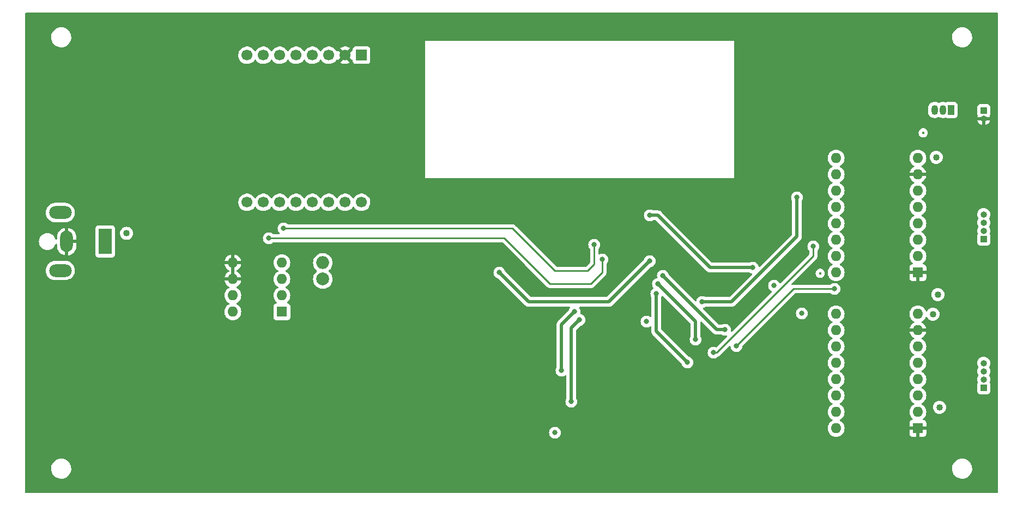
<source format=gbr>
%TF.GenerationSoftware,KiCad,Pcbnew,(6.0.11-0)*%
%TF.CreationDate,2024-05-25T22:05:18+02:00*%
%TF.ProjectId,The Mechanical Turk,54686520-4d65-4636-9861-6e6963616c20,rev?*%
%TF.SameCoordinates,Original*%
%TF.FileFunction,Copper,L4,Bot*%
%TF.FilePolarity,Positive*%
%FSLAX46Y46*%
G04 Gerber Fmt 4.6, Leading zero omitted, Abs format (unit mm)*
G04 Created by KiCad (PCBNEW (6.0.11-0)) date 2024-05-25 22:05:18*
%MOMM*%
%LPD*%
G01*
G04 APERTURE LIST*
%TA.AperFunction,ComponentPad*%
%ADD10R,1.000000X1.000000*%
%TD*%
%TA.AperFunction,ComponentPad*%
%ADD11O,1.000000X1.000000*%
%TD*%
%TA.AperFunction,ComponentPad*%
%ADD12R,1.600000X1.600000*%
%TD*%
%TA.AperFunction,ComponentPad*%
%ADD13O,1.600000X1.600000*%
%TD*%
%TA.AperFunction,ComponentPad*%
%ADD14R,1.050000X1.500000*%
%TD*%
%TA.AperFunction,ComponentPad*%
%ADD15O,1.050000X1.500000*%
%TD*%
%TA.AperFunction,ComponentPad*%
%ADD16R,2.000000X4.000000*%
%TD*%
%TA.AperFunction,ComponentPad*%
%ADD17O,2.000000X3.300000*%
%TD*%
%TA.AperFunction,ComponentPad*%
%ADD18O,3.500000X2.000000*%
%TD*%
%TA.AperFunction,ComponentPad*%
%ADD19C,2.000000*%
%TD*%
%TA.AperFunction,ComponentPad*%
%ADD20O,2.000000X2.000000*%
%TD*%
%TA.AperFunction,ComponentPad*%
%ADD21C,1.700000*%
%TD*%
%TA.AperFunction,ComponentPad*%
%ADD22R,1.700000X1.700000*%
%TD*%
%TA.AperFunction,ViaPad*%
%ADD23C,0.800000*%
%TD*%
%TA.AperFunction,ViaPad*%
%ADD24C,1.016000*%
%TD*%
%TA.AperFunction,ViaPad*%
%ADD25C,0.406400*%
%TD*%
%TA.AperFunction,Conductor*%
%ADD26C,0.508000*%
%TD*%
%TA.AperFunction,Conductor*%
%ADD27C,0.254000*%
%TD*%
G04 APERTURE END LIST*
D10*
%TO.P,J2,1,Pin_1*%
%TO.N,Net-(A1-Pad3)*%
X226622000Y-122550000D03*
D11*
%TO.P,J2,2,Pin_2*%
%TO.N,Net-(A1-Pad4)*%
X226622000Y-121280000D03*
%TO.P,J2,3,Pin_3*%
%TO.N,Net-(A1-Pad5)*%
X226622000Y-120010000D03*
%TO.P,J2,4,Pin_4*%
%TO.N,Net-(A1-Pad6)*%
X226622000Y-118740000D03*
%TD*%
D10*
%TO.P,J3,1,Pin_1*%
%TO.N,Net-(A2-Pad3)*%
X226622000Y-99436000D03*
D11*
%TO.P,J3,2,Pin_2*%
%TO.N,Net-(A2-Pad4)*%
X226622000Y-98166000D03*
%TO.P,J3,3,Pin_3*%
%TO.N,Net-(A2-Pad5)*%
X226622000Y-96896000D03*
%TO.P,J3,4,Pin_4*%
%TO.N,Net-(A2-Pad6)*%
X226622000Y-95626000D03*
%TD*%
D12*
%TO.P,A1,1,GND*%
%TO.N,GND*%
X216398000Y-128854000D03*
D13*
%TO.P,A1,2,VDD*%
%TO.N,+3.3V*%
X216398000Y-126314000D03*
%TO.P,A1,3,1B*%
%TO.N,Net-(A1-Pad3)*%
X216398000Y-123774000D03*
%TO.P,A1,4,1A*%
%TO.N,Net-(A1-Pad4)*%
X216398000Y-121234000D03*
%TO.P,A1,5,2A*%
%TO.N,Net-(A1-Pad5)*%
X216398000Y-118694000D03*
%TO.P,A1,6,2B*%
%TO.N,Net-(A1-Pad6)*%
X216398000Y-116154000D03*
%TO.P,A1,7,GND*%
%TO.N,GND*%
X216398000Y-113614000D03*
%TO.P,A1,8,VMOT*%
%TO.N,+12V*%
X216398000Y-111074000D03*
%TO.P,A1,9,~{ENABLE}*%
%TO.N,Net-(A1-Pad9)*%
X203698000Y-111074000D03*
%TO.P,A1,10,MS1*%
%TO.N,Net-(A1-Pad10)*%
X203698000Y-113614000D03*
%TO.P,A1,11,MS2*%
%TO.N,Net-(A1-Pad11)*%
X203698000Y-116154000D03*
%TO.P,A1,12,MS3*%
%TO.N,Net-(A1-Pad12)*%
X203698000Y-118694000D03*
%TO.P,A1,13,~{RESET}*%
%TO.N,Net-(A1-Pad13)*%
X203698000Y-121234000D03*
%TO.P,A1,14,~{SLEEP}*%
X203698000Y-123774000D03*
%TO.P,A1,15,STEP*%
%TO.N,Net-(A1-Pad15)*%
X203698000Y-126314000D03*
%TO.P,A1,16,DIR*%
%TO.N,Net-(A1-Pad16)*%
X203698000Y-128854000D03*
%TD*%
D14*
%TO.P,Q1,1,S*%
%TO.N,Net-(J4-Pad1)*%
X221542000Y-79370000D03*
D15*
%TO.P,Q1,2,G*%
%TO.N,IO16*%
X220272000Y-79370000D03*
%TO.P,Q1,3,D*%
%TO.N,Net-(Q1-Pad3)*%
X219002000Y-79370000D03*
%TD*%
D12*
%TO.P,U1,1,NC*%
%TO.N,unconnected-(U1-Pad1)*%
X117602000Y-110744000D03*
D13*
%TO.P,U1,2,NC*%
%TO.N,unconnected-(U1-Pad2)*%
X117602000Y-108204000D03*
%TO.P,U1,3,NC*%
%TO.N,unconnected-(U1-Pad3)*%
X117602000Y-105664000D03*
%TO.P,U1,4,FB*%
%TO.N,+3.3V*%
X117602000Y-103124000D03*
%TO.P,U1,5,~{ON}/OFF*%
%TO.N,GND*%
X109982000Y-103124000D03*
%TO.P,U1,6,GND*%
X109982000Y-105664000D03*
%TO.P,U1,7,VIN*%
%TO.N,+12V*%
X109982000Y-108204000D03*
%TO.P,U1,8,OUT*%
%TO.N,Net-(D1-Pad1)*%
X109982000Y-110744000D03*
%TD*%
D16*
%TO.P,J1,1*%
%TO.N,+12V*%
X90170000Y-99822000D03*
D17*
%TO.P,J1,2*%
%TO.N,GND*%
X84170000Y-99822000D03*
D18*
%TO.P,J1,MP*%
%TO.N,N/C*%
X83170000Y-95322000D03*
X83170000Y-104322000D03*
%TD*%
D19*
%TO.P,L1,1,1*%
%TO.N,Net-(D1-Pad1)*%
X123952000Y-105672000D03*
D20*
%TO.P,L1,2,2*%
%TO.N,+3.3V*%
X123952000Y-103132000D03*
%TD*%
D12*
%TO.P,A2,1,GND*%
%TO.N,GND*%
X216398000Y-104648000D03*
D13*
%TO.P,A2,2,VDD*%
%TO.N,+3.3V*%
X216398000Y-102108000D03*
%TO.P,A2,3,1B*%
%TO.N,Net-(A2-Pad3)*%
X216398000Y-99568000D03*
%TO.P,A2,4,1A*%
%TO.N,Net-(A2-Pad4)*%
X216398000Y-97028000D03*
%TO.P,A2,5,2A*%
%TO.N,Net-(A2-Pad5)*%
X216398000Y-94488000D03*
%TO.P,A2,6,2B*%
%TO.N,Net-(A2-Pad6)*%
X216398000Y-91948000D03*
%TO.P,A2,7,GND*%
%TO.N,GND*%
X216398000Y-89408000D03*
%TO.P,A2,8,VMOT*%
%TO.N,+12V*%
X216398000Y-86868000D03*
%TO.P,A2,9,~{ENABLE}*%
%TO.N,Net-(A2-Pad9)*%
X203698000Y-86868000D03*
%TO.P,A2,10,MS1*%
%TO.N,Net-(A2-Pad10)*%
X203698000Y-89408000D03*
%TO.P,A2,11,MS2*%
%TO.N,Net-(A2-Pad11)*%
X203698000Y-91948000D03*
%TO.P,A2,12,MS3*%
%TO.N,Net-(A2-Pad12)*%
X203698000Y-94488000D03*
%TO.P,A2,13,~{RESET}*%
%TO.N,Net-(A2-Pad13)*%
X203698000Y-97028000D03*
%TO.P,A2,14,~{SLEEP}*%
X203698000Y-99568000D03*
%TO.P,A2,15,STEP*%
%TO.N,Net-(A2-Pad15)*%
X203698000Y-102108000D03*
%TO.P,A2,16,DIR*%
%TO.N,Net-(A2-Pad16)*%
X203698000Y-104648000D03*
%TD*%
D10*
%TO.P,J4,1,Pin_1*%
%TO.N,Net-(J4-Pad1)*%
X226622000Y-79482000D03*
D11*
%TO.P,J4,2,Pin_2*%
%TO.N,GND*%
X226622000Y-80752000D03*
%TD*%
D21*
%TO.P,G1,16,3V3*%
%TO.N,+3.3V*%
X129974000Y-93728500D03*
%TO.P,G1,15,IO16/PSRAM_CS*%
%TO.N,unconnected-(G1-Pad15)*%
X127434000Y-93728500D03*
%TO.P,G1,14,IO0/CSI_MCLK*%
%TO.N,unconnected-(G1-Pad14)*%
X124894000Y-93728500D03*
%TO.P,G1,13*%
%TO.N,N/C*%
X122354000Y-93728500D03*
%TO.P,G1,12,VCC*%
%TO.N,unconnected-(G1-Pad12)*%
X119814000Y-93728500D03*
%TO.P,G1,11,IO3/U0RXD*%
%TO.N,RX*%
X117274000Y-93728500D03*
%TO.P,G1,10,IO1/U0TXD*%
%TO.N,TX*%
X114734000Y-93728500D03*
%TO.P,G1,9*%
%TO.N,N/C*%
X112194000Y-93728500D03*
%TO.P,G1,8,HS2_D1/IO4*%
%TO.N,unconnected-(G1-Pad8)*%
X112194000Y-70868500D03*
%TO.P,G1,7,HS2_D0/IO2*%
%TO.N,unconnected-(G1-Pad7)*%
X114734000Y-70868500D03*
%TO.P,G1,6,HS2_CLK/IO14*%
%TO.N,unconnected-(G1-Pad6)*%
X117274000Y-70868500D03*
%TO.P,G1,5,HS2_CMD/IO15*%
%TO.N,unconnected-(G1-Pad5)*%
X119814000Y-70868500D03*
%TO.P,G1,4,HS2_D3/IO13*%
%TO.N,unconnected-(G1-Pad4)*%
X122354000Y-70868500D03*
%TO.P,G1,3,HS2_D2/IO12*%
%TO.N,unconnected-(G1-Pad3)*%
X124894000Y-70868500D03*
%TO.P,G1,2,GND*%
%TO.N,GND*%
X127434000Y-70868500D03*
D22*
%TO.P,G1,1,5V*%
%TO.N,unconnected-(G1-Pad1)*%
X129974000Y-70868500D03*
%TD*%
D23*
%TO.N,Net-(A1-Pad11)*%
X176022000Y-106426000D03*
X181864000Y-115062000D03*
%TO.N,Net-(A1-Pad10)*%
X176784000Y-105156000D03*
X186436000Y-113538000D03*
%TO.N,Net-(A1-Pad9)*%
X194056000Y-106680000D03*
X174752000Y-95758000D03*
X190754000Y-103886000D03*
X198374000Y-110998000D03*
%TO.N,Net-(A1-Pad12)*%
X175768000Y-107950000D03*
X180594000Y-118618000D03*
%TO.N,Net-(A2-Pad9)*%
X182880000Y-109220000D03*
X197612000Y-92964000D03*
%TO.N,Net-(A1-Pad15)*%
X161036000Y-119888000D03*
X163068000Y-110744000D03*
%TO.N,Net-(A1-Pad16)*%
X163830000Y-112014000D03*
X162560000Y-124714000D03*
%TO.N,+3.3V*%
X151384000Y-104648000D03*
X174752000Y-102870000D03*
%TO.N,Net-(A2-Pad11)*%
X188214000Y-116078000D03*
X203454000Y-107188000D03*
%TO.N,Net-(A2-Pad12)*%
X200152000Y-100584000D03*
X184658000Y-117094000D03*
%TO.N,IO16*%
X160020000Y-129540000D03*
%TO.N,GND*%
X187198000Y-92710000D03*
X183388000Y-101092000D03*
%TO.N,Net-(A2-Pad16)*%
X174244000Y-112268000D03*
%TO.N,GND*%
X157480000Y-91440000D03*
D24*
X100330000Y-110490000D03*
X213922000Y-104770000D03*
D23*
X159766000Y-99060000D03*
D24*
X147066000Y-130556000D03*
D23*
X151130000Y-93726000D03*
D24*
X86106000Y-99822000D03*
X219764000Y-128900000D03*
D23*
X127254000Y-72898000D03*
D24*
X123952000Y-121920000D03*
X135636000Y-113538000D03*
X219256000Y-89530000D03*
X218748000Y-113660000D03*
X109982000Y-100838000D03*
D23*
X169926000Y-112776000D03*
X170434000Y-91694000D03*
D24*
X226622000Y-82926000D03*
%TO.N,+3.3V*%
X219764000Y-125598000D03*
X219510000Y-108072000D03*
%TO.N,+12V*%
X219256000Y-86736000D03*
X93472000Y-98552000D03*
X218748000Y-111120000D03*
D25*
%TO.N,Net-(A2-Pad16)*%
X201222000Y-104770000D03*
D23*
%TO.N,TX*%
X115570000Y-99314000D03*
X167386000Y-102616000D03*
%TO.N,RX*%
X117856000Y-97790000D03*
X166116000Y-100330000D03*
D25*
%TO.N,IO16*%
X217224000Y-82926000D03*
%TD*%
D26*
%TO.N,Net-(A1-Pad11)*%
X181864000Y-112268000D02*
X176022000Y-106426000D01*
X181864000Y-115062000D02*
X181864000Y-112268000D01*
%TO.N,Net-(A1-Pad10)*%
X185166000Y-113538000D02*
X176784000Y-105156000D01*
X186436000Y-113538000D02*
X185166000Y-113538000D01*
%TO.N,Net-(A1-Pad9)*%
X190754000Y-103886000D02*
X184150000Y-103886000D01*
X176022000Y-95758000D02*
X174752000Y-95758000D01*
X184150000Y-103886000D02*
X176022000Y-95758000D01*
%TO.N,Net-(A2-Pad9)*%
X182880000Y-109220000D02*
X187452000Y-109220000D01*
X187452000Y-109220000D02*
X197612000Y-99060000D01*
X197612000Y-99060000D02*
X197612000Y-92964000D01*
%TO.N,Net-(A1-Pad12)*%
X180594000Y-118618000D02*
X175768000Y-113792000D01*
X175768000Y-113792000D02*
X175768000Y-107950000D01*
D27*
%TO.N,Net-(A2-Pad12)*%
X184658000Y-117094000D02*
X185166000Y-117094000D01*
X185166000Y-117094000D02*
X200152000Y-102108000D01*
X200152000Y-102108000D02*
X200152000Y-100584000D01*
D26*
%TO.N,+3.3V*%
X174752000Y-102870000D02*
X168402000Y-109220000D01*
X168402000Y-109220000D02*
X155956000Y-109220000D01*
X155956000Y-109220000D02*
X151384000Y-104648000D01*
D27*
%TO.N,TX*%
X152146000Y-99314000D02*
X115570000Y-99314000D01*
X159258000Y-106426000D02*
X152146000Y-99314000D01*
X165608000Y-106426000D02*
X159258000Y-106426000D01*
X167386000Y-104648000D02*
X165608000Y-106426000D01*
X167386000Y-102616000D02*
X167386000Y-104648000D01*
%TO.N,RX*%
X166116000Y-100330000D02*
X166116000Y-103378000D01*
X166116000Y-103378000D02*
X165100000Y-104394000D01*
X165100000Y-104394000D02*
X160020000Y-104394000D01*
X160020000Y-104394000D02*
X153416000Y-97790000D01*
X153416000Y-97790000D02*
X117856000Y-97790000D01*
D26*
%TO.N,Net-(A1-Pad15)*%
X162306000Y-111506000D02*
X163068000Y-110744000D01*
X161036000Y-119888000D02*
X161036000Y-112776000D01*
X161036000Y-112776000D02*
X162306000Y-111506000D01*
%TO.N,Net-(A1-Pad16)*%
X162560000Y-113284000D02*
X163830000Y-112014000D01*
X162560000Y-124714000D02*
X162560000Y-113284000D01*
D27*
%TO.N,Net-(A2-Pad11)*%
X188214000Y-116078000D02*
X197104000Y-107188000D01*
X197104000Y-107188000D02*
X203454000Y-107188000D01*
%TD*%
%TA.AperFunction,Conductor*%
%TO.N,GND*%
G36*
X228795621Y-64282502D02*
G01*
X228842114Y-64336158D01*
X228853500Y-64388500D01*
X228853500Y-138811500D01*
X228833498Y-138879621D01*
X228779842Y-138926114D01*
X228727500Y-138937500D01*
X77850500Y-138937500D01*
X77782379Y-138917498D01*
X77735886Y-138863842D01*
X77724500Y-138811500D01*
X77724500Y-135182568D01*
X81749382Y-135182568D01*
X81778208Y-135431699D01*
X81779587Y-135436573D01*
X81779588Y-135436577D01*
X81818526Y-135574181D01*
X81846494Y-135673017D01*
X81848628Y-135677592D01*
X81848630Y-135677599D01*
X81950347Y-135895731D01*
X81952484Y-135900313D01*
X81955326Y-135904494D01*
X81955326Y-135904495D01*
X82090605Y-136103552D01*
X82090608Y-136103556D01*
X82093451Y-136107739D01*
X82096928Y-136111416D01*
X82096929Y-136111417D01*
X82197238Y-136217491D01*
X82265767Y-136289959D01*
X82269793Y-136293037D01*
X82269794Y-136293038D01*
X82460981Y-136439212D01*
X82460985Y-136439215D01*
X82465001Y-136442285D01*
X82686026Y-136560797D01*
X82690807Y-136562443D01*
X82690811Y-136562445D01*
X82916538Y-136640169D01*
X82923156Y-136642448D01*
X83026689Y-136660331D01*
X83166380Y-136684460D01*
X83166386Y-136684461D01*
X83170290Y-136685135D01*
X83174251Y-136685315D01*
X83174252Y-136685315D01*
X83198931Y-136686436D01*
X83198950Y-136686436D01*
X83200350Y-136686500D01*
X83375015Y-136686500D01*
X83377523Y-136686298D01*
X83377528Y-136686298D01*
X83556944Y-136671863D01*
X83556949Y-136671862D01*
X83561985Y-136671457D01*
X83566893Y-136670252D01*
X83566896Y-136670251D01*
X83800625Y-136612841D01*
X83805539Y-136611634D01*
X83810191Y-136609659D01*
X83810195Y-136609658D01*
X84031741Y-136515617D01*
X84031742Y-136515617D01*
X84036396Y-136513641D01*
X84248615Y-136380000D01*
X84436738Y-136214147D01*
X84595924Y-136020351D01*
X84722078Y-135803596D01*
X84811955Y-135569461D01*
X84863241Y-135323967D01*
X84869662Y-135182568D01*
X221703382Y-135182568D01*
X221732208Y-135431699D01*
X221733587Y-135436573D01*
X221733588Y-135436577D01*
X221772526Y-135574181D01*
X221800494Y-135673017D01*
X221802628Y-135677592D01*
X221802630Y-135677599D01*
X221904347Y-135895731D01*
X221906484Y-135900313D01*
X221909326Y-135904494D01*
X221909326Y-135904495D01*
X222044605Y-136103552D01*
X222044608Y-136103556D01*
X222047451Y-136107739D01*
X222050928Y-136111416D01*
X222050929Y-136111417D01*
X222151238Y-136217491D01*
X222219767Y-136289959D01*
X222223793Y-136293037D01*
X222223794Y-136293038D01*
X222414981Y-136439212D01*
X222414985Y-136439215D01*
X222419001Y-136442285D01*
X222640026Y-136560797D01*
X222644807Y-136562443D01*
X222644811Y-136562445D01*
X222870538Y-136640169D01*
X222877156Y-136642448D01*
X222980689Y-136660331D01*
X223120380Y-136684460D01*
X223120386Y-136684461D01*
X223124290Y-136685135D01*
X223128251Y-136685315D01*
X223128252Y-136685315D01*
X223152931Y-136686436D01*
X223152950Y-136686436D01*
X223154350Y-136686500D01*
X223329015Y-136686500D01*
X223331523Y-136686298D01*
X223331528Y-136686298D01*
X223510944Y-136671863D01*
X223510949Y-136671862D01*
X223515985Y-136671457D01*
X223520893Y-136670252D01*
X223520896Y-136670251D01*
X223754625Y-136612841D01*
X223759539Y-136611634D01*
X223764191Y-136609659D01*
X223764195Y-136609658D01*
X223985741Y-136515617D01*
X223985742Y-136515617D01*
X223990396Y-136513641D01*
X224202615Y-136380000D01*
X224390738Y-136214147D01*
X224549924Y-136020351D01*
X224676078Y-135803596D01*
X224765955Y-135569461D01*
X224817241Y-135323967D01*
X224828618Y-135073432D01*
X224799792Y-134824301D01*
X224760810Y-134686539D01*
X224732884Y-134587852D01*
X224732883Y-134587850D01*
X224731506Y-134582983D01*
X224729372Y-134578408D01*
X224729370Y-134578401D01*
X224627653Y-134360269D01*
X224627651Y-134360265D01*
X224625516Y-134355687D01*
X224622674Y-134351505D01*
X224487395Y-134152448D01*
X224487392Y-134152444D01*
X224484549Y-134148261D01*
X224383925Y-134041853D01*
X224315713Y-133969721D01*
X224312233Y-133966041D01*
X224308206Y-133962962D01*
X224117019Y-133816788D01*
X224117015Y-133816785D01*
X224112999Y-133813715D01*
X223891974Y-133695203D01*
X223887193Y-133693557D01*
X223887189Y-133693555D01*
X223659633Y-133615201D01*
X223654844Y-133613552D01*
X223551311Y-133595669D01*
X223411620Y-133571540D01*
X223411614Y-133571539D01*
X223407710Y-133570865D01*
X223403749Y-133570685D01*
X223403748Y-133570685D01*
X223379069Y-133569564D01*
X223379050Y-133569564D01*
X223377650Y-133569500D01*
X223202985Y-133569500D01*
X223200477Y-133569702D01*
X223200472Y-133569702D01*
X223021056Y-133584137D01*
X223021051Y-133584138D01*
X223016015Y-133584543D01*
X223011107Y-133585748D01*
X223011104Y-133585749D01*
X222779326Y-133642680D01*
X222772461Y-133644366D01*
X222767809Y-133646341D01*
X222767805Y-133646342D01*
X222647061Y-133697595D01*
X222541604Y-133742359D01*
X222329385Y-133876000D01*
X222141262Y-134041853D01*
X221982076Y-134235649D01*
X221855922Y-134452404D01*
X221766045Y-134686539D01*
X221714759Y-134932033D01*
X221703382Y-135182568D01*
X84869662Y-135182568D01*
X84874618Y-135073432D01*
X84845792Y-134824301D01*
X84806810Y-134686539D01*
X84778884Y-134587852D01*
X84778883Y-134587850D01*
X84777506Y-134582983D01*
X84775372Y-134578408D01*
X84775370Y-134578401D01*
X84673653Y-134360269D01*
X84673651Y-134360265D01*
X84671516Y-134355687D01*
X84668674Y-134351505D01*
X84533395Y-134152448D01*
X84533392Y-134152444D01*
X84530549Y-134148261D01*
X84429925Y-134041853D01*
X84361713Y-133969721D01*
X84358233Y-133966041D01*
X84354206Y-133962962D01*
X84163019Y-133816788D01*
X84163015Y-133816785D01*
X84158999Y-133813715D01*
X83937974Y-133695203D01*
X83933193Y-133693557D01*
X83933189Y-133693555D01*
X83705633Y-133615201D01*
X83700844Y-133613552D01*
X83597311Y-133595669D01*
X83457620Y-133571540D01*
X83457614Y-133571539D01*
X83453710Y-133570865D01*
X83449749Y-133570685D01*
X83449748Y-133570685D01*
X83425069Y-133569564D01*
X83425050Y-133569564D01*
X83423650Y-133569500D01*
X83248985Y-133569500D01*
X83246477Y-133569702D01*
X83246472Y-133569702D01*
X83067056Y-133584137D01*
X83067051Y-133584138D01*
X83062015Y-133584543D01*
X83057107Y-133585748D01*
X83057104Y-133585749D01*
X82825326Y-133642680D01*
X82818461Y-133644366D01*
X82813809Y-133646341D01*
X82813805Y-133646342D01*
X82693061Y-133697595D01*
X82587604Y-133742359D01*
X82375385Y-133876000D01*
X82187262Y-134041853D01*
X82028076Y-134235649D01*
X81901922Y-134452404D01*
X81812045Y-134686539D01*
X81760759Y-134932033D01*
X81749382Y-135182568D01*
X77724500Y-135182568D01*
X77724500Y-129540000D01*
X159106496Y-129540000D01*
X159107186Y-129546565D01*
X159123173Y-129698669D01*
X159126458Y-129729928D01*
X159185473Y-129911556D01*
X159280960Y-130076944D01*
X159285378Y-130081851D01*
X159285379Y-130081852D01*
X159357212Y-130161631D01*
X159408747Y-130218866D01*
X159563248Y-130331118D01*
X159569276Y-130333802D01*
X159569278Y-130333803D01*
X159731681Y-130406109D01*
X159737712Y-130408794D01*
X159831113Y-130428647D01*
X159918056Y-130447128D01*
X159918061Y-130447128D01*
X159924513Y-130448500D01*
X160115487Y-130448500D01*
X160121939Y-130447128D01*
X160121944Y-130447128D01*
X160208887Y-130428647D01*
X160302288Y-130408794D01*
X160308319Y-130406109D01*
X160470722Y-130333803D01*
X160470724Y-130333802D01*
X160476752Y-130331118D01*
X160631253Y-130218866D01*
X160682788Y-130161631D01*
X160754621Y-130081852D01*
X160754622Y-130081851D01*
X160759040Y-130076944D01*
X160854527Y-129911556D01*
X160913542Y-129729928D01*
X160916828Y-129698669D01*
X160932814Y-129546565D01*
X160933504Y-129540000D01*
X160930430Y-129510749D01*
X160914232Y-129356635D01*
X160914232Y-129356633D01*
X160913542Y-129350072D01*
X160854527Y-129168444D01*
X160759040Y-129003056D01*
X160631253Y-128861134D01*
X160621434Y-128854000D01*
X202384502Y-128854000D01*
X202404457Y-129082087D01*
X202405881Y-129087400D01*
X202405881Y-129087402D01*
X202429281Y-129174729D01*
X202463716Y-129303243D01*
X202466039Y-129308224D01*
X202466039Y-129308225D01*
X202558151Y-129505762D01*
X202558154Y-129505767D01*
X202560477Y-129510749D01*
X202691802Y-129698300D01*
X202853700Y-129860198D01*
X202858208Y-129863355D01*
X202858211Y-129863357D01*
X202899195Y-129892054D01*
X203041251Y-129991523D01*
X203046233Y-129993846D01*
X203046238Y-129993849D01*
X203224438Y-130076944D01*
X203248757Y-130088284D01*
X203254065Y-130089706D01*
X203254067Y-130089707D01*
X203464598Y-130146119D01*
X203464600Y-130146119D01*
X203469913Y-130147543D01*
X203698000Y-130167498D01*
X203926087Y-130147543D01*
X203931400Y-130146119D01*
X203931402Y-130146119D01*
X204141933Y-130089707D01*
X204141935Y-130089706D01*
X204147243Y-130088284D01*
X204171562Y-130076944D01*
X204349762Y-129993849D01*
X204349767Y-129993846D01*
X204354749Y-129991523D01*
X204496805Y-129892054D01*
X204537789Y-129863357D01*
X204537792Y-129863355D01*
X204542300Y-129860198D01*
X204703829Y-129698669D01*
X215090001Y-129698669D01*
X215090371Y-129705490D01*
X215095895Y-129756352D01*
X215099521Y-129771604D01*
X215144676Y-129892054D01*
X215153214Y-129907649D01*
X215229715Y-130009724D01*
X215242276Y-130022285D01*
X215344351Y-130098786D01*
X215359946Y-130107324D01*
X215480394Y-130152478D01*
X215495649Y-130156105D01*
X215546514Y-130161631D01*
X215553328Y-130162000D01*
X216125885Y-130162000D01*
X216141124Y-130157525D01*
X216142329Y-130156135D01*
X216144000Y-130148452D01*
X216144000Y-130143884D01*
X216652000Y-130143884D01*
X216656475Y-130159123D01*
X216657865Y-130160328D01*
X216665548Y-130161999D01*
X217242669Y-130161999D01*
X217249490Y-130161629D01*
X217300352Y-130156105D01*
X217315604Y-130152479D01*
X217436054Y-130107324D01*
X217451649Y-130098786D01*
X217553724Y-130022285D01*
X217566285Y-130009724D01*
X217642786Y-129907649D01*
X217651324Y-129892054D01*
X217696478Y-129771606D01*
X217700105Y-129756351D01*
X217705631Y-129705486D01*
X217706000Y-129698672D01*
X217706000Y-129126115D01*
X217701525Y-129110876D01*
X217700135Y-129109671D01*
X217692452Y-129108000D01*
X216670115Y-129108000D01*
X216654876Y-129112475D01*
X216653671Y-129113865D01*
X216652000Y-129121548D01*
X216652000Y-130143884D01*
X216144000Y-130143884D01*
X216144000Y-129126115D01*
X216139525Y-129110876D01*
X216138135Y-129109671D01*
X216130452Y-129108000D01*
X215108116Y-129108000D01*
X215092877Y-129112475D01*
X215091672Y-129113865D01*
X215090001Y-129121548D01*
X215090001Y-129698669D01*
X204703829Y-129698669D01*
X204704198Y-129698300D01*
X204835523Y-129510749D01*
X204837846Y-129505767D01*
X204837849Y-129505762D01*
X204929961Y-129308225D01*
X204929961Y-129308224D01*
X204932284Y-129303243D01*
X204966720Y-129174729D01*
X204990119Y-129087402D01*
X204990119Y-129087400D01*
X204991543Y-129082087D01*
X205011498Y-128854000D01*
X204991543Y-128625913D01*
X204983028Y-128594135D01*
X204933707Y-128410067D01*
X204933706Y-128410065D01*
X204932284Y-128404757D01*
X204929961Y-128399775D01*
X204837849Y-128202238D01*
X204837846Y-128202233D01*
X204835523Y-128197251D01*
X204704198Y-128009700D01*
X204542300Y-127847802D01*
X204537792Y-127844645D01*
X204537789Y-127844643D01*
X204459611Y-127789902D01*
X204354749Y-127716477D01*
X204349767Y-127714154D01*
X204349762Y-127714151D01*
X204315543Y-127698195D01*
X204262258Y-127651278D01*
X204242797Y-127583001D01*
X204263339Y-127515041D01*
X204315543Y-127469805D01*
X204349762Y-127453849D01*
X204349767Y-127453846D01*
X204354749Y-127451523D01*
X204532740Y-127326892D01*
X204537789Y-127323357D01*
X204537792Y-127323355D01*
X204542300Y-127320198D01*
X204704198Y-127158300D01*
X204835523Y-126970749D01*
X204837846Y-126965767D01*
X204837849Y-126965762D01*
X204929961Y-126768225D01*
X204929961Y-126768224D01*
X204932284Y-126763243D01*
X204971078Y-126618465D01*
X204990119Y-126547402D01*
X204990119Y-126547400D01*
X204991543Y-126542087D01*
X205011498Y-126314000D01*
X215084502Y-126314000D01*
X215104457Y-126542087D01*
X215105881Y-126547400D01*
X215105881Y-126547402D01*
X215124923Y-126618465D01*
X215163716Y-126763243D01*
X215166039Y-126768224D01*
X215166039Y-126768225D01*
X215258151Y-126965762D01*
X215258154Y-126965767D01*
X215260477Y-126970749D01*
X215391802Y-127158300D01*
X215553700Y-127320198D01*
X215558211Y-127323357D01*
X215562424Y-127326892D01*
X215561612Y-127327860D01*
X215602090Y-127378494D01*
X215609404Y-127449113D01*
X215577376Y-127512476D01*
X215516177Y-127548464D01*
X215499099Y-127551520D01*
X215495648Y-127551895D01*
X215480396Y-127555521D01*
X215359946Y-127600676D01*
X215344351Y-127609214D01*
X215242276Y-127685715D01*
X215229715Y-127698276D01*
X215153214Y-127800351D01*
X215144676Y-127815946D01*
X215099522Y-127936394D01*
X215095895Y-127951649D01*
X215090369Y-128002514D01*
X215090000Y-128009328D01*
X215090000Y-128581885D01*
X215094475Y-128597124D01*
X215095865Y-128598329D01*
X215103548Y-128600000D01*
X217687884Y-128600000D01*
X217703123Y-128595525D01*
X217704328Y-128594135D01*
X217705999Y-128586452D01*
X217705999Y-128009331D01*
X217705629Y-128002510D01*
X217700105Y-127951648D01*
X217696479Y-127936396D01*
X217651324Y-127815946D01*
X217642786Y-127800351D01*
X217566285Y-127698276D01*
X217553724Y-127685715D01*
X217451649Y-127609214D01*
X217436054Y-127600676D01*
X217315606Y-127555522D01*
X217300357Y-127551896D01*
X217296904Y-127551521D01*
X217294394Y-127550478D01*
X217292669Y-127550068D01*
X217292735Y-127549789D01*
X217231341Y-127524281D01*
X217190912Y-127465920D01*
X217188454Y-127394966D01*
X217224747Y-127333946D01*
X217236240Y-127324656D01*
X217237788Y-127323357D01*
X217242300Y-127320198D01*
X217404198Y-127158300D01*
X217535523Y-126970749D01*
X217537846Y-126965767D01*
X217537849Y-126965762D01*
X217629961Y-126768225D01*
X217629961Y-126768224D01*
X217632284Y-126763243D01*
X217671078Y-126618465D01*
X217690119Y-126547402D01*
X217690119Y-126547400D01*
X217691543Y-126542087D01*
X217711498Y-126314000D01*
X217691543Y-126085913D01*
X217632284Y-125864757D01*
X217593874Y-125782386D01*
X217537849Y-125662238D01*
X217537846Y-125662233D01*
X217535523Y-125657251D01*
X217484049Y-125583739D01*
X218742682Y-125583739D01*
X218759362Y-125782386D01*
X218814310Y-125974009D01*
X218905430Y-126151311D01*
X219029253Y-126307537D01*
X219181063Y-126436737D01*
X219186441Y-126439743D01*
X219186443Y-126439744D01*
X219228397Y-126463191D01*
X219355076Y-126533989D01*
X219360935Y-126535893D01*
X219360938Y-126535894D01*
X219396356Y-126547402D01*
X219544665Y-126595591D01*
X219550775Y-126596320D01*
X219550777Y-126596320D01*
X219618314Y-126604373D01*
X219742609Y-126619194D01*
X219748744Y-126618722D01*
X219748746Y-126618722D01*
X219935226Y-126604373D01*
X219935231Y-126604372D01*
X219941367Y-126603900D01*
X219947297Y-126602244D01*
X219947299Y-126602244D01*
X220037369Y-126577096D01*
X220133370Y-126550292D01*
X220138870Y-126547514D01*
X220305802Y-126463191D01*
X220305804Y-126463190D01*
X220311303Y-126460412D01*
X220468390Y-126337682D01*
X220493558Y-126308525D01*
X220594618Y-126191446D01*
X220594619Y-126191444D01*
X220598647Y-126186778D01*
X220697112Y-126013448D01*
X220760035Y-125824294D01*
X220781138Y-125657251D01*
X220784578Y-125630023D01*
X220784579Y-125630013D01*
X220785020Y-125626520D01*
X220785418Y-125598000D01*
X220765965Y-125399606D01*
X220764184Y-125393707D01*
X220764183Y-125393702D01*
X220710129Y-125214667D01*
X220708348Y-125208768D01*
X220639730Y-125079716D01*
X220617655Y-125038198D01*
X220617653Y-125038195D01*
X220614761Y-125032756D01*
X220610871Y-125027986D01*
X220610868Y-125027982D01*
X220492663Y-124883049D01*
X220492660Y-124883046D01*
X220488768Y-124878274D01*
X220335170Y-124751206D01*
X220159815Y-124656392D01*
X219969385Y-124597444D01*
X219963260Y-124596800D01*
X219963259Y-124596800D01*
X219777260Y-124577251D01*
X219777258Y-124577251D01*
X219771131Y-124576607D01*
X219648252Y-124587790D01*
X219578746Y-124594115D01*
X219578745Y-124594115D01*
X219572605Y-124594674D01*
X219566691Y-124596415D01*
X219566689Y-124596415D01*
X219436539Y-124634721D01*
X219381370Y-124650958D01*
X219204709Y-124743314D01*
X219199909Y-124747174D01*
X219199908Y-124747174D01*
X219194893Y-124751206D01*
X219049351Y-124868225D01*
X218921214Y-125020933D01*
X218825179Y-125195621D01*
X218764902Y-125385635D01*
X218742682Y-125583739D01*
X217484049Y-125583739D01*
X217404198Y-125469700D01*
X217242300Y-125307802D01*
X217237792Y-125304645D01*
X217237789Y-125304643D01*
X217152932Y-125245226D01*
X217054749Y-125176477D01*
X217049767Y-125174154D01*
X217049762Y-125174151D01*
X217015543Y-125158195D01*
X216962258Y-125111278D01*
X216942797Y-125043001D01*
X216963339Y-124975041D01*
X217015543Y-124929805D01*
X217049762Y-124913849D01*
X217049767Y-124913846D01*
X217054749Y-124911523D01*
X217159611Y-124838098D01*
X217237789Y-124783357D01*
X217237792Y-124783355D01*
X217242300Y-124780198D01*
X217404198Y-124618300D01*
X217433001Y-124577166D01*
X217532366Y-124435257D01*
X217535523Y-124430749D01*
X217537846Y-124425767D01*
X217537849Y-124425762D01*
X217629961Y-124228225D01*
X217629961Y-124228224D01*
X217632284Y-124223243D01*
X217691543Y-124002087D01*
X217711498Y-123774000D01*
X217691543Y-123545913D01*
X217680250Y-123503767D01*
X217633707Y-123330067D01*
X217633706Y-123330065D01*
X217632284Y-123324757D01*
X217559055Y-123167715D01*
X217537849Y-123122238D01*
X217537846Y-123122233D01*
X217535523Y-123117251D01*
X217404198Y-122929700D01*
X217242300Y-122767802D01*
X217237792Y-122764645D01*
X217237789Y-122764643D01*
X217159611Y-122709902D01*
X217054749Y-122636477D01*
X217049767Y-122634154D01*
X217049762Y-122634151D01*
X217015543Y-122618195D01*
X216962258Y-122571278D01*
X216942797Y-122503001D01*
X216963339Y-122435041D01*
X217015543Y-122389805D01*
X217049762Y-122373849D01*
X217049767Y-122373846D01*
X217054749Y-122371523D01*
X217159611Y-122298098D01*
X217237789Y-122243357D01*
X217237792Y-122243355D01*
X217242300Y-122240198D01*
X217404198Y-122078300D01*
X217535523Y-121890749D01*
X217537846Y-121885767D01*
X217537849Y-121885762D01*
X217629961Y-121688225D01*
X217629961Y-121688224D01*
X217632284Y-121683243D01*
X217691543Y-121462087D01*
X217708711Y-121265851D01*
X225608719Y-121265851D01*
X225609235Y-121271995D01*
X225624737Y-121456607D01*
X225625268Y-121462934D01*
X225679783Y-121653050D01*
X225686150Y-121665438D01*
X225699496Y-121735165D01*
X225679300Y-121787266D01*
X225681079Y-121788240D01*
X225676771Y-121796108D01*
X225671385Y-121803295D01*
X225620255Y-121939684D01*
X225613500Y-122001866D01*
X225613500Y-123098134D01*
X225620255Y-123160316D01*
X225671385Y-123296705D01*
X225758739Y-123413261D01*
X225875295Y-123500615D01*
X226011684Y-123551745D01*
X226073866Y-123558500D01*
X227170134Y-123558500D01*
X227232316Y-123551745D01*
X227368705Y-123500615D01*
X227485261Y-123413261D01*
X227572615Y-123296705D01*
X227623745Y-123160316D01*
X227630500Y-123098134D01*
X227630500Y-122001866D01*
X227623745Y-121939684D01*
X227572615Y-121803295D01*
X227567229Y-121796109D01*
X227562921Y-121788240D01*
X227564942Y-121787133D01*
X227544506Y-121732443D01*
X227550621Y-121683606D01*
X227608250Y-121510365D01*
X227610197Y-121504513D01*
X227634985Y-121308295D01*
X227635380Y-121280000D01*
X227616080Y-121083167D01*
X227558916Y-120893831D01*
X227466066Y-120719204D01*
X227462167Y-120714424D01*
X227461715Y-120713743D01*
X227440676Y-120645935D01*
X227457105Y-120581775D01*
X227544723Y-120427542D01*
X227544725Y-120427537D01*
X227547769Y-120422179D01*
X227610197Y-120234513D01*
X227634985Y-120038295D01*
X227635380Y-120010000D01*
X227616080Y-119813167D01*
X227558916Y-119623831D01*
X227466066Y-119449204D01*
X227462167Y-119444424D01*
X227461715Y-119443743D01*
X227440676Y-119375935D01*
X227457105Y-119311775D01*
X227544723Y-119157542D01*
X227544725Y-119157537D01*
X227547769Y-119152179D01*
X227610197Y-118964513D01*
X227634985Y-118768295D01*
X227635380Y-118740000D01*
X227616080Y-118543167D01*
X227558916Y-118353831D01*
X227466066Y-118179204D01*
X227386018Y-118081056D01*
X227344960Y-118030713D01*
X227344957Y-118030710D01*
X227341065Y-118025938D01*
X227334724Y-118020692D01*
X227193425Y-117903799D01*
X227193421Y-117903797D01*
X227188675Y-117899870D01*
X227014701Y-117805802D01*
X226825768Y-117747318D01*
X226819643Y-117746674D01*
X226819642Y-117746674D01*
X226635204Y-117727289D01*
X226635202Y-117727289D01*
X226629075Y-117726645D01*
X226546576Y-117734153D01*
X226438251Y-117744011D01*
X226438248Y-117744012D01*
X226432112Y-117744570D01*
X226426206Y-117746308D01*
X226426202Y-117746309D01*
X226335969Y-117772866D01*
X226242381Y-117800410D01*
X226236923Y-117803263D01*
X226236919Y-117803265D01*
X226191745Y-117826882D01*
X226067110Y-117892040D01*
X225912975Y-118015968D01*
X225785846Y-118167474D01*
X225782879Y-118172872D01*
X225782875Y-118172877D01*
X225742432Y-118246444D01*
X225690567Y-118340787D01*
X225688706Y-118346654D01*
X225688705Y-118346656D01*
X225649136Y-118471393D01*
X225630765Y-118529306D01*
X225608719Y-118725851D01*
X225609235Y-118731995D01*
X225624737Y-118916607D01*
X225625268Y-118922934D01*
X225679783Y-119113050D01*
X225770187Y-119288956D01*
X225774016Y-119293787D01*
X225775839Y-119296088D01*
X225776414Y-119297509D01*
X225777353Y-119298966D01*
X225777076Y-119299144D01*
X225802474Y-119361898D01*
X225789301Y-119431662D01*
X225785846Y-119437474D01*
X225690567Y-119610787D01*
X225688706Y-119616654D01*
X225688705Y-119616656D01*
X225632627Y-119793436D01*
X225630765Y-119799306D01*
X225608719Y-119995851D01*
X225609235Y-120001995D01*
X225617434Y-120099634D01*
X225625268Y-120192934D01*
X225679783Y-120383050D01*
X225770187Y-120558956D01*
X225774016Y-120563787D01*
X225775839Y-120566088D01*
X225776414Y-120567509D01*
X225777353Y-120568966D01*
X225777076Y-120569144D01*
X225802474Y-120631898D01*
X225789301Y-120701662D01*
X225785846Y-120707474D01*
X225690567Y-120880787D01*
X225688706Y-120886654D01*
X225688705Y-120886656D01*
X225649136Y-121011393D01*
X225630765Y-121069306D01*
X225608719Y-121265851D01*
X217708711Y-121265851D01*
X217711498Y-121234000D01*
X217691543Y-121005913D01*
X217690119Y-121000598D01*
X217633707Y-120790067D01*
X217633706Y-120790065D01*
X217632284Y-120784757D01*
X217629961Y-120779775D01*
X217537849Y-120582238D01*
X217537846Y-120582233D01*
X217535523Y-120577251D01*
X217432313Y-120429852D01*
X217407357Y-120394211D01*
X217407355Y-120394208D01*
X217404198Y-120389700D01*
X217242300Y-120227802D01*
X217237792Y-120224645D01*
X217237789Y-120224643D01*
X217159611Y-120169902D01*
X217054749Y-120096477D01*
X217049767Y-120094154D01*
X217049762Y-120094151D01*
X217015543Y-120078195D01*
X216962258Y-120031278D01*
X216942797Y-119963001D01*
X216963339Y-119895041D01*
X217015543Y-119849805D01*
X217049762Y-119833849D01*
X217049767Y-119833846D01*
X217054749Y-119831523D01*
X217159611Y-119758098D01*
X217237789Y-119703357D01*
X217237792Y-119703355D01*
X217242300Y-119700198D01*
X217404198Y-119538300D01*
X217412461Y-119526500D01*
X217497370Y-119405237D01*
X217535523Y-119350749D01*
X217537846Y-119345767D01*
X217537849Y-119345762D01*
X217629961Y-119148225D01*
X217629961Y-119148224D01*
X217632284Y-119143243D01*
X217641963Y-119107123D01*
X217690119Y-118927402D01*
X217690119Y-118927400D01*
X217691543Y-118922087D01*
X217711498Y-118694000D01*
X217691543Y-118465913D01*
X217683162Y-118434635D01*
X217633707Y-118250067D01*
X217633706Y-118250065D01*
X217632284Y-118244757D01*
X217629961Y-118239775D01*
X217537849Y-118042238D01*
X217537846Y-118042233D01*
X217535523Y-118037251D01*
X217404198Y-117849700D01*
X217242300Y-117687802D01*
X217237792Y-117684645D01*
X217237789Y-117684643D01*
X217096555Y-117585750D01*
X217054749Y-117556477D01*
X217049767Y-117554154D01*
X217049762Y-117554151D01*
X217015543Y-117538195D01*
X216962258Y-117491278D01*
X216942797Y-117423001D01*
X216963339Y-117355041D01*
X217015543Y-117309805D01*
X217049762Y-117293849D01*
X217049767Y-117293846D01*
X217054749Y-117291523D01*
X217159611Y-117218098D01*
X217237789Y-117163357D01*
X217237792Y-117163355D01*
X217242300Y-117160198D01*
X217404198Y-116998300D01*
X217412461Y-116986500D01*
X217532366Y-116815257D01*
X217535523Y-116810749D01*
X217537846Y-116805767D01*
X217537849Y-116805762D01*
X217629961Y-116608225D01*
X217629961Y-116608224D01*
X217632284Y-116603243D01*
X217683729Y-116411251D01*
X217690119Y-116387402D01*
X217690119Y-116387400D01*
X217691543Y-116382087D01*
X217711498Y-116154000D01*
X217691543Y-115925913D01*
X217690119Y-115920598D01*
X217633707Y-115710067D01*
X217633706Y-115710065D01*
X217632284Y-115704757D01*
X217580277Y-115593226D01*
X217537849Y-115502238D01*
X217537846Y-115502233D01*
X217535523Y-115497251D01*
X217404198Y-115309700D01*
X217242300Y-115147802D01*
X217237792Y-115144645D01*
X217237789Y-115144643D01*
X217119762Y-115062000D01*
X217054749Y-115016477D01*
X217049767Y-115014154D01*
X217049762Y-115014151D01*
X217014951Y-114997919D01*
X216961666Y-114951002D01*
X216942205Y-114882725D01*
X216962747Y-114814765D01*
X217014951Y-114769529D01*
X217049511Y-114753414D01*
X217059007Y-114747931D01*
X217237467Y-114622972D01*
X217245875Y-114615916D01*
X217399916Y-114461875D01*
X217406972Y-114453467D01*
X217531931Y-114275007D01*
X217537414Y-114265511D01*
X217629490Y-114068053D01*
X217633236Y-114057761D01*
X217679394Y-113885497D01*
X217679058Y-113871401D01*
X217671116Y-113868000D01*
X215130033Y-113868000D01*
X215116502Y-113871973D01*
X215115273Y-113880522D01*
X215162764Y-114057761D01*
X215166510Y-114068053D01*
X215258586Y-114265511D01*
X215264069Y-114275007D01*
X215389028Y-114453467D01*
X215396084Y-114461875D01*
X215550125Y-114615916D01*
X215558533Y-114622972D01*
X215736993Y-114747931D01*
X215746489Y-114753414D01*
X215781049Y-114769529D01*
X215834334Y-114816446D01*
X215853795Y-114884723D01*
X215833253Y-114952683D01*
X215781049Y-114997919D01*
X215746238Y-115014151D01*
X215746233Y-115014154D01*
X215741251Y-115016477D01*
X215676238Y-115062000D01*
X215558211Y-115144643D01*
X215558208Y-115144645D01*
X215553700Y-115147802D01*
X215391802Y-115309700D01*
X215260477Y-115497251D01*
X215258154Y-115502233D01*
X215258151Y-115502238D01*
X215215723Y-115593226D01*
X215163716Y-115704757D01*
X215162294Y-115710065D01*
X215162293Y-115710067D01*
X215105881Y-115920598D01*
X215104457Y-115925913D01*
X215084502Y-116154000D01*
X215104457Y-116382087D01*
X215105881Y-116387400D01*
X215105881Y-116387402D01*
X215112272Y-116411251D01*
X215163716Y-116603243D01*
X215166039Y-116608224D01*
X215166039Y-116608225D01*
X215258151Y-116805762D01*
X215258154Y-116805767D01*
X215260477Y-116810749D01*
X215263634Y-116815257D01*
X215383540Y-116986500D01*
X215391802Y-116998300D01*
X215553700Y-117160198D01*
X215558208Y-117163355D01*
X215558211Y-117163357D01*
X215636389Y-117218098D01*
X215741251Y-117291523D01*
X215746233Y-117293846D01*
X215746238Y-117293849D01*
X215780457Y-117309805D01*
X215833742Y-117356722D01*
X215853203Y-117424999D01*
X215832661Y-117492959D01*
X215780457Y-117538195D01*
X215746238Y-117554151D01*
X215746233Y-117554154D01*
X215741251Y-117556477D01*
X215699445Y-117585750D01*
X215558211Y-117684643D01*
X215558208Y-117684645D01*
X215553700Y-117687802D01*
X215391802Y-117849700D01*
X215260477Y-118037251D01*
X215258154Y-118042233D01*
X215258151Y-118042238D01*
X215166039Y-118239775D01*
X215163716Y-118244757D01*
X215162294Y-118250065D01*
X215162293Y-118250067D01*
X215112838Y-118434635D01*
X215104457Y-118465913D01*
X215084502Y-118694000D01*
X215104457Y-118922087D01*
X215105881Y-118927400D01*
X215105881Y-118927402D01*
X215154038Y-119107123D01*
X215163716Y-119143243D01*
X215166039Y-119148224D01*
X215166039Y-119148225D01*
X215258151Y-119345762D01*
X215258154Y-119345767D01*
X215260477Y-119350749D01*
X215298630Y-119405237D01*
X215383540Y-119526500D01*
X215391802Y-119538300D01*
X215553700Y-119700198D01*
X215558208Y-119703355D01*
X215558211Y-119703357D01*
X215636389Y-119758098D01*
X215741251Y-119831523D01*
X215746233Y-119833846D01*
X215746238Y-119833849D01*
X215780457Y-119849805D01*
X215833742Y-119896722D01*
X215853203Y-119964999D01*
X215832661Y-120032959D01*
X215780457Y-120078195D01*
X215746238Y-120094151D01*
X215746233Y-120094154D01*
X215741251Y-120096477D01*
X215636389Y-120169902D01*
X215558211Y-120224643D01*
X215558208Y-120224645D01*
X215553700Y-120227802D01*
X215391802Y-120389700D01*
X215388645Y-120394208D01*
X215388643Y-120394211D01*
X215363687Y-120429852D01*
X215260477Y-120577251D01*
X215258154Y-120582233D01*
X215258151Y-120582238D01*
X215166039Y-120779775D01*
X215163716Y-120784757D01*
X215162294Y-120790065D01*
X215162293Y-120790067D01*
X215105881Y-121000598D01*
X215104457Y-121005913D01*
X215084502Y-121234000D01*
X215104457Y-121462087D01*
X215163716Y-121683243D01*
X215166039Y-121688224D01*
X215166039Y-121688225D01*
X215258151Y-121885762D01*
X215258154Y-121885767D01*
X215260477Y-121890749D01*
X215391802Y-122078300D01*
X215553700Y-122240198D01*
X215558208Y-122243355D01*
X215558211Y-122243357D01*
X215636389Y-122298098D01*
X215741251Y-122371523D01*
X215746233Y-122373846D01*
X215746238Y-122373849D01*
X215780457Y-122389805D01*
X215833742Y-122436722D01*
X215853203Y-122504999D01*
X215832661Y-122572959D01*
X215780457Y-122618195D01*
X215746238Y-122634151D01*
X215746233Y-122634154D01*
X215741251Y-122636477D01*
X215636389Y-122709902D01*
X215558211Y-122764643D01*
X215558208Y-122764645D01*
X215553700Y-122767802D01*
X215391802Y-122929700D01*
X215260477Y-123117251D01*
X215258154Y-123122233D01*
X215258151Y-123122238D01*
X215236945Y-123167715D01*
X215163716Y-123324757D01*
X215162294Y-123330065D01*
X215162293Y-123330067D01*
X215115750Y-123503767D01*
X215104457Y-123545913D01*
X215084502Y-123774000D01*
X215104457Y-124002087D01*
X215163716Y-124223243D01*
X215166039Y-124228224D01*
X215166039Y-124228225D01*
X215258151Y-124425762D01*
X215258154Y-124425767D01*
X215260477Y-124430749D01*
X215263634Y-124435257D01*
X215363000Y-124577166D01*
X215391802Y-124618300D01*
X215553700Y-124780198D01*
X215558208Y-124783355D01*
X215558211Y-124783357D01*
X215636389Y-124838098D01*
X215741251Y-124911523D01*
X215746233Y-124913846D01*
X215746238Y-124913849D01*
X215780457Y-124929805D01*
X215833742Y-124976722D01*
X215853203Y-125044999D01*
X215832661Y-125112959D01*
X215780457Y-125158195D01*
X215746238Y-125174151D01*
X215746233Y-125174154D01*
X215741251Y-125176477D01*
X215643068Y-125245226D01*
X215558211Y-125304643D01*
X215558208Y-125304645D01*
X215553700Y-125307802D01*
X215391802Y-125469700D01*
X215260477Y-125657251D01*
X215258154Y-125662233D01*
X215258151Y-125662238D01*
X215202126Y-125782386D01*
X215163716Y-125864757D01*
X215104457Y-126085913D01*
X215084502Y-126314000D01*
X205011498Y-126314000D01*
X204991543Y-126085913D01*
X204932284Y-125864757D01*
X204893874Y-125782386D01*
X204837849Y-125662238D01*
X204837846Y-125662233D01*
X204835523Y-125657251D01*
X204704198Y-125469700D01*
X204542300Y-125307802D01*
X204537792Y-125304645D01*
X204537789Y-125304643D01*
X204452932Y-125245226D01*
X204354749Y-125176477D01*
X204349767Y-125174154D01*
X204349762Y-125174151D01*
X204315543Y-125158195D01*
X204262258Y-125111278D01*
X204242797Y-125043001D01*
X204263339Y-124975041D01*
X204315543Y-124929805D01*
X204349762Y-124913849D01*
X204349767Y-124913846D01*
X204354749Y-124911523D01*
X204459611Y-124838098D01*
X204537789Y-124783357D01*
X204537792Y-124783355D01*
X204542300Y-124780198D01*
X204704198Y-124618300D01*
X204733001Y-124577166D01*
X204832366Y-124435257D01*
X204835523Y-124430749D01*
X204837846Y-124425767D01*
X204837849Y-124425762D01*
X204929961Y-124228225D01*
X204929961Y-124228224D01*
X204932284Y-124223243D01*
X204991543Y-124002087D01*
X205011498Y-123774000D01*
X204991543Y-123545913D01*
X204980250Y-123503767D01*
X204933707Y-123330067D01*
X204933706Y-123330065D01*
X204932284Y-123324757D01*
X204859055Y-123167715D01*
X204837849Y-123122238D01*
X204837846Y-123122233D01*
X204835523Y-123117251D01*
X204704198Y-122929700D01*
X204542300Y-122767802D01*
X204537792Y-122764645D01*
X204537789Y-122764643D01*
X204459611Y-122709902D01*
X204354749Y-122636477D01*
X204349767Y-122634154D01*
X204349762Y-122634151D01*
X204315543Y-122618195D01*
X204262258Y-122571278D01*
X204242797Y-122503001D01*
X204263339Y-122435041D01*
X204315543Y-122389805D01*
X204349762Y-122373849D01*
X204349767Y-122373846D01*
X204354749Y-122371523D01*
X204459611Y-122298098D01*
X204537789Y-122243357D01*
X204537792Y-122243355D01*
X204542300Y-122240198D01*
X204704198Y-122078300D01*
X204835523Y-121890749D01*
X204837846Y-121885767D01*
X204837849Y-121885762D01*
X204929961Y-121688225D01*
X204929961Y-121688224D01*
X204932284Y-121683243D01*
X204991543Y-121462087D01*
X205011498Y-121234000D01*
X204991543Y-121005913D01*
X204990119Y-121000598D01*
X204933707Y-120790067D01*
X204933706Y-120790065D01*
X204932284Y-120784757D01*
X204929961Y-120779775D01*
X204837849Y-120582238D01*
X204837846Y-120582233D01*
X204835523Y-120577251D01*
X204732313Y-120429852D01*
X204707357Y-120394211D01*
X204707355Y-120394208D01*
X204704198Y-120389700D01*
X204542300Y-120227802D01*
X204537792Y-120224645D01*
X204537789Y-120224643D01*
X204459611Y-120169902D01*
X204354749Y-120096477D01*
X204349767Y-120094154D01*
X204349762Y-120094151D01*
X204315543Y-120078195D01*
X204262258Y-120031278D01*
X204242797Y-119963001D01*
X204263339Y-119895041D01*
X204315543Y-119849805D01*
X204349762Y-119833849D01*
X204349767Y-119833846D01*
X204354749Y-119831523D01*
X204459611Y-119758098D01*
X204537789Y-119703357D01*
X204537792Y-119703355D01*
X204542300Y-119700198D01*
X204704198Y-119538300D01*
X204712461Y-119526500D01*
X204797370Y-119405237D01*
X204835523Y-119350749D01*
X204837846Y-119345767D01*
X204837849Y-119345762D01*
X204929961Y-119148225D01*
X204929961Y-119148224D01*
X204932284Y-119143243D01*
X204941963Y-119107123D01*
X204990119Y-118927402D01*
X204990119Y-118927400D01*
X204991543Y-118922087D01*
X205011498Y-118694000D01*
X204991543Y-118465913D01*
X204983162Y-118434635D01*
X204933707Y-118250067D01*
X204933706Y-118250065D01*
X204932284Y-118244757D01*
X204929961Y-118239775D01*
X204837849Y-118042238D01*
X204837846Y-118042233D01*
X204835523Y-118037251D01*
X204704198Y-117849700D01*
X204542300Y-117687802D01*
X204537792Y-117684645D01*
X204537789Y-117684643D01*
X204396555Y-117585750D01*
X204354749Y-117556477D01*
X204349767Y-117554154D01*
X204349762Y-117554151D01*
X204315543Y-117538195D01*
X204262258Y-117491278D01*
X204242797Y-117423001D01*
X204263339Y-117355041D01*
X204315543Y-117309805D01*
X204349762Y-117293849D01*
X204349767Y-117293846D01*
X204354749Y-117291523D01*
X204459611Y-117218098D01*
X204537789Y-117163357D01*
X204537792Y-117163355D01*
X204542300Y-117160198D01*
X204704198Y-116998300D01*
X204712461Y-116986500D01*
X204832366Y-116815257D01*
X204835523Y-116810749D01*
X204837846Y-116805767D01*
X204837849Y-116805762D01*
X204929961Y-116608225D01*
X204929961Y-116608224D01*
X204932284Y-116603243D01*
X204983729Y-116411251D01*
X204990119Y-116387402D01*
X204990119Y-116387400D01*
X204991543Y-116382087D01*
X205011498Y-116154000D01*
X204991543Y-115925913D01*
X204990119Y-115920598D01*
X204933707Y-115710067D01*
X204933706Y-115710065D01*
X204932284Y-115704757D01*
X204880277Y-115593226D01*
X204837849Y-115502238D01*
X204837846Y-115502233D01*
X204835523Y-115497251D01*
X204704198Y-115309700D01*
X204542300Y-115147802D01*
X204537792Y-115144645D01*
X204537789Y-115144643D01*
X204419762Y-115062000D01*
X204354749Y-115016477D01*
X204349767Y-115014154D01*
X204349762Y-115014151D01*
X204315543Y-114998195D01*
X204262258Y-114951278D01*
X204242797Y-114883001D01*
X204263339Y-114815041D01*
X204315543Y-114769805D01*
X204349762Y-114753849D01*
X204349767Y-114753846D01*
X204354749Y-114751523D01*
X204508563Y-114643821D01*
X204537789Y-114623357D01*
X204537792Y-114623355D01*
X204542300Y-114620198D01*
X204704198Y-114458300D01*
X204712461Y-114446500D01*
X204762098Y-114375611D01*
X204835523Y-114270749D01*
X204837846Y-114265767D01*
X204837849Y-114265762D01*
X204929961Y-114068225D01*
X204929961Y-114068224D01*
X204932284Y-114063243D01*
X204938604Y-114039659D01*
X204990119Y-113847402D01*
X204990119Y-113847400D01*
X204991543Y-113842087D01*
X205011498Y-113614000D01*
X204991543Y-113385913D01*
X204983162Y-113354635D01*
X204933707Y-113170067D01*
X204933706Y-113170065D01*
X204932284Y-113164757D01*
X204929961Y-113159775D01*
X204837849Y-112962238D01*
X204837846Y-112962233D01*
X204835523Y-112957251D01*
X204726281Y-112801237D01*
X204707357Y-112774211D01*
X204707355Y-112774208D01*
X204704198Y-112769700D01*
X204542300Y-112607802D01*
X204537792Y-112604645D01*
X204537789Y-112604643D01*
X204419021Y-112521481D01*
X204354749Y-112476477D01*
X204349767Y-112474154D01*
X204349762Y-112474151D01*
X204315543Y-112458195D01*
X204262258Y-112411278D01*
X204242797Y-112343001D01*
X204263339Y-112275041D01*
X204315543Y-112229805D01*
X204349762Y-112213849D01*
X204349767Y-112213846D01*
X204354749Y-112211523D01*
X204459611Y-112138098D01*
X204537789Y-112083357D01*
X204537792Y-112083355D01*
X204542300Y-112080198D01*
X204704198Y-111918300D01*
X204712461Y-111906500D01*
X204774573Y-111817794D01*
X204835523Y-111730749D01*
X204837846Y-111725767D01*
X204837849Y-111725762D01*
X204929961Y-111528225D01*
X204929961Y-111528224D01*
X204932284Y-111523243D01*
X204939582Y-111496009D01*
X204990119Y-111307402D01*
X204990119Y-111307400D01*
X204991543Y-111302087D01*
X205011498Y-111074000D01*
X215084502Y-111074000D01*
X215104457Y-111302087D01*
X215105881Y-111307400D01*
X215105881Y-111307402D01*
X215156419Y-111496009D01*
X215163716Y-111523243D01*
X215166039Y-111528224D01*
X215166039Y-111528225D01*
X215258151Y-111725762D01*
X215258154Y-111725767D01*
X215260477Y-111730749D01*
X215321427Y-111817794D01*
X215383540Y-111906500D01*
X215391802Y-111918300D01*
X215553700Y-112080198D01*
X215558208Y-112083355D01*
X215558211Y-112083357D01*
X215636389Y-112138098D01*
X215741251Y-112211523D01*
X215746233Y-112213846D01*
X215746238Y-112213849D01*
X215781049Y-112230081D01*
X215834334Y-112276998D01*
X215853795Y-112345275D01*
X215833253Y-112413235D01*
X215781049Y-112458471D01*
X215746489Y-112474586D01*
X215736993Y-112480069D01*
X215558533Y-112605028D01*
X215550125Y-112612084D01*
X215396084Y-112766125D01*
X215389028Y-112774533D01*
X215264069Y-112952993D01*
X215258586Y-112962489D01*
X215166510Y-113159947D01*
X215162764Y-113170239D01*
X215116606Y-113342503D01*
X215116942Y-113356599D01*
X215124884Y-113360000D01*
X217665967Y-113360000D01*
X217679498Y-113356027D01*
X217680727Y-113347478D01*
X217633236Y-113170239D01*
X217629490Y-113159947D01*
X217537414Y-112962489D01*
X217531931Y-112952993D01*
X217406972Y-112774533D01*
X217399916Y-112766125D01*
X217245875Y-112612084D01*
X217237467Y-112605028D01*
X217059007Y-112480069D01*
X217049511Y-112474586D01*
X217014951Y-112458471D01*
X216961666Y-112411554D01*
X216942205Y-112343277D01*
X216962747Y-112275317D01*
X217014951Y-112230081D01*
X217049762Y-112213849D01*
X217049767Y-112213846D01*
X217054749Y-112211523D01*
X217159611Y-112138098D01*
X217237789Y-112083357D01*
X217237792Y-112083355D01*
X217242300Y-112080198D01*
X217404198Y-111918300D01*
X217412461Y-111906500D01*
X217474573Y-111817794D01*
X217535523Y-111730749D01*
X217537847Y-111725764D01*
X217537851Y-111725758D01*
X217609225Y-111572694D01*
X217656142Y-111519408D01*
X217724419Y-111499947D01*
X217792379Y-111520489D01*
X217835487Y-111568349D01*
X217886615Y-111667834D01*
X217889430Y-111673311D01*
X218013253Y-111829537D01*
X218165063Y-111958737D01*
X218170441Y-111961743D01*
X218170443Y-111961744D01*
X218234899Y-111997767D01*
X218339076Y-112055989D01*
X218344935Y-112057893D01*
X218344938Y-112057894D01*
X218380701Y-112069514D01*
X218528665Y-112117591D01*
X218534775Y-112118320D01*
X218534777Y-112118320D01*
X218602314Y-112126373D01*
X218726609Y-112141194D01*
X218732744Y-112140722D01*
X218732746Y-112140722D01*
X218919226Y-112126373D01*
X218919231Y-112126372D01*
X218925367Y-112125900D01*
X218931297Y-112124244D01*
X218931299Y-112124244D01*
X219021368Y-112099096D01*
X219117370Y-112072292D01*
X219122870Y-112069514D01*
X219289802Y-111985191D01*
X219289804Y-111985190D01*
X219295303Y-111982412D01*
X219452390Y-111859682D01*
X219477463Y-111830635D01*
X219578618Y-111713446D01*
X219578619Y-111713444D01*
X219582647Y-111708778D01*
X219681112Y-111535448D01*
X219744035Y-111346294D01*
X219750312Y-111296607D01*
X219768578Y-111152023D01*
X219768579Y-111152013D01*
X219769020Y-111148520D01*
X219769418Y-111120000D01*
X219749965Y-110921606D01*
X219748184Y-110915707D01*
X219748183Y-110915702D01*
X219694129Y-110736667D01*
X219692348Y-110730768D01*
X219639545Y-110631460D01*
X219601655Y-110560198D01*
X219601653Y-110560195D01*
X219598761Y-110554756D01*
X219594871Y-110549986D01*
X219594868Y-110549982D01*
X219476663Y-110405049D01*
X219476660Y-110405046D01*
X219472768Y-110400274D01*
X219439128Y-110372444D01*
X219374687Y-110319134D01*
X219319170Y-110273206D01*
X219143815Y-110178392D01*
X218953385Y-110119444D01*
X218947260Y-110118800D01*
X218947259Y-110118800D01*
X218761260Y-110099251D01*
X218761258Y-110099251D01*
X218755131Y-110098607D01*
X218632252Y-110109790D01*
X218562746Y-110116115D01*
X218562745Y-110116115D01*
X218556605Y-110116674D01*
X218550691Y-110118415D01*
X218550689Y-110118415D01*
X218420539Y-110156721D01*
X218365370Y-110172958D01*
X218188709Y-110265314D01*
X218183909Y-110269174D01*
X218183908Y-110269174D01*
X218178893Y-110273206D01*
X218033351Y-110390225D01*
X217905214Y-110542933D01*
X217902247Y-110548330D01*
X217902245Y-110548333D01*
X217856546Y-110631460D01*
X217806201Y-110681519D01*
X217736784Y-110696413D01*
X217670335Y-110671413D01*
X217631936Y-110624010D01*
X217537849Y-110422238D01*
X217537846Y-110422233D01*
X217535523Y-110417251D01*
X217446263Y-110289775D01*
X217407357Y-110234211D01*
X217407355Y-110234208D01*
X217404198Y-110229700D01*
X217242300Y-110067802D01*
X217237792Y-110064645D01*
X217237789Y-110064643D01*
X217120865Y-109982772D01*
X217054749Y-109936477D01*
X217049767Y-109934154D01*
X217049762Y-109934151D01*
X216852225Y-109842039D01*
X216852224Y-109842039D01*
X216847243Y-109839716D01*
X216841935Y-109838294D01*
X216841933Y-109838293D01*
X216631402Y-109781881D01*
X216631400Y-109781881D01*
X216626087Y-109780457D01*
X216398000Y-109760502D01*
X216169913Y-109780457D01*
X216164600Y-109781881D01*
X216164598Y-109781881D01*
X215954067Y-109838293D01*
X215954065Y-109838294D01*
X215948757Y-109839716D01*
X215943776Y-109842039D01*
X215943775Y-109842039D01*
X215746238Y-109934151D01*
X215746233Y-109934154D01*
X215741251Y-109936477D01*
X215675135Y-109982772D01*
X215558211Y-110064643D01*
X215558208Y-110064645D01*
X215553700Y-110067802D01*
X215391802Y-110229700D01*
X215388645Y-110234208D01*
X215388643Y-110234211D01*
X215349737Y-110289775D01*
X215260477Y-110417251D01*
X215258154Y-110422233D01*
X215258151Y-110422238D01*
X215196358Y-110554756D01*
X215163716Y-110624757D01*
X215162294Y-110630065D01*
X215162293Y-110630067D01*
X215112838Y-110814635D01*
X215104457Y-110845913D01*
X215084502Y-111074000D01*
X205011498Y-111074000D01*
X204991543Y-110845913D01*
X204983162Y-110814635D01*
X204933707Y-110630067D01*
X204933706Y-110630065D01*
X204932284Y-110624757D01*
X204899642Y-110554756D01*
X204837849Y-110422238D01*
X204837846Y-110422233D01*
X204835523Y-110417251D01*
X204746263Y-110289775D01*
X204707357Y-110234211D01*
X204707355Y-110234208D01*
X204704198Y-110229700D01*
X204542300Y-110067802D01*
X204537792Y-110064645D01*
X204537789Y-110064643D01*
X204420865Y-109982772D01*
X204354749Y-109936477D01*
X204349767Y-109934154D01*
X204349762Y-109934151D01*
X204152225Y-109842039D01*
X204152224Y-109842039D01*
X204147243Y-109839716D01*
X204141935Y-109838294D01*
X204141933Y-109838293D01*
X203931402Y-109781881D01*
X203931400Y-109781881D01*
X203926087Y-109780457D01*
X203698000Y-109760502D01*
X203469913Y-109780457D01*
X203464600Y-109781881D01*
X203464598Y-109781881D01*
X203254067Y-109838293D01*
X203254065Y-109838294D01*
X203248757Y-109839716D01*
X203243776Y-109842039D01*
X203243775Y-109842039D01*
X203046238Y-109934151D01*
X203046233Y-109934154D01*
X203041251Y-109936477D01*
X202975135Y-109982772D01*
X202858211Y-110064643D01*
X202858208Y-110064645D01*
X202853700Y-110067802D01*
X202691802Y-110229700D01*
X202688645Y-110234208D01*
X202688643Y-110234211D01*
X202649737Y-110289775D01*
X202560477Y-110417251D01*
X202558154Y-110422233D01*
X202558151Y-110422238D01*
X202496358Y-110554756D01*
X202463716Y-110624757D01*
X202462294Y-110630065D01*
X202462293Y-110630067D01*
X202412838Y-110814635D01*
X202404457Y-110845913D01*
X202384502Y-111074000D01*
X202404457Y-111302087D01*
X202405881Y-111307400D01*
X202405881Y-111307402D01*
X202456419Y-111496009D01*
X202463716Y-111523243D01*
X202466039Y-111528224D01*
X202466039Y-111528225D01*
X202558151Y-111725762D01*
X202558154Y-111725767D01*
X202560477Y-111730749D01*
X202621427Y-111817794D01*
X202683540Y-111906500D01*
X202691802Y-111918300D01*
X202853700Y-112080198D01*
X202858208Y-112083355D01*
X202858211Y-112083357D01*
X202936389Y-112138098D01*
X203041251Y-112211523D01*
X203046233Y-112213846D01*
X203046238Y-112213849D01*
X203080457Y-112229805D01*
X203133742Y-112276722D01*
X203153203Y-112344999D01*
X203132661Y-112412959D01*
X203080457Y-112458195D01*
X203046238Y-112474151D01*
X203046233Y-112474154D01*
X203041251Y-112476477D01*
X202976979Y-112521481D01*
X202858211Y-112604643D01*
X202858208Y-112604645D01*
X202853700Y-112607802D01*
X202691802Y-112769700D01*
X202688645Y-112774208D01*
X202688643Y-112774211D01*
X202669719Y-112801237D01*
X202560477Y-112957251D01*
X202558154Y-112962233D01*
X202558151Y-112962238D01*
X202466039Y-113159775D01*
X202463716Y-113164757D01*
X202462294Y-113170065D01*
X202462293Y-113170067D01*
X202412838Y-113354635D01*
X202404457Y-113385913D01*
X202384502Y-113614000D01*
X202404457Y-113842087D01*
X202405881Y-113847400D01*
X202405881Y-113847402D01*
X202457397Y-114039659D01*
X202463716Y-114063243D01*
X202466039Y-114068224D01*
X202466039Y-114068225D01*
X202558151Y-114265762D01*
X202558154Y-114265767D01*
X202560477Y-114270749D01*
X202633902Y-114375611D01*
X202683540Y-114446500D01*
X202691802Y-114458300D01*
X202853700Y-114620198D01*
X202858208Y-114623355D01*
X202858211Y-114623357D01*
X202887437Y-114643821D01*
X203041251Y-114751523D01*
X203046233Y-114753846D01*
X203046238Y-114753849D01*
X203080457Y-114769805D01*
X203133742Y-114816722D01*
X203153203Y-114884999D01*
X203132661Y-114952959D01*
X203080457Y-114998195D01*
X203046238Y-115014151D01*
X203046233Y-115014154D01*
X203041251Y-115016477D01*
X202976238Y-115062000D01*
X202858211Y-115144643D01*
X202858208Y-115144645D01*
X202853700Y-115147802D01*
X202691802Y-115309700D01*
X202560477Y-115497251D01*
X202558154Y-115502233D01*
X202558151Y-115502238D01*
X202515723Y-115593226D01*
X202463716Y-115704757D01*
X202462294Y-115710065D01*
X202462293Y-115710067D01*
X202405881Y-115920598D01*
X202404457Y-115925913D01*
X202384502Y-116154000D01*
X202404457Y-116382087D01*
X202405881Y-116387400D01*
X202405881Y-116387402D01*
X202412272Y-116411251D01*
X202463716Y-116603243D01*
X202466039Y-116608224D01*
X202466039Y-116608225D01*
X202558151Y-116805762D01*
X202558154Y-116805767D01*
X202560477Y-116810749D01*
X202563634Y-116815257D01*
X202683540Y-116986500D01*
X202691802Y-116998300D01*
X202853700Y-117160198D01*
X202858208Y-117163355D01*
X202858211Y-117163357D01*
X202936389Y-117218098D01*
X203041251Y-117291523D01*
X203046233Y-117293846D01*
X203046238Y-117293849D01*
X203080457Y-117309805D01*
X203133742Y-117356722D01*
X203153203Y-117424999D01*
X203132661Y-117492959D01*
X203080457Y-117538195D01*
X203046238Y-117554151D01*
X203046233Y-117554154D01*
X203041251Y-117556477D01*
X202999445Y-117585750D01*
X202858211Y-117684643D01*
X202858208Y-117684645D01*
X202853700Y-117687802D01*
X202691802Y-117849700D01*
X202560477Y-118037251D01*
X202558154Y-118042233D01*
X202558151Y-118042238D01*
X202466039Y-118239775D01*
X202463716Y-118244757D01*
X202462294Y-118250065D01*
X202462293Y-118250067D01*
X202412838Y-118434635D01*
X202404457Y-118465913D01*
X202384502Y-118694000D01*
X202404457Y-118922087D01*
X202405881Y-118927400D01*
X202405881Y-118927402D01*
X202454038Y-119107123D01*
X202463716Y-119143243D01*
X202466039Y-119148224D01*
X202466039Y-119148225D01*
X202558151Y-119345762D01*
X202558154Y-119345767D01*
X202560477Y-119350749D01*
X202598630Y-119405237D01*
X202683540Y-119526500D01*
X202691802Y-119538300D01*
X202853700Y-119700198D01*
X202858208Y-119703355D01*
X202858211Y-119703357D01*
X202936389Y-119758098D01*
X203041251Y-119831523D01*
X203046233Y-119833846D01*
X203046238Y-119833849D01*
X203080457Y-119849805D01*
X203133742Y-119896722D01*
X203153203Y-119964999D01*
X203132661Y-120032959D01*
X203080457Y-120078195D01*
X203046238Y-120094151D01*
X203046233Y-120094154D01*
X203041251Y-120096477D01*
X202936389Y-120169902D01*
X202858211Y-120224643D01*
X202858208Y-120224645D01*
X202853700Y-120227802D01*
X202691802Y-120389700D01*
X202688645Y-120394208D01*
X202688643Y-120394211D01*
X202663687Y-120429852D01*
X202560477Y-120577251D01*
X202558154Y-120582233D01*
X202558151Y-120582238D01*
X202466039Y-120779775D01*
X202463716Y-120784757D01*
X202462294Y-120790065D01*
X202462293Y-120790067D01*
X202405881Y-121000598D01*
X202404457Y-121005913D01*
X202384502Y-121234000D01*
X202404457Y-121462087D01*
X202463716Y-121683243D01*
X202466039Y-121688224D01*
X202466039Y-121688225D01*
X202558151Y-121885762D01*
X202558154Y-121885767D01*
X202560477Y-121890749D01*
X202691802Y-122078300D01*
X202853700Y-122240198D01*
X202858208Y-122243355D01*
X202858211Y-122243357D01*
X202936389Y-122298098D01*
X203041251Y-122371523D01*
X203046233Y-122373846D01*
X203046238Y-122373849D01*
X203080457Y-122389805D01*
X203133742Y-122436722D01*
X203153203Y-122504999D01*
X203132661Y-122572959D01*
X203080457Y-122618195D01*
X203046238Y-122634151D01*
X203046233Y-122634154D01*
X203041251Y-122636477D01*
X202936389Y-122709902D01*
X202858211Y-122764643D01*
X202858208Y-122764645D01*
X202853700Y-122767802D01*
X202691802Y-122929700D01*
X202560477Y-123117251D01*
X202558154Y-123122233D01*
X202558151Y-123122238D01*
X202536945Y-123167715D01*
X202463716Y-123324757D01*
X202462294Y-123330065D01*
X202462293Y-123330067D01*
X202415750Y-123503767D01*
X202404457Y-123545913D01*
X202384502Y-123774000D01*
X202404457Y-124002087D01*
X202463716Y-124223243D01*
X202466039Y-124228224D01*
X202466039Y-124228225D01*
X202558151Y-124425762D01*
X202558154Y-124425767D01*
X202560477Y-124430749D01*
X202563634Y-124435257D01*
X202663000Y-124577166D01*
X202691802Y-124618300D01*
X202853700Y-124780198D01*
X202858208Y-124783355D01*
X202858211Y-124783357D01*
X202936389Y-124838098D01*
X203041251Y-124911523D01*
X203046233Y-124913846D01*
X203046238Y-124913849D01*
X203080457Y-124929805D01*
X203133742Y-124976722D01*
X203153203Y-125044999D01*
X203132661Y-125112959D01*
X203080457Y-125158195D01*
X203046238Y-125174151D01*
X203046233Y-125174154D01*
X203041251Y-125176477D01*
X202943068Y-125245226D01*
X202858211Y-125304643D01*
X202858208Y-125304645D01*
X202853700Y-125307802D01*
X202691802Y-125469700D01*
X202560477Y-125657251D01*
X202558154Y-125662233D01*
X202558151Y-125662238D01*
X202502126Y-125782386D01*
X202463716Y-125864757D01*
X202404457Y-126085913D01*
X202384502Y-126314000D01*
X202404457Y-126542087D01*
X202405881Y-126547400D01*
X202405881Y-126547402D01*
X202424923Y-126618465D01*
X202463716Y-126763243D01*
X202466039Y-126768224D01*
X202466039Y-126768225D01*
X202558151Y-126965762D01*
X202558154Y-126965767D01*
X202560477Y-126970749D01*
X202691802Y-127158300D01*
X202853700Y-127320198D01*
X202858208Y-127323355D01*
X202858211Y-127323357D01*
X202863260Y-127326892D01*
X203041251Y-127451523D01*
X203046233Y-127453846D01*
X203046238Y-127453849D01*
X203080457Y-127469805D01*
X203133742Y-127516722D01*
X203153203Y-127584999D01*
X203132661Y-127652959D01*
X203080457Y-127698195D01*
X203046238Y-127714151D01*
X203046233Y-127714154D01*
X203041251Y-127716477D01*
X202936389Y-127789902D01*
X202858211Y-127844643D01*
X202858208Y-127844645D01*
X202853700Y-127847802D01*
X202691802Y-128009700D01*
X202560477Y-128197251D01*
X202558154Y-128202233D01*
X202558151Y-128202238D01*
X202466039Y-128399775D01*
X202463716Y-128404757D01*
X202462294Y-128410065D01*
X202462293Y-128410067D01*
X202412972Y-128594135D01*
X202404457Y-128625913D01*
X202384502Y-128854000D01*
X160621434Y-128854000D01*
X160476752Y-128748882D01*
X160470724Y-128746198D01*
X160470722Y-128746197D01*
X160308319Y-128673891D01*
X160308318Y-128673891D01*
X160302288Y-128671206D01*
X160208888Y-128651353D01*
X160121944Y-128632872D01*
X160121939Y-128632872D01*
X160115487Y-128631500D01*
X159924513Y-128631500D01*
X159918061Y-128632872D01*
X159918056Y-128632872D01*
X159831112Y-128651353D01*
X159737712Y-128671206D01*
X159731682Y-128673891D01*
X159731681Y-128673891D01*
X159569278Y-128746197D01*
X159569276Y-128746198D01*
X159563248Y-128748882D01*
X159408747Y-128861134D01*
X159280960Y-129003056D01*
X159185473Y-129168444D01*
X159126458Y-129350072D01*
X159125768Y-129356633D01*
X159125768Y-129356635D01*
X159109570Y-129510749D01*
X159106496Y-129540000D01*
X77724500Y-129540000D01*
X77724500Y-110744000D01*
X108668502Y-110744000D01*
X108688457Y-110972087D01*
X108689881Y-110977400D01*
X108689881Y-110977402D01*
X108730952Y-111130678D01*
X108747716Y-111193243D01*
X108750039Y-111198224D01*
X108750039Y-111198225D01*
X108842151Y-111395762D01*
X108842154Y-111395767D01*
X108844477Y-111400749D01*
X108894471Y-111472148D01*
X108964875Y-111572694D01*
X108975802Y-111588300D01*
X109137700Y-111750198D01*
X109142208Y-111753355D01*
X109142211Y-111753357D01*
X109165920Y-111769958D01*
X109325251Y-111881523D01*
X109330233Y-111883846D01*
X109330238Y-111883849D01*
X109527775Y-111975961D01*
X109532757Y-111978284D01*
X109538065Y-111979706D01*
X109538067Y-111979707D01*
X109748598Y-112036119D01*
X109748600Y-112036119D01*
X109753913Y-112037543D01*
X109982000Y-112057498D01*
X110210087Y-112037543D01*
X110215400Y-112036119D01*
X110215402Y-112036119D01*
X110425933Y-111979707D01*
X110425935Y-111979706D01*
X110431243Y-111978284D01*
X110436225Y-111975961D01*
X110633762Y-111883849D01*
X110633767Y-111883846D01*
X110638749Y-111881523D01*
X110798080Y-111769958D01*
X110821789Y-111753357D01*
X110821792Y-111753355D01*
X110826300Y-111750198D01*
X110988198Y-111588300D01*
X110999126Y-111572694D01*
X111069529Y-111472148D01*
X111119523Y-111400749D01*
X111121846Y-111395767D01*
X111121849Y-111395762D01*
X111213961Y-111198225D01*
X111213961Y-111198224D01*
X111216284Y-111193243D01*
X111233049Y-111130678D01*
X111274119Y-110977402D01*
X111274119Y-110977400D01*
X111275543Y-110972087D01*
X111295498Y-110744000D01*
X111275543Y-110515913D01*
X111250443Y-110422238D01*
X111217707Y-110300067D01*
X111217706Y-110300065D01*
X111216284Y-110294757D01*
X111206235Y-110273206D01*
X111121849Y-110092238D01*
X111121846Y-110092233D01*
X111119523Y-110087251D01*
X111039390Y-109972809D01*
X110991357Y-109904211D01*
X110991355Y-109904208D01*
X110988198Y-109899700D01*
X110826300Y-109737802D01*
X110821792Y-109734645D01*
X110821789Y-109734643D01*
X110743611Y-109679902D01*
X110638749Y-109606477D01*
X110633767Y-109604154D01*
X110633762Y-109604151D01*
X110599543Y-109588195D01*
X110546258Y-109541278D01*
X110526797Y-109473001D01*
X110547339Y-109405041D01*
X110599543Y-109359805D01*
X110633762Y-109343849D01*
X110633767Y-109343846D01*
X110638749Y-109341523D01*
X110807289Y-109223510D01*
X110821789Y-109213357D01*
X110821792Y-109213355D01*
X110826300Y-109210198D01*
X110988198Y-109048300D01*
X111000962Y-109030072D01*
X111046098Y-108965611D01*
X111119523Y-108860749D01*
X111121846Y-108855767D01*
X111121849Y-108855762D01*
X111213961Y-108658225D01*
X111213961Y-108658224D01*
X111216284Y-108653243D01*
X111223769Y-108625311D01*
X111274119Y-108437402D01*
X111274119Y-108437400D01*
X111275543Y-108432087D01*
X111295498Y-108204000D01*
X116288502Y-108204000D01*
X116308457Y-108432087D01*
X116309881Y-108437400D01*
X116309881Y-108437402D01*
X116360232Y-108625311D01*
X116367716Y-108653243D01*
X116370039Y-108658224D01*
X116370039Y-108658225D01*
X116462151Y-108855762D01*
X116462154Y-108855767D01*
X116464477Y-108860749D01*
X116537902Y-108965611D01*
X116583039Y-109030072D01*
X116595802Y-109048300D01*
X116757700Y-109210198D01*
X116762211Y-109213357D01*
X116766424Y-109216892D01*
X116765473Y-109218026D01*
X116805471Y-109268071D01*
X116812776Y-109338690D01*
X116780742Y-109402049D01*
X116719538Y-109438030D01*
X116702483Y-109441082D01*
X116691684Y-109442255D01*
X116555295Y-109493385D01*
X116438739Y-109580739D01*
X116351385Y-109697295D01*
X116300255Y-109833684D01*
X116293500Y-109895866D01*
X116293500Y-111592134D01*
X116300255Y-111654316D01*
X116351385Y-111790705D01*
X116438739Y-111907261D01*
X116555295Y-111994615D01*
X116691684Y-112045745D01*
X116753866Y-112052500D01*
X118450134Y-112052500D01*
X118512316Y-112045745D01*
X118648705Y-111994615D01*
X118765261Y-111907261D01*
X118852615Y-111790705D01*
X118903745Y-111654316D01*
X118910500Y-111592134D01*
X118910500Y-109895866D01*
X118903745Y-109833684D01*
X118852615Y-109697295D01*
X118765261Y-109580739D01*
X118648705Y-109493385D01*
X118512316Y-109442255D01*
X118501526Y-109441083D01*
X118499394Y-109440197D01*
X118496778Y-109439575D01*
X118496879Y-109439152D01*
X118435965Y-109413845D01*
X118395537Y-109355483D01*
X118393078Y-109284529D01*
X118429371Y-109223510D01*
X118438031Y-109216511D01*
X118441793Y-109213354D01*
X118446300Y-109210198D01*
X118608198Y-109048300D01*
X118620962Y-109030072D01*
X118666098Y-108965611D01*
X118739523Y-108860749D01*
X118741846Y-108855767D01*
X118741849Y-108855762D01*
X118833961Y-108658225D01*
X118833961Y-108658224D01*
X118836284Y-108653243D01*
X118843769Y-108625311D01*
X118894119Y-108437402D01*
X118894119Y-108437400D01*
X118895543Y-108432087D01*
X118915498Y-108204000D01*
X118895543Y-107975913D01*
X118888600Y-107950000D01*
X118837707Y-107760067D01*
X118837706Y-107760065D01*
X118836284Y-107754757D01*
X118800178Y-107677326D01*
X118741849Y-107552238D01*
X118741846Y-107552233D01*
X118739523Y-107547251D01*
X118649562Y-107418774D01*
X118611357Y-107364211D01*
X118611355Y-107364208D01*
X118608198Y-107359700D01*
X118446300Y-107197802D01*
X118441792Y-107194645D01*
X118441789Y-107194643D01*
X118339780Y-107123216D01*
X118258749Y-107066477D01*
X118253767Y-107064154D01*
X118253762Y-107064151D01*
X118219543Y-107048195D01*
X118166258Y-107001278D01*
X118146797Y-106933001D01*
X118167339Y-106865041D01*
X118219543Y-106819805D01*
X118253762Y-106803849D01*
X118253767Y-106803846D01*
X118258749Y-106801523D01*
X118373665Y-106721058D01*
X118441789Y-106673357D01*
X118441792Y-106673355D01*
X118446300Y-106670198D01*
X118608198Y-106508300D01*
X118620962Y-106490072D01*
X118715968Y-106354389D01*
X118739523Y-106320749D01*
X118741846Y-106315767D01*
X118741849Y-106315762D01*
X118833961Y-106118225D01*
X118833961Y-106118224D01*
X118836284Y-106113243D01*
X118878418Y-105956000D01*
X118894119Y-105897402D01*
X118894119Y-105897400D01*
X118895543Y-105892087D01*
X118914798Y-105672000D01*
X122438835Y-105672000D01*
X122457465Y-105908711D01*
X122458619Y-105913518D01*
X122458620Y-105913524D01*
X122479654Y-106001134D01*
X122512895Y-106139594D01*
X122514788Y-106144165D01*
X122514789Y-106144167D01*
X122591453Y-106329250D01*
X122603760Y-106358963D01*
X122606346Y-106363183D01*
X122725241Y-106557202D01*
X122725245Y-106557208D01*
X122727824Y-106561416D01*
X122882031Y-106741969D01*
X123062584Y-106896176D01*
X123066792Y-106898755D01*
X123066798Y-106898759D01*
X123258250Y-107016081D01*
X123265037Y-107020240D01*
X123269607Y-107022133D01*
X123269611Y-107022135D01*
X123479833Y-107109211D01*
X123484406Y-107111105D01*
X123534852Y-107123216D01*
X123710476Y-107165380D01*
X123710482Y-107165381D01*
X123715289Y-107166535D01*
X123952000Y-107185165D01*
X124188711Y-107166535D01*
X124193518Y-107165381D01*
X124193524Y-107165380D01*
X124369148Y-107123216D01*
X124419594Y-107111105D01*
X124424167Y-107109211D01*
X124634389Y-107022135D01*
X124634393Y-107022133D01*
X124638963Y-107020240D01*
X124645750Y-107016081D01*
X124837202Y-106898759D01*
X124837208Y-106898755D01*
X124841416Y-106896176D01*
X125021969Y-106741969D01*
X125176176Y-106561416D01*
X125178755Y-106557208D01*
X125178759Y-106557202D01*
X125297654Y-106363183D01*
X125300240Y-106358963D01*
X125312548Y-106329250D01*
X125389211Y-106144167D01*
X125389212Y-106144165D01*
X125391105Y-106139594D01*
X125424346Y-106001134D01*
X125445380Y-105913524D01*
X125445381Y-105913518D01*
X125446535Y-105908711D01*
X125465165Y-105672000D01*
X125446535Y-105435289D01*
X125440063Y-105408329D01*
X125404501Y-105260203D01*
X125391105Y-105204406D01*
X125369916Y-105153250D01*
X125302135Y-104989611D01*
X125302133Y-104989607D01*
X125300240Y-104985037D01*
X125288618Y-104966072D01*
X125178759Y-104786798D01*
X125178755Y-104786792D01*
X125176176Y-104782584D01*
X125061230Y-104648000D01*
X150470496Y-104648000D01*
X150471186Y-104654565D01*
X150488133Y-104815803D01*
X150490458Y-104837928D01*
X150549473Y-105019556D01*
X150552776Y-105025278D01*
X150552777Y-105025279D01*
X150586686Y-105084010D01*
X150644960Y-105184944D01*
X150649378Y-105189851D01*
X150649379Y-105189852D01*
X150712723Y-105260203D01*
X150772747Y-105326866D01*
X150927248Y-105439118D01*
X150933276Y-105441802D01*
X150933278Y-105441803D01*
X151055450Y-105496197D01*
X151101712Y-105516794D01*
X151108167Y-105518166D01*
X151108176Y-105518169D01*
X151157588Y-105528672D01*
X151220485Y-105562823D01*
X155369190Y-109711528D01*
X155381577Y-109725941D01*
X155394546Y-109743564D01*
X155400129Y-109748307D01*
X155435055Y-109777979D01*
X155442571Y-109784909D01*
X155448315Y-109790653D01*
X155451189Y-109792927D01*
X155451196Y-109792933D01*
X155470711Y-109808372D01*
X155474115Y-109811163D01*
X155524472Y-109853945D01*
X155524476Y-109853948D01*
X155530051Y-109858684D01*
X155536566Y-109862011D01*
X155541636Y-109865392D01*
X155546858Y-109868617D01*
X155552600Y-109873160D01*
X155619112Y-109904246D01*
X155623006Y-109906149D01*
X155688404Y-109939543D01*
X155695521Y-109941284D01*
X155701239Y-109943411D01*
X155707045Y-109945342D01*
X155713679Y-109948443D01*
X155720847Y-109949934D01*
X155720850Y-109949935D01*
X155765867Y-109959299D01*
X155785539Y-109963391D01*
X155789797Y-109964354D01*
X155861112Y-109981804D01*
X155866718Y-109982152D01*
X155866719Y-109982152D01*
X155872330Y-109982500D01*
X155872328Y-109982539D01*
X155876229Y-109982772D01*
X155880588Y-109983161D01*
X155887756Y-109984652D01*
X155895073Y-109984454D01*
X155965576Y-109982546D01*
X155968985Y-109982500D01*
X162248151Y-109982500D01*
X162316272Y-110002502D01*
X162362765Y-110056158D01*
X162372869Y-110126432D01*
X162341789Y-110192808D01*
X162328960Y-110207056D01*
X162233473Y-110372444D01*
X162222879Y-110405049D01*
X162181335Y-110532907D01*
X162150597Y-110583065D01*
X160544472Y-112189190D01*
X160530059Y-112201577D01*
X160512436Y-112214546D01*
X160507692Y-112220129D01*
X160507693Y-112220129D01*
X160478021Y-112255055D01*
X160471091Y-112262571D01*
X160465347Y-112268315D01*
X160463073Y-112271189D01*
X160463067Y-112271196D01*
X160447628Y-112290711D01*
X160444837Y-112294115D01*
X160402055Y-112344472D01*
X160402052Y-112344476D01*
X160397316Y-112350051D01*
X160393988Y-112356568D01*
X160390611Y-112361632D01*
X160387384Y-112366856D01*
X160382840Y-112372600D01*
X160379741Y-112379231D01*
X160351768Y-112439082D01*
X160349837Y-112443033D01*
X160316457Y-112508404D01*
X160314716Y-112515519D01*
X160312579Y-112521265D01*
X160310655Y-112527048D01*
X160307556Y-112533679D01*
X160306066Y-112540843D01*
X160292608Y-112605547D01*
X160291639Y-112609829D01*
X160274196Y-112681112D01*
X160273500Y-112692330D01*
X160273461Y-112692328D01*
X160273228Y-112696229D01*
X160272839Y-112700588D01*
X160271348Y-112707756D01*
X160271546Y-112715073D01*
X160273454Y-112785577D01*
X160273500Y-112788986D01*
X160273500Y-119357929D01*
X160256619Y-119420928D01*
X160201473Y-119516444D01*
X160142458Y-119698072D01*
X160122496Y-119888000D01*
X160123186Y-119894565D01*
X160137732Y-120032959D01*
X160142458Y-120077928D01*
X160201473Y-120259556D01*
X160296960Y-120424944D01*
X160301378Y-120429851D01*
X160301379Y-120429852D01*
X160417625Y-120558956D01*
X160424747Y-120566866D01*
X160579248Y-120679118D01*
X160585276Y-120681802D01*
X160585278Y-120681803D01*
X160657017Y-120713743D01*
X160753712Y-120756794D01*
X160847113Y-120776647D01*
X160934056Y-120795128D01*
X160934061Y-120795128D01*
X160940513Y-120796500D01*
X161131487Y-120796500D01*
X161137939Y-120795128D01*
X161137944Y-120795128D01*
X161224887Y-120776647D01*
X161318288Y-120756794D01*
X161414983Y-120713743D01*
X161486722Y-120681803D01*
X161486724Y-120681802D01*
X161492752Y-120679118D01*
X161597439Y-120603058D01*
X161664306Y-120579200D01*
X161733458Y-120595280D01*
X161782938Y-120646194D01*
X161797500Y-120704994D01*
X161797500Y-124183929D01*
X161780619Y-124246928D01*
X161725473Y-124342444D01*
X161666458Y-124524072D01*
X161665768Y-124530633D01*
X161665768Y-124530635D01*
X161658814Y-124596800D01*
X161646496Y-124714000D01*
X161647186Y-124720565D01*
X161664264Y-124883049D01*
X161666458Y-124903928D01*
X161725473Y-125085556D01*
X161820960Y-125250944D01*
X161948747Y-125392866D01*
X162047843Y-125464864D01*
X162054500Y-125469700D01*
X162103248Y-125505118D01*
X162109276Y-125507802D01*
X162109278Y-125507803D01*
X162266077Y-125577614D01*
X162277712Y-125582794D01*
X162365740Y-125601505D01*
X162458056Y-125621128D01*
X162458061Y-125621128D01*
X162464513Y-125622500D01*
X162655487Y-125622500D01*
X162661939Y-125621128D01*
X162661944Y-125621128D01*
X162754260Y-125601505D01*
X162842288Y-125582794D01*
X162853923Y-125577614D01*
X163010722Y-125507803D01*
X163010724Y-125507802D01*
X163016752Y-125505118D01*
X163065501Y-125469700D01*
X163072157Y-125464864D01*
X163171253Y-125392866D01*
X163299040Y-125250944D01*
X163394527Y-125085556D01*
X163453542Y-124903928D01*
X163455737Y-124883049D01*
X163472814Y-124720565D01*
X163473504Y-124714000D01*
X163461186Y-124596800D01*
X163454232Y-124530635D01*
X163454232Y-124530633D01*
X163453542Y-124524072D01*
X163394527Y-124342444D01*
X163339381Y-124246928D01*
X163322500Y-124183929D01*
X163322500Y-113652028D01*
X163342502Y-113583907D01*
X163359405Y-113562933D01*
X163993515Y-112928823D01*
X164056412Y-112894672D01*
X164105824Y-112884169D01*
X164105833Y-112884166D01*
X164112288Y-112882794D01*
X164118319Y-112880109D01*
X164280722Y-112807803D01*
X164280724Y-112807802D01*
X164286752Y-112805118D01*
X164328849Y-112774533D01*
X164355048Y-112755498D01*
X164441253Y-112692866D01*
X164445675Y-112687955D01*
X164564621Y-112555852D01*
X164564622Y-112555851D01*
X164569040Y-112550944D01*
X164633624Y-112439082D01*
X164661223Y-112391279D01*
X164661224Y-112391278D01*
X164664527Y-112385556D01*
X164702724Y-112268000D01*
X173330496Y-112268000D01*
X173331186Y-112274565D01*
X173345761Y-112413235D01*
X173350458Y-112457928D01*
X173409473Y-112639556D01*
X173504960Y-112804944D01*
X173509378Y-112809851D01*
X173509379Y-112809852D01*
X173553753Y-112859134D01*
X173632747Y-112946866D01*
X173787248Y-113059118D01*
X173793276Y-113061802D01*
X173793278Y-113061803D01*
X173955681Y-113134109D01*
X173961712Y-113136794D01*
X174055112Y-113156647D01*
X174142056Y-113175128D01*
X174142061Y-113175128D01*
X174148513Y-113176500D01*
X174339487Y-113176500D01*
X174345939Y-113175128D01*
X174345944Y-113175128D01*
X174432888Y-113156647D01*
X174526288Y-113136794D01*
X174532319Y-113134109D01*
X174694722Y-113061803D01*
X174694724Y-113061802D01*
X174700752Y-113059118D01*
X174805439Y-112983058D01*
X174872306Y-112959200D01*
X174941458Y-112975280D01*
X174990938Y-113026194D01*
X175005500Y-113084994D01*
X175005500Y-113724624D01*
X175004067Y-113743574D01*
X175001876Y-113757973D01*
X175001876Y-113757979D01*
X175000776Y-113765208D01*
X175001369Y-113772500D01*
X175001369Y-113772503D01*
X175005085Y-113818183D01*
X175005500Y-113828398D01*
X175005500Y-113836525D01*
X175008811Y-113864924D01*
X175009238Y-113869244D01*
X175015191Y-113942426D01*
X175017447Y-113949388D01*
X175018643Y-113955376D01*
X175020051Y-113961333D01*
X175020899Y-113968607D01*
X175023397Y-113975489D01*
X175023398Y-113975493D01*
X175045945Y-114037607D01*
X175047355Y-114041711D01*
X175069987Y-114111575D01*
X175073787Y-114117838D01*
X175076325Y-114123380D01*
X175079067Y-114128856D01*
X175081566Y-114135741D01*
X175085581Y-114141865D01*
X175121815Y-114197132D01*
X175124130Y-114200800D01*
X175162227Y-114263581D01*
X175165941Y-114267786D01*
X175165943Y-114267789D01*
X175169667Y-114272005D01*
X175169638Y-114272031D01*
X175172238Y-114274962D01*
X175175042Y-114278316D01*
X175179054Y-114284435D01*
X175184366Y-114289467D01*
X175235586Y-114337988D01*
X175238028Y-114340366D01*
X179676597Y-118778935D01*
X179707335Y-118829093D01*
X179759473Y-118989556D01*
X179854960Y-119154944D01*
X179859378Y-119159851D01*
X179859379Y-119159852D01*
X179975625Y-119288956D01*
X179982747Y-119296866D01*
X180050046Y-119345762D01*
X180113261Y-119391690D01*
X180137248Y-119409118D01*
X180143276Y-119411802D01*
X180143278Y-119411803D01*
X180215017Y-119443743D01*
X180311712Y-119486794D01*
X180405113Y-119506647D01*
X180492056Y-119525128D01*
X180492061Y-119525128D01*
X180498513Y-119526500D01*
X180689487Y-119526500D01*
X180695939Y-119525128D01*
X180695944Y-119525128D01*
X180782887Y-119506647D01*
X180876288Y-119486794D01*
X180972983Y-119443743D01*
X181044722Y-119411803D01*
X181044724Y-119411802D01*
X181050752Y-119409118D01*
X181074740Y-119391690D01*
X181137954Y-119345762D01*
X181205253Y-119296866D01*
X181212375Y-119288956D01*
X181328621Y-119159852D01*
X181328622Y-119159851D01*
X181333040Y-119154944D01*
X181428527Y-118989556D01*
X181487542Y-118807928D01*
X181494682Y-118740000D01*
X181506814Y-118624565D01*
X181507504Y-118618000D01*
X181487542Y-118428072D01*
X181428527Y-118246444D01*
X181333040Y-118081056D01*
X181270956Y-118012104D01*
X181209675Y-117944045D01*
X181209674Y-117944044D01*
X181205253Y-117939134D01*
X181082158Y-117849700D01*
X181056094Y-117830763D01*
X181056093Y-117830762D01*
X181050752Y-117826882D01*
X181044724Y-117824198D01*
X181044722Y-117824197D01*
X180882319Y-117751891D01*
X180882318Y-117751891D01*
X180876288Y-117749206D01*
X180869833Y-117747834D01*
X180869824Y-117747831D01*
X180820412Y-117737328D01*
X180757515Y-117703177D01*
X176567405Y-113513067D01*
X176533379Y-113450755D01*
X176530500Y-113423972D01*
X176530500Y-108480071D01*
X176547381Y-108417071D01*
X176599227Y-108327272D01*
X176599227Y-108327271D01*
X176602527Y-108321556D01*
X176602883Y-108321762D01*
X176646342Y-108270639D01*
X176714270Y-108249995D01*
X176782577Y-108269352D01*
X176804556Y-108286894D01*
X181064595Y-112546933D01*
X181098621Y-112609245D01*
X181101500Y-112636028D01*
X181101500Y-114531929D01*
X181084619Y-114594928D01*
X181029473Y-114690444D01*
X180970458Y-114872072D01*
X180969768Y-114878633D01*
X180969768Y-114878635D01*
X180957231Y-114997919D01*
X180950496Y-115062000D01*
X180951186Y-115068565D01*
X180961795Y-115169500D01*
X180970458Y-115251928D01*
X181029473Y-115433556D01*
X181124960Y-115598944D01*
X181129378Y-115603851D01*
X181129379Y-115603852D01*
X181220234Y-115704757D01*
X181252747Y-115740866D01*
X181407248Y-115853118D01*
X181413276Y-115855802D01*
X181413278Y-115855803D01*
X181485756Y-115888072D01*
X181581712Y-115930794D01*
X181675112Y-115950647D01*
X181762056Y-115969128D01*
X181762061Y-115969128D01*
X181768513Y-115970500D01*
X181959487Y-115970500D01*
X181965939Y-115969128D01*
X181965944Y-115969128D01*
X182052888Y-115950647D01*
X182146288Y-115930794D01*
X182242244Y-115888072D01*
X182314722Y-115855803D01*
X182314724Y-115855802D01*
X182320752Y-115853118D01*
X182475253Y-115740866D01*
X182507766Y-115704757D01*
X182598621Y-115603852D01*
X182598622Y-115603851D01*
X182603040Y-115598944D01*
X182698527Y-115433556D01*
X182757542Y-115251928D01*
X182766206Y-115169500D01*
X182776814Y-115068565D01*
X182777504Y-115062000D01*
X182770769Y-114997919D01*
X182758232Y-114878635D01*
X182758232Y-114878633D01*
X182757542Y-114872072D01*
X182698527Y-114690444D01*
X182643381Y-114594928D01*
X182626500Y-114531929D01*
X182626500Y-112381028D01*
X182646502Y-112312907D01*
X182700158Y-112266414D01*
X182770432Y-112256310D01*
X182835012Y-112285804D01*
X182841595Y-112291933D01*
X184579190Y-114029528D01*
X184591577Y-114043941D01*
X184604546Y-114061564D01*
X184610129Y-114066307D01*
X184645055Y-114095979D01*
X184652571Y-114102909D01*
X184658315Y-114108653D01*
X184661189Y-114110927D01*
X184661196Y-114110933D01*
X184680711Y-114126372D01*
X184684115Y-114129163D01*
X184734472Y-114171945D01*
X184734476Y-114171948D01*
X184740051Y-114176684D01*
X184746568Y-114180012D01*
X184751632Y-114183389D01*
X184756856Y-114186616D01*
X184762600Y-114191160D01*
X184769231Y-114194259D01*
X184829082Y-114222232D01*
X184833033Y-114224163D01*
X184898404Y-114257543D01*
X184905519Y-114259284D01*
X184911265Y-114261421D01*
X184917048Y-114263345D01*
X184923679Y-114266444D01*
X184995557Y-114281394D01*
X184999829Y-114282361D01*
X185071112Y-114299804D01*
X185076711Y-114300151D01*
X185076715Y-114300152D01*
X185082330Y-114300500D01*
X185082328Y-114300539D01*
X185086229Y-114300772D01*
X185090588Y-114301161D01*
X185097756Y-114302652D01*
X185105073Y-114302454D01*
X185175577Y-114300546D01*
X185178986Y-114300500D01*
X185898919Y-114300500D01*
X185967040Y-114320502D01*
X185972980Y-114324564D01*
X185979248Y-114329118D01*
X185985276Y-114331802D01*
X185985278Y-114331803D01*
X186147681Y-114404109D01*
X186153712Y-114406794D01*
X186247112Y-114426647D01*
X186334056Y-114445128D01*
X186334061Y-114445128D01*
X186340513Y-114446500D01*
X186531487Y-114446500D01*
X186537939Y-114445128D01*
X186537944Y-114445128D01*
X186584673Y-114435195D01*
X186602155Y-114431479D01*
X186672945Y-114436881D01*
X186729577Y-114479698D01*
X186754071Y-114546335D01*
X186738650Y-114615637D01*
X186717446Y-114643821D01*
X185136983Y-116224284D01*
X185074671Y-116258310D01*
X185003856Y-116253245D01*
X184996654Y-116250302D01*
X184965678Y-116236510D01*
X184946324Y-116227893D01*
X184946321Y-116227892D01*
X184940288Y-116225206D01*
X184898660Y-116216358D01*
X184759944Y-116186872D01*
X184759939Y-116186872D01*
X184753487Y-116185500D01*
X184562513Y-116185500D01*
X184556061Y-116186872D01*
X184556056Y-116186872D01*
X184469113Y-116205353D01*
X184375712Y-116225206D01*
X184369682Y-116227891D01*
X184369681Y-116227891D01*
X184207278Y-116300197D01*
X184207276Y-116300198D01*
X184201248Y-116302882D01*
X184046747Y-116415134D01*
X183918960Y-116557056D01*
X183823473Y-116722444D01*
X183764458Y-116904072D01*
X183763768Y-116910633D01*
X183763768Y-116910635D01*
X183755028Y-116993789D01*
X183744496Y-117094000D01*
X183764458Y-117283928D01*
X183823473Y-117465556D01*
X183918960Y-117630944D01*
X183923378Y-117635851D01*
X183923379Y-117635852D01*
X184024205Y-117747831D01*
X184046747Y-117772866D01*
X184096112Y-117808732D01*
X184152500Y-117849700D01*
X184201248Y-117885118D01*
X184207276Y-117887802D01*
X184207278Y-117887803D01*
X184369681Y-117960109D01*
X184375712Y-117962794D01*
X184469112Y-117982647D01*
X184556056Y-118001128D01*
X184556061Y-118001128D01*
X184562513Y-118002500D01*
X184753487Y-118002500D01*
X184759939Y-118001128D01*
X184759944Y-118001128D01*
X184846888Y-117982647D01*
X184940288Y-117962794D01*
X184946319Y-117960109D01*
X185108722Y-117887803D01*
X185108724Y-117887802D01*
X185114752Y-117885118D01*
X185163501Y-117849700D01*
X185247671Y-117788546D01*
X185269253Y-117772866D01*
X185273664Y-117767967D01*
X185273673Y-117767959D01*
X185300199Y-117738498D01*
X185347455Y-117705655D01*
X185353713Y-117703177D01*
X185366560Y-117698091D01*
X185377785Y-117694248D01*
X185399971Y-117687802D01*
X185420393Y-117681869D01*
X185427220Y-117677831D01*
X185427223Y-117677830D01*
X185437906Y-117671512D01*
X185455664Y-117662812D01*
X185467215Y-117658239D01*
X185467221Y-117658235D01*
X185474588Y-117655319D01*
X185510491Y-117629234D01*
X185520410Y-117622719D01*
X185551768Y-117604174D01*
X185551772Y-117604171D01*
X185558598Y-117600134D01*
X185572982Y-117585750D01*
X185588016Y-117572909D01*
X185598073Y-117565602D01*
X185604487Y-117560942D01*
X185632778Y-117526744D01*
X185640767Y-117517965D01*
X187092802Y-116065930D01*
X187155114Y-116031904D01*
X187225929Y-116036969D01*
X187282765Y-116079516D01*
X187307207Y-116141854D01*
X187315871Y-116224284D01*
X187320458Y-116267928D01*
X187379473Y-116449556D01*
X187474960Y-116614944D01*
X187602747Y-116756866D01*
X187757248Y-116869118D01*
X187763276Y-116871802D01*
X187763278Y-116871803D01*
X187835756Y-116904072D01*
X187931712Y-116946794D01*
X188025112Y-116966647D01*
X188112056Y-116985128D01*
X188112061Y-116985128D01*
X188118513Y-116986500D01*
X188309487Y-116986500D01*
X188315939Y-116985128D01*
X188315944Y-116985128D01*
X188402888Y-116966647D01*
X188496288Y-116946794D01*
X188592244Y-116904072D01*
X188664722Y-116871803D01*
X188664724Y-116871802D01*
X188670752Y-116869118D01*
X188825253Y-116756866D01*
X188953040Y-116614944D01*
X189048527Y-116449556D01*
X189107542Y-116267928D01*
X189112177Y-116223834D01*
X189124575Y-116105867D01*
X189151588Y-116040210D01*
X189160790Y-116029942D01*
X194192733Y-110998000D01*
X197460496Y-110998000D01*
X197461186Y-111004565D01*
X197473319Y-111120000D01*
X197480458Y-111187928D01*
X197539473Y-111369556D01*
X197634960Y-111534944D01*
X197639378Y-111539851D01*
X197639379Y-111539852D01*
X197758325Y-111671955D01*
X197762747Y-111676866D01*
X197799293Y-111703418D01*
X197907860Y-111782297D01*
X197917248Y-111789118D01*
X197923276Y-111791802D01*
X197923278Y-111791803D01*
X198085681Y-111864109D01*
X198091712Y-111866794D01*
X198171949Y-111883849D01*
X198272056Y-111905128D01*
X198272061Y-111905128D01*
X198278513Y-111906500D01*
X198469487Y-111906500D01*
X198475939Y-111905128D01*
X198475944Y-111905128D01*
X198576051Y-111883849D01*
X198656288Y-111866794D01*
X198662319Y-111864109D01*
X198824722Y-111791803D01*
X198824724Y-111791802D01*
X198830752Y-111789118D01*
X198840141Y-111782297D01*
X198948707Y-111703418D01*
X198985253Y-111676866D01*
X198989675Y-111671955D01*
X199108621Y-111539852D01*
X199108622Y-111539851D01*
X199113040Y-111534944D01*
X199208527Y-111369556D01*
X199267542Y-111187928D01*
X199274682Y-111120000D01*
X199286814Y-111004565D01*
X199287504Y-110998000D01*
X199280770Y-110933928D01*
X199268232Y-110814635D01*
X199268232Y-110814633D01*
X199267542Y-110808072D01*
X199208527Y-110626444D01*
X199113040Y-110461056D01*
X199033254Y-110372444D01*
X198989675Y-110324045D01*
X198989674Y-110324044D01*
X198985253Y-110319134D01*
X198862158Y-110229700D01*
X198836094Y-110210763D01*
X198836093Y-110210762D01*
X198830752Y-110206882D01*
X198824724Y-110204198D01*
X198824722Y-110204197D01*
X198662319Y-110131891D01*
X198662318Y-110131891D01*
X198656288Y-110129206D01*
X198541976Y-110104908D01*
X198475944Y-110090872D01*
X198475939Y-110090872D01*
X198469487Y-110089500D01*
X198278513Y-110089500D01*
X198272061Y-110090872D01*
X198272056Y-110090872D01*
X198206024Y-110104908D01*
X198091712Y-110129206D01*
X198085682Y-110131891D01*
X198085681Y-110131891D01*
X197923278Y-110204197D01*
X197923276Y-110204198D01*
X197917248Y-110206882D01*
X197911907Y-110210762D01*
X197911906Y-110210763D01*
X197885842Y-110229700D01*
X197762747Y-110319134D01*
X197758326Y-110324044D01*
X197758325Y-110324045D01*
X197714747Y-110372444D01*
X197634960Y-110461056D01*
X197539473Y-110626444D01*
X197480458Y-110808072D01*
X197479768Y-110814633D01*
X197479768Y-110814635D01*
X197467230Y-110933928D01*
X197460496Y-110998000D01*
X194192733Y-110998000D01*
X197330328Y-107860405D01*
X197392640Y-107826379D01*
X197419423Y-107823500D01*
X202747601Y-107823500D01*
X202815722Y-107843502D01*
X202832908Y-107858109D01*
X202833420Y-107857540D01*
X202838332Y-107861963D01*
X202842747Y-107866866D01*
X202852024Y-107873606D01*
X202966207Y-107956565D01*
X202997248Y-107979118D01*
X203003276Y-107981802D01*
X203003278Y-107981803D01*
X203160077Y-108051614D01*
X203171712Y-108056794D01*
X203259740Y-108075505D01*
X203352056Y-108095128D01*
X203352061Y-108095128D01*
X203358513Y-108096500D01*
X203549487Y-108096500D01*
X203555939Y-108095128D01*
X203555944Y-108095128D01*
X203648260Y-108075505D01*
X203731842Y-108057739D01*
X218488682Y-108057739D01*
X218505362Y-108256386D01*
X218522247Y-108315271D01*
X218551439Y-108417071D01*
X218560310Y-108448009D01*
X218651430Y-108625311D01*
X218775253Y-108781537D01*
X218927063Y-108910737D01*
X218932441Y-108913743D01*
X218932443Y-108913744D01*
X218974397Y-108937191D01*
X219101076Y-109007989D01*
X219106935Y-109009893D01*
X219106938Y-109009894D01*
X219142701Y-109021514D01*
X219290665Y-109069591D01*
X219296775Y-109070320D01*
X219296777Y-109070320D01*
X219364314Y-109078373D01*
X219488609Y-109093194D01*
X219494744Y-109092722D01*
X219494746Y-109092722D01*
X219681226Y-109078373D01*
X219681231Y-109078372D01*
X219687367Y-109077900D01*
X219693297Y-109076244D01*
X219693299Y-109076244D01*
X219858668Y-109030072D01*
X219879370Y-109024292D01*
X219884870Y-109021514D01*
X220051802Y-108937191D01*
X220051804Y-108937190D01*
X220057303Y-108934412D01*
X220214390Y-108811682D01*
X220236962Y-108785532D01*
X220340618Y-108665446D01*
X220340619Y-108665444D01*
X220344647Y-108660778D01*
X220348928Y-108653243D01*
X220440065Y-108492811D01*
X220443112Y-108487448D01*
X220506035Y-108298294D01*
X220518639Y-108198525D01*
X220530578Y-108104023D01*
X220530579Y-108104013D01*
X220531020Y-108100520D01*
X220531418Y-108072000D01*
X220511965Y-107873606D01*
X220510184Y-107867707D01*
X220510183Y-107867702D01*
X220456129Y-107688667D01*
X220454348Y-107682768D01*
X220386726Y-107555589D01*
X220363655Y-107512198D01*
X220363653Y-107512195D01*
X220360761Y-107506756D01*
X220356871Y-107501986D01*
X220356868Y-107501982D01*
X220238663Y-107357049D01*
X220238660Y-107357046D01*
X220234768Y-107352274D01*
X220081170Y-107225206D01*
X219905815Y-107130392D01*
X219715385Y-107071444D01*
X219709260Y-107070800D01*
X219709259Y-107070800D01*
X219523260Y-107051251D01*
X219523258Y-107051251D01*
X219517131Y-107050607D01*
X219397435Y-107061500D01*
X219324746Y-107068115D01*
X219324745Y-107068115D01*
X219318605Y-107068674D01*
X219312691Y-107070415D01*
X219312689Y-107070415D01*
X219195636Y-107104866D01*
X219127370Y-107124958D01*
X218950709Y-107217314D01*
X218945909Y-107221174D01*
X218945908Y-107221174D01*
X218940893Y-107225206D01*
X218795351Y-107342225D01*
X218667214Y-107494933D01*
X218571179Y-107669621D01*
X218510902Y-107859635D01*
X218488682Y-108057739D01*
X203731842Y-108057739D01*
X203736288Y-108056794D01*
X203747923Y-108051614D01*
X203904722Y-107981803D01*
X203904724Y-107981802D01*
X203910752Y-107979118D01*
X203941794Y-107956565D01*
X203966157Y-107938864D01*
X204065253Y-107866866D01*
X204166196Y-107754757D01*
X204188621Y-107729852D01*
X204188622Y-107729851D01*
X204193040Y-107724944D01*
X204288527Y-107559556D01*
X204347542Y-107377928D01*
X204349138Y-107362749D01*
X204366814Y-107194565D01*
X204367504Y-107188000D01*
X204360695Y-107123216D01*
X204348232Y-107004635D01*
X204348232Y-107004633D01*
X204347542Y-106998072D01*
X204288527Y-106816444D01*
X204277839Y-106797931D01*
X204213541Y-106686565D01*
X204193040Y-106651056D01*
X204167064Y-106622206D01*
X204069675Y-106514045D01*
X204069674Y-106514044D01*
X204065253Y-106509134D01*
X203950829Y-106426000D01*
X203916094Y-106400763D01*
X203916093Y-106400762D01*
X203910752Y-106396882D01*
X203904724Y-106394198D01*
X203904722Y-106394197D01*
X203742319Y-106321891D01*
X203742318Y-106321891D01*
X203736288Y-106319206D01*
X203642888Y-106299353D01*
X203555944Y-106280872D01*
X203555939Y-106280872D01*
X203549487Y-106279500D01*
X203358513Y-106279500D01*
X203352061Y-106280872D01*
X203352056Y-106280872D01*
X203265112Y-106299353D01*
X203171712Y-106319206D01*
X203165682Y-106321891D01*
X203165681Y-106321891D01*
X203003278Y-106394197D01*
X203003276Y-106394198D01*
X202997248Y-106396882D01*
X202991907Y-106400762D01*
X202991906Y-106400763D01*
X202950373Y-106430939D01*
X202842747Y-106509134D01*
X202838332Y-106514037D01*
X202833420Y-106518460D01*
X202831779Y-106516638D01*
X202780790Y-106548050D01*
X202747601Y-106552500D01*
X197183032Y-106552500D01*
X197171793Y-106551970D01*
X197164281Y-106550291D01*
X197156356Y-106550540D01*
X197156355Y-106550540D01*
X197095970Y-106552438D01*
X197092012Y-106552500D01*
X197064017Y-106552500D01*
X197060083Y-106552997D01*
X197060081Y-106552997D01*
X197059994Y-106553008D01*
X197048160Y-106553940D01*
X197003795Y-106555335D01*
X196996182Y-106557547D01*
X196996181Y-106557547D01*
X196984252Y-106561013D01*
X196964888Y-106565023D01*
X196952560Y-106566580D01*
X196952558Y-106566580D01*
X196944701Y-106567573D01*
X196937337Y-106570489D01*
X196937332Y-106570490D01*
X196925141Y-106575317D01*
X196854441Y-106581798D01*
X196791460Y-106549026D01*
X196756196Y-106487406D01*
X196759843Y-106416504D01*
X196789661Y-106369071D01*
X198396240Y-104762492D01*
X200505112Y-104762492D01*
X200512202Y-104826708D01*
X200522798Y-104922686D01*
X200524015Y-104933711D01*
X200526624Y-104940842D01*
X200526625Y-104940844D01*
X200543058Y-104985749D01*
X200583213Y-105095478D01*
X200587450Y-105101784D01*
X200587452Y-105101787D01*
X200614174Y-105141553D01*
X200679290Y-105238455D01*
X200684908Y-105243567D01*
X200797402Y-105345928D01*
X200806698Y-105354387D01*
X200958082Y-105436582D01*
X201124702Y-105480294D01*
X201215700Y-105481724D01*
X201289342Y-105482881D01*
X201289345Y-105482881D01*
X201296939Y-105483000D01*
X201356628Y-105469329D01*
X201457447Y-105446239D01*
X201457451Y-105446238D01*
X201464850Y-105444543D01*
X201618741Y-105367144D01*
X201671651Y-105321955D01*
X201743954Y-105260203D01*
X201743956Y-105260200D01*
X201749728Y-105255271D01*
X201850248Y-105115382D01*
X201914498Y-104955554D01*
X201938770Y-104785014D01*
X201938927Y-104770000D01*
X201938432Y-104765908D01*
X201924163Y-104648000D01*
X202384502Y-104648000D01*
X202404457Y-104876087D01*
X202405881Y-104881400D01*
X202405881Y-104881402D01*
X202461479Y-105088893D01*
X202463716Y-105097243D01*
X202466039Y-105102224D01*
X202466039Y-105102225D01*
X202558151Y-105299762D01*
X202558154Y-105299767D01*
X202560477Y-105304749D01*
X202621923Y-105392503D01*
X202685207Y-105482881D01*
X202691802Y-105492300D01*
X202853700Y-105654198D01*
X202858208Y-105657355D01*
X202858211Y-105657357D01*
X202899195Y-105686054D01*
X203041251Y-105785523D01*
X203046233Y-105787846D01*
X203046238Y-105787849D01*
X203243775Y-105879961D01*
X203248757Y-105882284D01*
X203254065Y-105883706D01*
X203254067Y-105883707D01*
X203464598Y-105940119D01*
X203464600Y-105940119D01*
X203469913Y-105941543D01*
X203698000Y-105961498D01*
X203926087Y-105941543D01*
X203931400Y-105940119D01*
X203931402Y-105940119D01*
X204141933Y-105883707D01*
X204141935Y-105883706D01*
X204147243Y-105882284D01*
X204152225Y-105879961D01*
X204349762Y-105787849D01*
X204349767Y-105787846D01*
X204354749Y-105785523D01*
X204496805Y-105686054D01*
X204537789Y-105657357D01*
X204537792Y-105657355D01*
X204542300Y-105654198D01*
X204703829Y-105492669D01*
X215090001Y-105492669D01*
X215090371Y-105499490D01*
X215095895Y-105550352D01*
X215099521Y-105565604D01*
X215144676Y-105686054D01*
X215153214Y-105701649D01*
X215229715Y-105803724D01*
X215242276Y-105816285D01*
X215344351Y-105892786D01*
X215359946Y-105901324D01*
X215480394Y-105946478D01*
X215495649Y-105950105D01*
X215546514Y-105955631D01*
X215553328Y-105956000D01*
X216125885Y-105956000D01*
X216141124Y-105951525D01*
X216142329Y-105950135D01*
X216144000Y-105942452D01*
X216144000Y-105937884D01*
X216652000Y-105937884D01*
X216656475Y-105953123D01*
X216657865Y-105954328D01*
X216665548Y-105955999D01*
X217242669Y-105955999D01*
X217249490Y-105955629D01*
X217300352Y-105950105D01*
X217315604Y-105946479D01*
X217436054Y-105901324D01*
X217451649Y-105892786D01*
X217553724Y-105816285D01*
X217566285Y-105803724D01*
X217642786Y-105701649D01*
X217651324Y-105686054D01*
X217696478Y-105565606D01*
X217700105Y-105550351D01*
X217705631Y-105499486D01*
X217706000Y-105492672D01*
X217706000Y-104920115D01*
X217701525Y-104904876D01*
X217700135Y-104903671D01*
X217692452Y-104902000D01*
X216670115Y-104902000D01*
X216654876Y-104906475D01*
X216653671Y-104907865D01*
X216652000Y-104915548D01*
X216652000Y-105937884D01*
X216144000Y-105937884D01*
X216144000Y-104920115D01*
X216139525Y-104904876D01*
X216138135Y-104903671D01*
X216130452Y-104902000D01*
X215108116Y-104902000D01*
X215092877Y-104906475D01*
X215091672Y-104907865D01*
X215090001Y-104915548D01*
X215090001Y-105492669D01*
X204703829Y-105492669D01*
X204704198Y-105492300D01*
X204710794Y-105482881D01*
X204774077Y-105392503D01*
X204835523Y-105304749D01*
X204837846Y-105299767D01*
X204837849Y-105299762D01*
X204929961Y-105102225D01*
X204929961Y-105102224D01*
X204932284Y-105097243D01*
X204934522Y-105088893D01*
X204990119Y-104881402D01*
X204990119Y-104881400D01*
X204991543Y-104876087D01*
X205011498Y-104648000D01*
X204991543Y-104419913D01*
X204981992Y-104384269D01*
X204933707Y-104204067D01*
X204933706Y-104204065D01*
X204932284Y-104198757D01*
X204926498Y-104186349D01*
X204837849Y-103996238D01*
X204837846Y-103996233D01*
X204835523Y-103991251D01*
X204751709Y-103871553D01*
X204707357Y-103808211D01*
X204707355Y-103808208D01*
X204704198Y-103803700D01*
X204542300Y-103641802D01*
X204537792Y-103638645D01*
X204537789Y-103638643D01*
X204436559Y-103567761D01*
X204354749Y-103510477D01*
X204349767Y-103508154D01*
X204349762Y-103508151D01*
X204315543Y-103492195D01*
X204262258Y-103445278D01*
X204242797Y-103377001D01*
X204263339Y-103309041D01*
X204315543Y-103263805D01*
X204349762Y-103247849D01*
X204349767Y-103247846D01*
X204354749Y-103245523D01*
X204495131Y-103147226D01*
X204537789Y-103117357D01*
X204537792Y-103117355D01*
X204542300Y-103114198D01*
X204704198Y-102952300D01*
X204714519Y-102937561D01*
X204771312Y-102856452D01*
X204835523Y-102764749D01*
X204837846Y-102759767D01*
X204837849Y-102759762D01*
X204929961Y-102562225D01*
X204929961Y-102562224D01*
X204932284Y-102557243D01*
X204939074Y-102531905D01*
X204990119Y-102341402D01*
X204990119Y-102341400D01*
X204991543Y-102336087D01*
X205011498Y-102108000D01*
X215084502Y-102108000D01*
X215104457Y-102336087D01*
X215105881Y-102341400D01*
X215105881Y-102341402D01*
X215156927Y-102531905D01*
X215163716Y-102557243D01*
X215166039Y-102562224D01*
X215166039Y-102562225D01*
X215258151Y-102759762D01*
X215258154Y-102759767D01*
X215260477Y-102764749D01*
X215324688Y-102856452D01*
X215381482Y-102937561D01*
X215391802Y-102952300D01*
X215553700Y-103114198D01*
X215558211Y-103117357D01*
X215562424Y-103120892D01*
X215561612Y-103121860D01*
X215602090Y-103172494D01*
X215609404Y-103243113D01*
X215577376Y-103306476D01*
X215516177Y-103342464D01*
X215499099Y-103345520D01*
X215495648Y-103345895D01*
X215480396Y-103349521D01*
X215359946Y-103394676D01*
X215344351Y-103403214D01*
X215242276Y-103479715D01*
X215229715Y-103492276D01*
X215153214Y-103594351D01*
X215144676Y-103609946D01*
X215099522Y-103730394D01*
X215095895Y-103745649D01*
X215090369Y-103796514D01*
X215090000Y-103803328D01*
X215090000Y-104375885D01*
X215094475Y-104391124D01*
X215095865Y-104392329D01*
X215103548Y-104394000D01*
X217687884Y-104394000D01*
X217703123Y-104389525D01*
X217704328Y-104388135D01*
X217705999Y-104380452D01*
X217705999Y-103803331D01*
X217705629Y-103796510D01*
X217700105Y-103745648D01*
X217696479Y-103730396D01*
X217651324Y-103609946D01*
X217642786Y-103594351D01*
X217566285Y-103492276D01*
X217553724Y-103479715D01*
X217451649Y-103403214D01*
X217436054Y-103394676D01*
X217315606Y-103349522D01*
X217300357Y-103345896D01*
X217296904Y-103345521D01*
X217294394Y-103344478D01*
X217292669Y-103344068D01*
X217292735Y-103343789D01*
X217231341Y-103318281D01*
X217190912Y-103259920D01*
X217188454Y-103188966D01*
X217224747Y-103127946D01*
X217236240Y-103118656D01*
X217237788Y-103117357D01*
X217242300Y-103114198D01*
X217404198Y-102952300D01*
X217414519Y-102937561D01*
X217471312Y-102856452D01*
X217535523Y-102764749D01*
X217537846Y-102759767D01*
X217537849Y-102759762D01*
X217629961Y-102562225D01*
X217629961Y-102562224D01*
X217632284Y-102557243D01*
X217639074Y-102531905D01*
X217690119Y-102341402D01*
X217690119Y-102341400D01*
X217691543Y-102336087D01*
X217711498Y-102108000D01*
X217691543Y-101879913D01*
X217681519Y-101842502D01*
X217633707Y-101664067D01*
X217633706Y-101664065D01*
X217632284Y-101658757D01*
X217622894Y-101638620D01*
X217537849Y-101456238D01*
X217537846Y-101456233D01*
X217535523Y-101451251D01*
X217462098Y-101346389D01*
X217407357Y-101268211D01*
X217407355Y-101268208D01*
X217404198Y-101263700D01*
X217242300Y-101101802D01*
X217237792Y-101098645D01*
X217237789Y-101098643D01*
X217140189Y-101030303D01*
X217054749Y-100970477D01*
X217049767Y-100968154D01*
X217049762Y-100968151D01*
X217015543Y-100952195D01*
X216962258Y-100905278D01*
X216942797Y-100837001D01*
X216963339Y-100769041D01*
X217015543Y-100723805D01*
X217049762Y-100707849D01*
X217049767Y-100707846D01*
X217054749Y-100705523D01*
X217218926Y-100590565D01*
X217237789Y-100577357D01*
X217237792Y-100577355D01*
X217242300Y-100574198D01*
X217404198Y-100412300D01*
X217416962Y-100394072D01*
X217502967Y-100271243D01*
X217535523Y-100224749D01*
X217537846Y-100219767D01*
X217537849Y-100219762D01*
X217629961Y-100022225D01*
X217629961Y-100022224D01*
X217632284Y-100017243D01*
X217637776Y-99996749D01*
X217690119Y-99801402D01*
X217690119Y-99801400D01*
X217691543Y-99796087D01*
X217711498Y-99568000D01*
X217691543Y-99339913D01*
X217684600Y-99314000D01*
X217633707Y-99124067D01*
X217633706Y-99124065D01*
X217632284Y-99118757D01*
X217629853Y-99113544D01*
X217537849Y-98916238D01*
X217537846Y-98916233D01*
X217535523Y-98911251D01*
X217442425Y-98778294D01*
X217407357Y-98728211D01*
X217407355Y-98728208D01*
X217404198Y-98723700D01*
X217242300Y-98561802D01*
X217237792Y-98558645D01*
X217237789Y-98558643D01*
X217108637Y-98468210D01*
X217054749Y-98430477D01*
X217049767Y-98428154D01*
X217049762Y-98428151D01*
X217015543Y-98412195D01*
X216962258Y-98365278D01*
X216942797Y-98297001D01*
X216963339Y-98229041D01*
X217015543Y-98183805D01*
X217049762Y-98167849D01*
X217049767Y-98167846D01*
X217054749Y-98165523D01*
X217074275Y-98151851D01*
X225608719Y-98151851D01*
X225610062Y-98167849D01*
X225623834Y-98331852D01*
X225625268Y-98348934D01*
X225679783Y-98539050D01*
X225686150Y-98551438D01*
X225699496Y-98621165D01*
X225679300Y-98673266D01*
X225681079Y-98674240D01*
X225676771Y-98682108D01*
X225671385Y-98689295D01*
X225620255Y-98825684D01*
X225613500Y-98887866D01*
X225613500Y-99984134D01*
X225620255Y-100046316D01*
X225671385Y-100182705D01*
X225758739Y-100299261D01*
X225875295Y-100386615D01*
X226011684Y-100437745D01*
X226073866Y-100444500D01*
X227170134Y-100444500D01*
X227232316Y-100437745D01*
X227368705Y-100386615D01*
X227485261Y-100299261D01*
X227572615Y-100182705D01*
X227623745Y-100046316D01*
X227630500Y-99984134D01*
X227630500Y-98887866D01*
X227623745Y-98825684D01*
X227572615Y-98689295D01*
X227567229Y-98682109D01*
X227562921Y-98674240D01*
X227564942Y-98673133D01*
X227544506Y-98618443D01*
X227550621Y-98569606D01*
X227591110Y-98447891D01*
X227610197Y-98390513D01*
X227634985Y-98194295D01*
X227635380Y-98166000D01*
X227616080Y-97969167D01*
X227603390Y-97927134D01*
X227576191Y-97837049D01*
X227558916Y-97779831D01*
X227466066Y-97605204D01*
X227462167Y-97600424D01*
X227461715Y-97599743D01*
X227440676Y-97531935D01*
X227457105Y-97467775D01*
X227458160Y-97465919D01*
X227485129Y-97418444D01*
X227544723Y-97313542D01*
X227544725Y-97313537D01*
X227547769Y-97308179D01*
X227610197Y-97120513D01*
X227634985Y-96924295D01*
X227635380Y-96896000D01*
X227616080Y-96699167D01*
X227594644Y-96628166D01*
X227570777Y-96549118D01*
X227558916Y-96509831D01*
X227466066Y-96335204D01*
X227462167Y-96330424D01*
X227461715Y-96329743D01*
X227440676Y-96261935D01*
X227457105Y-96197775D01*
X227544723Y-96043542D01*
X227544725Y-96043537D01*
X227547769Y-96038179D01*
X227610197Y-95850513D01*
X227634985Y-95654295D01*
X227635380Y-95626000D01*
X227616080Y-95429167D01*
X227558916Y-95239831D01*
X227466066Y-95065204D01*
X227383687Y-94964197D01*
X227344960Y-94916713D01*
X227344957Y-94916710D01*
X227341065Y-94911938D01*
X227334724Y-94906692D01*
X227193425Y-94789799D01*
X227193421Y-94789797D01*
X227188675Y-94785870D01*
X227014701Y-94691802D01*
X226825768Y-94633318D01*
X226819643Y-94632674D01*
X226819642Y-94632674D01*
X226635204Y-94613289D01*
X226635202Y-94613289D01*
X226629075Y-94612645D01*
X226546576Y-94620153D01*
X226438251Y-94630011D01*
X226438248Y-94630012D01*
X226432112Y-94630570D01*
X226426206Y-94632308D01*
X226426202Y-94632309D01*
X226321076Y-94663249D01*
X226242381Y-94686410D01*
X226236923Y-94689263D01*
X226236919Y-94689265D01*
X226185614Y-94716087D01*
X226067110Y-94778040D01*
X225912975Y-94901968D01*
X225785846Y-95053474D01*
X225782879Y-95058872D01*
X225782875Y-95058877D01*
X225722743Y-95168259D01*
X225690567Y-95226787D01*
X225688706Y-95232654D01*
X225688705Y-95232656D01*
X225678712Y-95264159D01*
X225630765Y-95415306D01*
X225608719Y-95611851D01*
X225625268Y-95808934D01*
X225626967Y-95814858D01*
X225674404Y-95980290D01*
X225679783Y-95999050D01*
X225770187Y-96174956D01*
X225774016Y-96179787D01*
X225775839Y-96182088D01*
X225776414Y-96183509D01*
X225777353Y-96184966D01*
X225777076Y-96185144D01*
X225802474Y-96247898D01*
X225789301Y-96317662D01*
X225785846Y-96323474D01*
X225690567Y-96496787D01*
X225688706Y-96502654D01*
X225688705Y-96502656D01*
X225650178Y-96624109D01*
X225630765Y-96685306D01*
X225608719Y-96881851D01*
X225609235Y-96887995D01*
X225618321Y-96996197D01*
X225625268Y-97078934D01*
X225637191Y-97120513D01*
X225676386Y-97257203D01*
X225679783Y-97269050D01*
X225682602Y-97274535D01*
X225756562Y-97418444D01*
X225770187Y-97444956D01*
X225774016Y-97449787D01*
X225775839Y-97452088D01*
X225776414Y-97453509D01*
X225777353Y-97454966D01*
X225777076Y-97455144D01*
X225802474Y-97517898D01*
X225789301Y-97587662D01*
X225785846Y-97593474D01*
X225690567Y-97766787D01*
X225688706Y-97772654D01*
X225688705Y-97772656D01*
X225669793Y-97832274D01*
X225630765Y-97955306D01*
X225608719Y-98151851D01*
X217074275Y-98151851D01*
X217176180Y-98080496D01*
X217237789Y-98037357D01*
X217237792Y-98037355D01*
X217242300Y-98034198D01*
X217404198Y-97872300D01*
X217416733Y-97854399D01*
X217509115Y-97722463D01*
X217535523Y-97684749D01*
X217537846Y-97679767D01*
X217537849Y-97679762D01*
X217629961Y-97482225D01*
X217629961Y-97482224D01*
X217632284Y-97477243D01*
X217638206Y-97455144D01*
X217690119Y-97261402D01*
X217690119Y-97261400D01*
X217691543Y-97256087D01*
X217711498Y-97028000D01*
X217691543Y-96799913D01*
X217667579Y-96710478D01*
X217633707Y-96584067D01*
X217633706Y-96584065D01*
X217632284Y-96578757D01*
X217629961Y-96573775D01*
X217537849Y-96376238D01*
X217537846Y-96376233D01*
X217535523Y-96371251D01*
X217458589Y-96261378D01*
X217407357Y-96188211D01*
X217407355Y-96188208D01*
X217404198Y-96183700D01*
X217242300Y-96021802D01*
X217237792Y-96018645D01*
X217237789Y-96018643D01*
X217127424Y-95941365D01*
X217054749Y-95890477D01*
X217049767Y-95888154D01*
X217049762Y-95888151D01*
X217015543Y-95872195D01*
X216962258Y-95825278D01*
X216942797Y-95757001D01*
X216963339Y-95689041D01*
X217015543Y-95643805D01*
X217049762Y-95627849D01*
X217049767Y-95627846D01*
X217054749Y-95625523D01*
X217159611Y-95552098D01*
X217237789Y-95497357D01*
X217237792Y-95497355D01*
X217242300Y-95494198D01*
X217404198Y-95332300D01*
X217535523Y-95144749D01*
X217537846Y-95139767D01*
X217537849Y-95139762D01*
X217629961Y-94942225D01*
X217629961Y-94942224D01*
X217632284Y-94937243D01*
X217642772Y-94898104D01*
X217690119Y-94721402D01*
X217690119Y-94721400D01*
X217691543Y-94716087D01*
X217711498Y-94488000D01*
X217691543Y-94259913D01*
X217658378Y-94136139D01*
X217633707Y-94044067D01*
X217633706Y-94044065D01*
X217632284Y-94038757D01*
X217621938Y-94016569D01*
X217537849Y-93836238D01*
X217537846Y-93836233D01*
X217535523Y-93831251D01*
X217404198Y-93643700D01*
X217242300Y-93481802D01*
X217237792Y-93478645D01*
X217237789Y-93478643D01*
X217159611Y-93423902D01*
X217054749Y-93350477D01*
X217049767Y-93348154D01*
X217049762Y-93348151D01*
X217015543Y-93332195D01*
X216962258Y-93285278D01*
X216942797Y-93217001D01*
X216963339Y-93149041D01*
X217015543Y-93103805D01*
X217049762Y-93087849D01*
X217049767Y-93087846D01*
X217054749Y-93085523D01*
X217218926Y-92970565D01*
X217237789Y-92957357D01*
X217237792Y-92957355D01*
X217242300Y-92954198D01*
X217404198Y-92792300D01*
X217416962Y-92774072D01*
X217532366Y-92609257D01*
X217535523Y-92604749D01*
X217537846Y-92599767D01*
X217537849Y-92599762D01*
X217629961Y-92402225D01*
X217629961Y-92402224D01*
X217632284Y-92397243D01*
X217691543Y-92176087D01*
X217711498Y-91948000D01*
X217691543Y-91719913D01*
X217632284Y-91498757D01*
X217629961Y-91493775D01*
X217537849Y-91296238D01*
X217537846Y-91296233D01*
X217535523Y-91291251D01*
X217404198Y-91103700D01*
X217242300Y-90941802D01*
X217237792Y-90938645D01*
X217237789Y-90938643D01*
X217159611Y-90883902D01*
X217054749Y-90810477D01*
X217049767Y-90808154D01*
X217049762Y-90808151D01*
X217014951Y-90791919D01*
X216961666Y-90745002D01*
X216942205Y-90676725D01*
X216962747Y-90608765D01*
X217014951Y-90563529D01*
X217049511Y-90547414D01*
X217059007Y-90541931D01*
X217237467Y-90416972D01*
X217245875Y-90409916D01*
X217399916Y-90255875D01*
X217406972Y-90247467D01*
X217531931Y-90069007D01*
X217537414Y-90059511D01*
X217629490Y-89862053D01*
X217633236Y-89851761D01*
X217679394Y-89679497D01*
X217679058Y-89665401D01*
X217671116Y-89662000D01*
X215130033Y-89662000D01*
X215116502Y-89665973D01*
X215115273Y-89674522D01*
X215162764Y-89851761D01*
X215166510Y-89862053D01*
X215258586Y-90059511D01*
X215264069Y-90069007D01*
X215389028Y-90247467D01*
X215396084Y-90255875D01*
X215550125Y-90409916D01*
X215558533Y-90416972D01*
X215736993Y-90541931D01*
X215746489Y-90547414D01*
X215781049Y-90563529D01*
X215834334Y-90610446D01*
X215853795Y-90678723D01*
X215833253Y-90746683D01*
X215781049Y-90791919D01*
X215746238Y-90808151D01*
X215746233Y-90808154D01*
X215741251Y-90810477D01*
X215636389Y-90883902D01*
X215558211Y-90938643D01*
X215558208Y-90938645D01*
X215553700Y-90941802D01*
X215391802Y-91103700D01*
X215260477Y-91291251D01*
X215258154Y-91296233D01*
X215258151Y-91296238D01*
X215166039Y-91493775D01*
X215163716Y-91498757D01*
X215104457Y-91719913D01*
X215084502Y-91948000D01*
X215104457Y-92176087D01*
X215163716Y-92397243D01*
X215166039Y-92402224D01*
X215166039Y-92402225D01*
X215258151Y-92599762D01*
X215258154Y-92599767D01*
X215260477Y-92604749D01*
X215263634Y-92609257D01*
X215379039Y-92774072D01*
X215391802Y-92792300D01*
X215553700Y-92954198D01*
X215558208Y-92957355D01*
X215558211Y-92957357D01*
X215577074Y-92970565D01*
X215741251Y-93085523D01*
X215746233Y-93087846D01*
X215746238Y-93087849D01*
X215780457Y-93103805D01*
X215833742Y-93150722D01*
X215853203Y-93218999D01*
X215832661Y-93286959D01*
X215780457Y-93332195D01*
X215746238Y-93348151D01*
X215746233Y-93348154D01*
X215741251Y-93350477D01*
X215636389Y-93423902D01*
X215558211Y-93478643D01*
X215558208Y-93478645D01*
X215553700Y-93481802D01*
X215391802Y-93643700D01*
X215260477Y-93831251D01*
X215258154Y-93836233D01*
X215258151Y-93836238D01*
X215174062Y-94016569D01*
X215163716Y-94038757D01*
X215162294Y-94044065D01*
X215162293Y-94044067D01*
X215137622Y-94136139D01*
X215104457Y-94259913D01*
X215084502Y-94488000D01*
X215104457Y-94716087D01*
X215105881Y-94721400D01*
X215105881Y-94721402D01*
X215153229Y-94898104D01*
X215163716Y-94937243D01*
X215166039Y-94942224D01*
X215166039Y-94942225D01*
X215258151Y-95139762D01*
X215258154Y-95139767D01*
X215260477Y-95144749D01*
X215391802Y-95332300D01*
X215553700Y-95494198D01*
X215558208Y-95497355D01*
X215558211Y-95497357D01*
X215636389Y-95552098D01*
X215741251Y-95625523D01*
X215746233Y-95627846D01*
X215746238Y-95627849D01*
X215780457Y-95643805D01*
X215833742Y-95690722D01*
X215853203Y-95758999D01*
X215832661Y-95826959D01*
X215780457Y-95872195D01*
X215746238Y-95888151D01*
X215746233Y-95888154D01*
X215741251Y-95890477D01*
X215668576Y-95941365D01*
X215558211Y-96018643D01*
X215558208Y-96018645D01*
X215553700Y-96021802D01*
X215391802Y-96183700D01*
X215388645Y-96188208D01*
X215388643Y-96188211D01*
X215337411Y-96261378D01*
X215260477Y-96371251D01*
X215258154Y-96376233D01*
X215258151Y-96376238D01*
X215166039Y-96573775D01*
X215163716Y-96578757D01*
X215162294Y-96584065D01*
X215162293Y-96584067D01*
X215128421Y-96710478D01*
X215104457Y-96799913D01*
X215084502Y-97028000D01*
X215104457Y-97256087D01*
X215105881Y-97261400D01*
X215105881Y-97261402D01*
X215157795Y-97455144D01*
X215163716Y-97477243D01*
X215166039Y-97482224D01*
X215166039Y-97482225D01*
X215258151Y-97679762D01*
X215258154Y-97679767D01*
X215260477Y-97684749D01*
X215286885Y-97722463D01*
X215379268Y-97854399D01*
X215391802Y-97872300D01*
X215553700Y-98034198D01*
X215558208Y-98037355D01*
X215558211Y-98037357D01*
X215619820Y-98080496D01*
X215741251Y-98165523D01*
X215746233Y-98167846D01*
X215746238Y-98167849D01*
X215780457Y-98183805D01*
X215833742Y-98230722D01*
X215853203Y-98298999D01*
X215832661Y-98366959D01*
X215780457Y-98412195D01*
X215746238Y-98428151D01*
X215746233Y-98428154D01*
X215741251Y-98430477D01*
X215687363Y-98468210D01*
X215558211Y-98558643D01*
X215558208Y-98558645D01*
X215553700Y-98561802D01*
X215391802Y-98723700D01*
X215388645Y-98728208D01*
X215388643Y-98728211D01*
X215353575Y-98778294D01*
X215260477Y-98911251D01*
X215258154Y-98916233D01*
X215258151Y-98916238D01*
X215166147Y-99113544D01*
X215163716Y-99118757D01*
X215162294Y-99124065D01*
X215162293Y-99124067D01*
X215111400Y-99314000D01*
X215104457Y-99339913D01*
X215084502Y-99568000D01*
X215104457Y-99796087D01*
X215105881Y-99801400D01*
X215105881Y-99801402D01*
X215158225Y-99996749D01*
X215163716Y-100017243D01*
X215166039Y-100022224D01*
X215166039Y-100022225D01*
X215258151Y-100219762D01*
X215258154Y-100219767D01*
X215260477Y-100224749D01*
X215293033Y-100271243D01*
X215379039Y-100394072D01*
X215391802Y-100412300D01*
X215553700Y-100574198D01*
X215558208Y-100577355D01*
X215558211Y-100577357D01*
X215577074Y-100590565D01*
X215741251Y-100705523D01*
X215746233Y-100707846D01*
X215746238Y-100707849D01*
X215780457Y-100723805D01*
X215833742Y-100770722D01*
X215853203Y-100838999D01*
X215832661Y-100906959D01*
X215780457Y-100952195D01*
X215746238Y-100968151D01*
X215746233Y-100968154D01*
X215741251Y-100970477D01*
X215655811Y-101030303D01*
X215558211Y-101098643D01*
X215558208Y-101098645D01*
X215553700Y-101101802D01*
X215391802Y-101263700D01*
X215388645Y-101268208D01*
X215388643Y-101268211D01*
X215333902Y-101346389D01*
X215260477Y-101451251D01*
X215258154Y-101456233D01*
X215258151Y-101456238D01*
X215173106Y-101638620D01*
X215163716Y-101658757D01*
X215162294Y-101664065D01*
X215162293Y-101664067D01*
X215114481Y-101842502D01*
X215104457Y-101879913D01*
X215084502Y-102108000D01*
X205011498Y-102108000D01*
X204991543Y-101879913D01*
X204981519Y-101842502D01*
X204933707Y-101664067D01*
X204933706Y-101664065D01*
X204932284Y-101658757D01*
X204922894Y-101638620D01*
X204837849Y-101456238D01*
X204837846Y-101456233D01*
X204835523Y-101451251D01*
X204762098Y-101346389D01*
X204707357Y-101268211D01*
X204707355Y-101268208D01*
X204704198Y-101263700D01*
X204542300Y-101101802D01*
X204537792Y-101098645D01*
X204537789Y-101098643D01*
X204440189Y-101030303D01*
X204354749Y-100970477D01*
X204349767Y-100968154D01*
X204349762Y-100968151D01*
X204315543Y-100952195D01*
X204262258Y-100905278D01*
X204242797Y-100837001D01*
X204263339Y-100769041D01*
X204315543Y-100723805D01*
X204349762Y-100707849D01*
X204349767Y-100707846D01*
X204354749Y-100705523D01*
X204518926Y-100590565D01*
X204537789Y-100577357D01*
X204537792Y-100577355D01*
X204542300Y-100574198D01*
X204704198Y-100412300D01*
X204716962Y-100394072D01*
X204802967Y-100271243D01*
X204835523Y-100224749D01*
X204837846Y-100219767D01*
X204837849Y-100219762D01*
X204929961Y-100022225D01*
X204929961Y-100022224D01*
X204932284Y-100017243D01*
X204937776Y-99996749D01*
X204990119Y-99801402D01*
X204990119Y-99801400D01*
X204991543Y-99796087D01*
X205011498Y-99568000D01*
X204991543Y-99339913D01*
X204984600Y-99314000D01*
X204933707Y-99124067D01*
X204933706Y-99124065D01*
X204932284Y-99118757D01*
X204929853Y-99113544D01*
X204837849Y-98916238D01*
X204837846Y-98916233D01*
X204835523Y-98911251D01*
X204742425Y-98778294D01*
X204707357Y-98728211D01*
X204707355Y-98728208D01*
X204704198Y-98723700D01*
X204542300Y-98561802D01*
X204537792Y-98558645D01*
X204537789Y-98558643D01*
X204408637Y-98468210D01*
X204354749Y-98430477D01*
X204349767Y-98428154D01*
X204349762Y-98428151D01*
X204315543Y-98412195D01*
X204262258Y-98365278D01*
X204242797Y-98297001D01*
X204263339Y-98229041D01*
X204315543Y-98183805D01*
X204349762Y-98167849D01*
X204349767Y-98167846D01*
X204354749Y-98165523D01*
X204476180Y-98080496D01*
X204537789Y-98037357D01*
X204537792Y-98037355D01*
X204542300Y-98034198D01*
X204704198Y-97872300D01*
X204716733Y-97854399D01*
X204809115Y-97722463D01*
X204835523Y-97684749D01*
X204837846Y-97679767D01*
X204837849Y-97679762D01*
X204929961Y-97482225D01*
X204929961Y-97482224D01*
X204932284Y-97477243D01*
X204938206Y-97455144D01*
X204990119Y-97261402D01*
X204990119Y-97261400D01*
X204991543Y-97256087D01*
X205011498Y-97028000D01*
X204991543Y-96799913D01*
X204967579Y-96710478D01*
X204933707Y-96584067D01*
X204933706Y-96584065D01*
X204932284Y-96578757D01*
X204929961Y-96573775D01*
X204837849Y-96376238D01*
X204837846Y-96376233D01*
X204835523Y-96371251D01*
X204758589Y-96261378D01*
X204707357Y-96188211D01*
X204707355Y-96188208D01*
X204704198Y-96183700D01*
X204542300Y-96021802D01*
X204537792Y-96018645D01*
X204537789Y-96018643D01*
X204427424Y-95941365D01*
X204354749Y-95890477D01*
X204349767Y-95888154D01*
X204349762Y-95888151D01*
X204315543Y-95872195D01*
X204262258Y-95825278D01*
X204242797Y-95757001D01*
X204263339Y-95689041D01*
X204315543Y-95643805D01*
X204349762Y-95627849D01*
X204349767Y-95627846D01*
X204354749Y-95625523D01*
X204459611Y-95552098D01*
X204537789Y-95497357D01*
X204537792Y-95497355D01*
X204542300Y-95494198D01*
X204704198Y-95332300D01*
X204835523Y-95144749D01*
X204837846Y-95139767D01*
X204837849Y-95139762D01*
X204929961Y-94942225D01*
X204929961Y-94942224D01*
X204932284Y-94937243D01*
X204942772Y-94898104D01*
X204990119Y-94721402D01*
X204990119Y-94721400D01*
X204991543Y-94716087D01*
X205011498Y-94488000D01*
X204991543Y-94259913D01*
X204958378Y-94136139D01*
X204933707Y-94044067D01*
X204933706Y-94044065D01*
X204932284Y-94038757D01*
X204921938Y-94016569D01*
X204837849Y-93836238D01*
X204837846Y-93836233D01*
X204835523Y-93831251D01*
X204704198Y-93643700D01*
X204542300Y-93481802D01*
X204537792Y-93478645D01*
X204537789Y-93478643D01*
X204459611Y-93423902D01*
X204354749Y-93350477D01*
X204349767Y-93348154D01*
X204349762Y-93348151D01*
X204315543Y-93332195D01*
X204262258Y-93285278D01*
X204242797Y-93217001D01*
X204263339Y-93149041D01*
X204315543Y-93103805D01*
X204349762Y-93087849D01*
X204349767Y-93087846D01*
X204354749Y-93085523D01*
X204518926Y-92970565D01*
X204537789Y-92957357D01*
X204537792Y-92957355D01*
X204542300Y-92954198D01*
X204704198Y-92792300D01*
X204716962Y-92774072D01*
X204832366Y-92609257D01*
X204835523Y-92604749D01*
X204837846Y-92599767D01*
X204837849Y-92599762D01*
X204929961Y-92402225D01*
X204929961Y-92402224D01*
X204932284Y-92397243D01*
X204991543Y-92176087D01*
X205011498Y-91948000D01*
X204991543Y-91719913D01*
X204932284Y-91498757D01*
X204929961Y-91493775D01*
X204837849Y-91296238D01*
X204837846Y-91296233D01*
X204835523Y-91291251D01*
X204704198Y-91103700D01*
X204542300Y-90941802D01*
X204537792Y-90938645D01*
X204537789Y-90938643D01*
X204459611Y-90883902D01*
X204354749Y-90810477D01*
X204349767Y-90808154D01*
X204349762Y-90808151D01*
X204315543Y-90792195D01*
X204262258Y-90745278D01*
X204242797Y-90677001D01*
X204263339Y-90609041D01*
X204315543Y-90563805D01*
X204349762Y-90547849D01*
X204349767Y-90547846D01*
X204354749Y-90545523D01*
X204459611Y-90472098D01*
X204537789Y-90417357D01*
X204537792Y-90417355D01*
X204542300Y-90414198D01*
X204704198Y-90252300D01*
X204835523Y-90064749D01*
X204837846Y-90059767D01*
X204837849Y-90059762D01*
X204929961Y-89862225D01*
X204929961Y-89862224D01*
X204932284Y-89857243D01*
X204991543Y-89636087D01*
X205011498Y-89408000D01*
X204991543Y-89179913D01*
X204932284Y-88958757D01*
X204837966Y-88756489D01*
X204837849Y-88756238D01*
X204837846Y-88756233D01*
X204835523Y-88751251D01*
X204704198Y-88563700D01*
X204542300Y-88401802D01*
X204537792Y-88398645D01*
X204537789Y-88398643D01*
X204459611Y-88343902D01*
X204354749Y-88270477D01*
X204349767Y-88268154D01*
X204349762Y-88268151D01*
X204315543Y-88252195D01*
X204262258Y-88205278D01*
X204242797Y-88137001D01*
X204263339Y-88069041D01*
X204315543Y-88023805D01*
X204349762Y-88007849D01*
X204349767Y-88007846D01*
X204354749Y-88005523D01*
X204459611Y-87932098D01*
X204537789Y-87877357D01*
X204537792Y-87877355D01*
X204542300Y-87874198D01*
X204704198Y-87712300D01*
X204734531Y-87668981D01*
X204762098Y-87629611D01*
X204835523Y-87524749D01*
X204837846Y-87519767D01*
X204837849Y-87519762D01*
X204929961Y-87322225D01*
X204929961Y-87322224D01*
X204932284Y-87317243D01*
X204939769Y-87289311D01*
X204990119Y-87101402D01*
X204990119Y-87101400D01*
X204991543Y-87096087D01*
X205011498Y-86868000D01*
X215084502Y-86868000D01*
X215104457Y-87096087D01*
X215105881Y-87101400D01*
X215105881Y-87101402D01*
X215156232Y-87289311D01*
X215163716Y-87317243D01*
X215166039Y-87322224D01*
X215166039Y-87322225D01*
X215258151Y-87519762D01*
X215258154Y-87519767D01*
X215260477Y-87524749D01*
X215333902Y-87629611D01*
X215361470Y-87668981D01*
X215391802Y-87712300D01*
X215553700Y-87874198D01*
X215558208Y-87877355D01*
X215558211Y-87877357D01*
X215636389Y-87932098D01*
X215741251Y-88005523D01*
X215746233Y-88007846D01*
X215746238Y-88007849D01*
X215781049Y-88024081D01*
X215834334Y-88070998D01*
X215853795Y-88139275D01*
X215833253Y-88207235D01*
X215781049Y-88252471D01*
X215746489Y-88268586D01*
X215736993Y-88274069D01*
X215558533Y-88399028D01*
X215550125Y-88406084D01*
X215396084Y-88560125D01*
X215389028Y-88568533D01*
X215264069Y-88746993D01*
X215258586Y-88756489D01*
X215166510Y-88953947D01*
X215162764Y-88964239D01*
X215116606Y-89136503D01*
X215116942Y-89150599D01*
X215124884Y-89154000D01*
X217665967Y-89154000D01*
X217679498Y-89150027D01*
X217680727Y-89141478D01*
X217633236Y-88964239D01*
X217629490Y-88953947D01*
X217537414Y-88756489D01*
X217531931Y-88746993D01*
X217406972Y-88568533D01*
X217399916Y-88560125D01*
X217245875Y-88406084D01*
X217237467Y-88399028D01*
X217059007Y-88274069D01*
X217049511Y-88268586D01*
X217014951Y-88252471D01*
X216961666Y-88205554D01*
X216942205Y-88137277D01*
X216962747Y-88069317D01*
X217014951Y-88024081D01*
X217049762Y-88007849D01*
X217049767Y-88007846D01*
X217054749Y-88005523D01*
X217159611Y-87932098D01*
X217237789Y-87877357D01*
X217237792Y-87877355D01*
X217242300Y-87874198D01*
X217404198Y-87712300D01*
X217434531Y-87668981D01*
X217462098Y-87629611D01*
X217535523Y-87524749D01*
X217537846Y-87519767D01*
X217537849Y-87519762D01*
X217629961Y-87322225D01*
X217629961Y-87322224D01*
X217632284Y-87317243D01*
X217639769Y-87289311D01*
X217690119Y-87101402D01*
X217690119Y-87101400D01*
X217691543Y-87096087D01*
X217711498Y-86868000D01*
X217698702Y-86721739D01*
X218234682Y-86721739D01*
X218251362Y-86920386D01*
X218306310Y-87112009D01*
X218397430Y-87289311D01*
X218521253Y-87445537D01*
X218673063Y-87574737D01*
X218678441Y-87577743D01*
X218678443Y-87577744D01*
X218720397Y-87601191D01*
X218847076Y-87671989D01*
X218852935Y-87673893D01*
X218852938Y-87673894D01*
X218888701Y-87685514D01*
X219036665Y-87733591D01*
X219042775Y-87734320D01*
X219042777Y-87734320D01*
X219110314Y-87742373D01*
X219234609Y-87757194D01*
X219240744Y-87756722D01*
X219240746Y-87756722D01*
X219427226Y-87742373D01*
X219427231Y-87742372D01*
X219433367Y-87741900D01*
X219439297Y-87740244D01*
X219439299Y-87740244D01*
X219555539Y-87707789D01*
X219625370Y-87688292D01*
X219630870Y-87685514D01*
X219797802Y-87601191D01*
X219797804Y-87601190D01*
X219803303Y-87598412D01*
X219960390Y-87475682D01*
X219982962Y-87449532D01*
X220086618Y-87329446D01*
X220086619Y-87329444D01*
X220090647Y-87324778D01*
X220094928Y-87317243D01*
X220186065Y-87156811D01*
X220189112Y-87151448D01*
X220252035Y-86962294D01*
X220264639Y-86862525D01*
X220276578Y-86768023D01*
X220276579Y-86768013D01*
X220277020Y-86764520D01*
X220277418Y-86736000D01*
X220257965Y-86537606D01*
X220256184Y-86531707D01*
X220256183Y-86531702D01*
X220202129Y-86352667D01*
X220200348Y-86346768D01*
X220106761Y-86170756D01*
X220102871Y-86165986D01*
X220102868Y-86165982D01*
X219984663Y-86021049D01*
X219984660Y-86021046D01*
X219980768Y-86016274D01*
X219827170Y-85889206D01*
X219651815Y-85794392D01*
X219461385Y-85735444D01*
X219455260Y-85734800D01*
X219455259Y-85734800D01*
X219269260Y-85715251D01*
X219269258Y-85715251D01*
X219263131Y-85714607D01*
X219140252Y-85725790D01*
X219070746Y-85732115D01*
X219070745Y-85732115D01*
X219064605Y-85732674D01*
X219058691Y-85734415D01*
X219058689Y-85734415D01*
X218928539Y-85772721D01*
X218873370Y-85788958D01*
X218696709Y-85881314D01*
X218691909Y-85885174D01*
X218691908Y-85885174D01*
X218686893Y-85889206D01*
X218541351Y-86006225D01*
X218413214Y-86158933D01*
X218317179Y-86333621D01*
X218256902Y-86523635D01*
X218234682Y-86721739D01*
X217698702Y-86721739D01*
X217691543Y-86639913D01*
X217690119Y-86634598D01*
X217633707Y-86424067D01*
X217633706Y-86424065D01*
X217632284Y-86418757D01*
X217596178Y-86341326D01*
X217537849Y-86216238D01*
X217537846Y-86216233D01*
X217535523Y-86211251D01*
X217404198Y-86023700D01*
X217242300Y-85861802D01*
X217237792Y-85858645D01*
X217237789Y-85858643D01*
X217135780Y-85787216D01*
X217054749Y-85730477D01*
X217049767Y-85728154D01*
X217049762Y-85728151D01*
X216852225Y-85636039D01*
X216852224Y-85636039D01*
X216847243Y-85633716D01*
X216841935Y-85632294D01*
X216841933Y-85632293D01*
X216631402Y-85575881D01*
X216631400Y-85575881D01*
X216626087Y-85574457D01*
X216398000Y-85554502D01*
X216169913Y-85574457D01*
X216164600Y-85575881D01*
X216164598Y-85575881D01*
X215954067Y-85632293D01*
X215954065Y-85632294D01*
X215948757Y-85633716D01*
X215943776Y-85636039D01*
X215943775Y-85636039D01*
X215746238Y-85728151D01*
X215746233Y-85728154D01*
X215741251Y-85730477D01*
X215660220Y-85787216D01*
X215558211Y-85858643D01*
X215558208Y-85858645D01*
X215553700Y-85861802D01*
X215391802Y-86023700D01*
X215260477Y-86211251D01*
X215258154Y-86216233D01*
X215258151Y-86216238D01*
X215199822Y-86341326D01*
X215163716Y-86418757D01*
X215162294Y-86424065D01*
X215162293Y-86424067D01*
X215105881Y-86634598D01*
X215104457Y-86639913D01*
X215084502Y-86868000D01*
X205011498Y-86868000D01*
X204991543Y-86639913D01*
X204990119Y-86634598D01*
X204933707Y-86424067D01*
X204933706Y-86424065D01*
X204932284Y-86418757D01*
X204896178Y-86341326D01*
X204837849Y-86216238D01*
X204837846Y-86216233D01*
X204835523Y-86211251D01*
X204704198Y-86023700D01*
X204542300Y-85861802D01*
X204537792Y-85858645D01*
X204537789Y-85858643D01*
X204435780Y-85787216D01*
X204354749Y-85730477D01*
X204349767Y-85728154D01*
X204349762Y-85728151D01*
X204152225Y-85636039D01*
X204152224Y-85636039D01*
X204147243Y-85633716D01*
X204141935Y-85632294D01*
X204141933Y-85632293D01*
X203931402Y-85575881D01*
X203931400Y-85575881D01*
X203926087Y-85574457D01*
X203698000Y-85554502D01*
X203469913Y-85574457D01*
X203464600Y-85575881D01*
X203464598Y-85575881D01*
X203254067Y-85632293D01*
X203254065Y-85632294D01*
X203248757Y-85633716D01*
X203243776Y-85636039D01*
X203243775Y-85636039D01*
X203046238Y-85728151D01*
X203046233Y-85728154D01*
X203041251Y-85730477D01*
X202960220Y-85787216D01*
X202858211Y-85858643D01*
X202858208Y-85858645D01*
X202853700Y-85861802D01*
X202691802Y-86023700D01*
X202560477Y-86211251D01*
X202558154Y-86216233D01*
X202558151Y-86216238D01*
X202499822Y-86341326D01*
X202463716Y-86418757D01*
X202462294Y-86424065D01*
X202462293Y-86424067D01*
X202405881Y-86634598D01*
X202404457Y-86639913D01*
X202384502Y-86868000D01*
X202404457Y-87096087D01*
X202405881Y-87101400D01*
X202405881Y-87101402D01*
X202456232Y-87289311D01*
X202463716Y-87317243D01*
X202466039Y-87322224D01*
X202466039Y-87322225D01*
X202558151Y-87519762D01*
X202558154Y-87519767D01*
X202560477Y-87524749D01*
X202633902Y-87629611D01*
X202661470Y-87668981D01*
X202691802Y-87712300D01*
X202853700Y-87874198D01*
X202858208Y-87877355D01*
X202858211Y-87877357D01*
X202936389Y-87932098D01*
X203041251Y-88005523D01*
X203046233Y-88007846D01*
X203046238Y-88007849D01*
X203080457Y-88023805D01*
X203133742Y-88070722D01*
X203153203Y-88138999D01*
X203132661Y-88206959D01*
X203080457Y-88252195D01*
X203046238Y-88268151D01*
X203046233Y-88268154D01*
X203041251Y-88270477D01*
X202936389Y-88343902D01*
X202858211Y-88398643D01*
X202858208Y-88398645D01*
X202853700Y-88401802D01*
X202691802Y-88563700D01*
X202560477Y-88751251D01*
X202558154Y-88756233D01*
X202558151Y-88756238D01*
X202558034Y-88756489D01*
X202463716Y-88958757D01*
X202404457Y-89179913D01*
X202384502Y-89408000D01*
X202404457Y-89636087D01*
X202463716Y-89857243D01*
X202466039Y-89862224D01*
X202466039Y-89862225D01*
X202558151Y-90059762D01*
X202558154Y-90059767D01*
X202560477Y-90064749D01*
X202691802Y-90252300D01*
X202853700Y-90414198D01*
X202858208Y-90417355D01*
X202858211Y-90417357D01*
X202936389Y-90472098D01*
X203041251Y-90545523D01*
X203046233Y-90547846D01*
X203046238Y-90547849D01*
X203080457Y-90563805D01*
X203133742Y-90610722D01*
X203153203Y-90678999D01*
X203132661Y-90746959D01*
X203080457Y-90792195D01*
X203046238Y-90808151D01*
X203046233Y-90808154D01*
X203041251Y-90810477D01*
X202936389Y-90883902D01*
X202858211Y-90938643D01*
X202858208Y-90938645D01*
X202853700Y-90941802D01*
X202691802Y-91103700D01*
X202560477Y-91291251D01*
X202558154Y-91296233D01*
X202558151Y-91296238D01*
X202466039Y-91493775D01*
X202463716Y-91498757D01*
X202404457Y-91719913D01*
X202384502Y-91948000D01*
X202404457Y-92176087D01*
X202463716Y-92397243D01*
X202466039Y-92402224D01*
X202466039Y-92402225D01*
X202558151Y-92599762D01*
X202558154Y-92599767D01*
X202560477Y-92604749D01*
X202563634Y-92609257D01*
X202679039Y-92774072D01*
X202691802Y-92792300D01*
X202853700Y-92954198D01*
X202858208Y-92957355D01*
X202858211Y-92957357D01*
X202877074Y-92970565D01*
X203041251Y-93085523D01*
X203046233Y-93087846D01*
X203046238Y-93087849D01*
X203080457Y-93103805D01*
X203133742Y-93150722D01*
X203153203Y-93218999D01*
X203132661Y-93286959D01*
X203080457Y-93332195D01*
X203046238Y-93348151D01*
X203046233Y-93348154D01*
X203041251Y-93350477D01*
X202936389Y-93423902D01*
X202858211Y-93478643D01*
X202858208Y-93478645D01*
X202853700Y-93481802D01*
X202691802Y-93643700D01*
X202560477Y-93831251D01*
X202558154Y-93836233D01*
X202558151Y-93836238D01*
X202474062Y-94016569D01*
X202463716Y-94038757D01*
X202462294Y-94044065D01*
X202462293Y-94044067D01*
X202437622Y-94136139D01*
X202404457Y-94259913D01*
X202384502Y-94488000D01*
X202404457Y-94716087D01*
X202405881Y-94721400D01*
X202405881Y-94721402D01*
X202453229Y-94898104D01*
X202463716Y-94937243D01*
X202466039Y-94942224D01*
X202466039Y-94942225D01*
X202558151Y-95139762D01*
X202558154Y-95139767D01*
X202560477Y-95144749D01*
X202691802Y-95332300D01*
X202853700Y-95494198D01*
X202858208Y-95497355D01*
X202858211Y-95497357D01*
X202936389Y-95552098D01*
X203041251Y-95625523D01*
X203046233Y-95627846D01*
X203046238Y-95627849D01*
X203080457Y-95643805D01*
X203133742Y-95690722D01*
X203153203Y-95758999D01*
X203132661Y-95826959D01*
X203080457Y-95872195D01*
X203046238Y-95888151D01*
X203046233Y-95888154D01*
X203041251Y-95890477D01*
X202968576Y-95941365D01*
X202858211Y-96018643D01*
X202858208Y-96018645D01*
X202853700Y-96021802D01*
X202691802Y-96183700D01*
X202688645Y-96188208D01*
X202688643Y-96188211D01*
X202637411Y-96261378D01*
X202560477Y-96371251D01*
X202558154Y-96376233D01*
X202558151Y-96376238D01*
X202466039Y-96573775D01*
X202463716Y-96578757D01*
X202462294Y-96584065D01*
X202462293Y-96584067D01*
X202428421Y-96710478D01*
X202404457Y-96799913D01*
X202384502Y-97028000D01*
X202404457Y-97256087D01*
X202405881Y-97261400D01*
X202405881Y-97261402D01*
X202457795Y-97455144D01*
X202463716Y-97477243D01*
X202466039Y-97482224D01*
X202466039Y-97482225D01*
X202558151Y-97679762D01*
X202558154Y-97679767D01*
X202560477Y-97684749D01*
X202586885Y-97722463D01*
X202679268Y-97854399D01*
X202691802Y-97872300D01*
X202853700Y-98034198D01*
X202858208Y-98037355D01*
X202858211Y-98037357D01*
X202919820Y-98080496D01*
X203041251Y-98165523D01*
X203046233Y-98167846D01*
X203046238Y-98167849D01*
X203080457Y-98183805D01*
X203133742Y-98230722D01*
X203153203Y-98298999D01*
X203132661Y-98366959D01*
X203080457Y-98412195D01*
X203046238Y-98428151D01*
X203046233Y-98428154D01*
X203041251Y-98430477D01*
X202987363Y-98468210D01*
X202858211Y-98558643D01*
X202858208Y-98558645D01*
X202853700Y-98561802D01*
X202691802Y-98723700D01*
X202688645Y-98728208D01*
X202688643Y-98728211D01*
X202653575Y-98778294D01*
X202560477Y-98911251D01*
X202558154Y-98916233D01*
X202558151Y-98916238D01*
X202466147Y-99113544D01*
X202463716Y-99118757D01*
X202462294Y-99124065D01*
X202462293Y-99124067D01*
X202411400Y-99314000D01*
X202404457Y-99339913D01*
X202384502Y-99568000D01*
X202404457Y-99796087D01*
X202405881Y-99801400D01*
X202405881Y-99801402D01*
X202458225Y-99996749D01*
X202463716Y-100017243D01*
X202466039Y-100022224D01*
X202466039Y-100022225D01*
X202558151Y-100219762D01*
X202558154Y-100219767D01*
X202560477Y-100224749D01*
X202593033Y-100271243D01*
X202679039Y-100394072D01*
X202691802Y-100412300D01*
X202853700Y-100574198D01*
X202858208Y-100577355D01*
X202858211Y-100577357D01*
X202877074Y-100590565D01*
X203041251Y-100705523D01*
X203046233Y-100707846D01*
X203046238Y-100707849D01*
X203080457Y-100723805D01*
X203133742Y-100770722D01*
X203153203Y-100838999D01*
X203132661Y-100906959D01*
X203080457Y-100952195D01*
X203046238Y-100968151D01*
X203046233Y-100968154D01*
X203041251Y-100970477D01*
X202955811Y-101030303D01*
X202858211Y-101098643D01*
X202858208Y-101098645D01*
X202853700Y-101101802D01*
X202691802Y-101263700D01*
X202688645Y-101268208D01*
X202688643Y-101268211D01*
X202633902Y-101346389D01*
X202560477Y-101451251D01*
X202558154Y-101456233D01*
X202558151Y-101456238D01*
X202473106Y-101638620D01*
X202463716Y-101658757D01*
X202462294Y-101664065D01*
X202462293Y-101664067D01*
X202414481Y-101842502D01*
X202404457Y-101879913D01*
X202384502Y-102108000D01*
X202404457Y-102336087D01*
X202405881Y-102341400D01*
X202405881Y-102341402D01*
X202456927Y-102531905D01*
X202463716Y-102557243D01*
X202466039Y-102562224D01*
X202466039Y-102562225D01*
X202558151Y-102759762D01*
X202558154Y-102759767D01*
X202560477Y-102764749D01*
X202624688Y-102856452D01*
X202681482Y-102937561D01*
X202691802Y-102952300D01*
X202853700Y-103114198D01*
X202858208Y-103117355D01*
X202858211Y-103117357D01*
X202900869Y-103147226D01*
X203041251Y-103245523D01*
X203046233Y-103247846D01*
X203046238Y-103247849D01*
X203080457Y-103263805D01*
X203133742Y-103310722D01*
X203153203Y-103378999D01*
X203132661Y-103446959D01*
X203080457Y-103492195D01*
X203046238Y-103508151D01*
X203046233Y-103508154D01*
X203041251Y-103510477D01*
X202959441Y-103567761D01*
X202858211Y-103638643D01*
X202858208Y-103638645D01*
X202853700Y-103641802D01*
X202691802Y-103803700D01*
X202688645Y-103808208D01*
X202688643Y-103808211D01*
X202644291Y-103871553D01*
X202560477Y-103991251D01*
X202558154Y-103996233D01*
X202558151Y-103996238D01*
X202469502Y-104186349D01*
X202463716Y-104198757D01*
X202462294Y-104204065D01*
X202462293Y-104204067D01*
X202414008Y-104384269D01*
X202404457Y-104419913D01*
X202384502Y-104648000D01*
X201924163Y-104648000D01*
X201919145Y-104606530D01*
X201919144Y-104606527D01*
X201918232Y-104598989D01*
X201908097Y-104572166D01*
X201860027Y-104444954D01*
X201857343Y-104437851D01*
X201810548Y-104369763D01*
X201764077Y-104302147D01*
X201764076Y-104302145D01*
X201759775Y-104295888D01*
X201745006Y-104282729D01*
X201636832Y-104186349D01*
X201636829Y-104186347D01*
X201631160Y-104181296D01*
X201623130Y-104177044D01*
X201485638Y-104104246D01*
X201485639Y-104104246D01*
X201478924Y-104100691D01*
X201311855Y-104058726D01*
X201304257Y-104058686D01*
X201304255Y-104058686D01*
X201231347Y-104058304D01*
X201139598Y-104057824D01*
X201132218Y-104059596D01*
X201132216Y-104059596D01*
X200979479Y-104096265D01*
X200979477Y-104096266D01*
X200972099Y-104098037D01*
X200819027Y-104177044D01*
X200813305Y-104182036D01*
X200813303Y-104182037D01*
X200713405Y-104269183D01*
X200689219Y-104290282D01*
X200590170Y-104431216D01*
X200527597Y-104591708D01*
X200526606Y-104599235D01*
X200508606Y-104735956D01*
X200505112Y-104762492D01*
X198396240Y-104762492D01*
X200545477Y-102613255D01*
X200553803Y-102605678D01*
X200560303Y-102601553D01*
X200607101Y-102551718D01*
X200609855Y-102548877D01*
X200629638Y-102529094D01*
X200632129Y-102525883D01*
X200639838Y-102516856D01*
X200657128Y-102498444D01*
X200670217Y-102484506D01*
X200680022Y-102466671D01*
X200690876Y-102450147D01*
X200698491Y-102440330D01*
X200698492Y-102440329D01*
X200703349Y-102434067D01*
X200720969Y-102393350D01*
X200726192Y-102382689D01*
X200743749Y-102350753D01*
X200743751Y-102350748D01*
X200747569Y-102343803D01*
X200749539Y-102336129D01*
X200749542Y-102336122D01*
X200752632Y-102324087D01*
X200759036Y-102305382D01*
X200763967Y-102293987D01*
X200767117Y-102286708D01*
X200774060Y-102242873D01*
X200776467Y-102231251D01*
X200787500Y-102188282D01*
X200787500Y-102167935D01*
X200789051Y-102148224D01*
X200790995Y-102135950D01*
X200792235Y-102128121D01*
X200788059Y-102083944D01*
X200787500Y-102072086D01*
X200787500Y-101284303D01*
X200807502Y-101216182D01*
X200819864Y-101199993D01*
X200886621Y-101125852D01*
X200886622Y-101125851D01*
X200891040Y-101120944D01*
X200979255Y-100968151D01*
X200983223Y-100961279D01*
X200983224Y-100961278D01*
X200986527Y-100955556D01*
X201045542Y-100773928D01*
X201053064Y-100702366D01*
X201064814Y-100590565D01*
X201065504Y-100584000D01*
X201050842Y-100444500D01*
X201046232Y-100400635D01*
X201046232Y-100400633D01*
X201045542Y-100394072D01*
X200986527Y-100212444D01*
X200976962Y-100195876D01*
X200948532Y-100146635D01*
X200891040Y-100047056D01*
X200845744Y-99996749D01*
X200767675Y-99910045D01*
X200767674Y-99910044D01*
X200763253Y-99905134D01*
X200608752Y-99792882D01*
X200602724Y-99790198D01*
X200602722Y-99790197D01*
X200440319Y-99717891D01*
X200440318Y-99717891D01*
X200434288Y-99715206D01*
X200321721Y-99691279D01*
X200253944Y-99676872D01*
X200253939Y-99676872D01*
X200247487Y-99675500D01*
X200056513Y-99675500D01*
X200050061Y-99676872D01*
X200050056Y-99676872D01*
X199982279Y-99691279D01*
X199869712Y-99715206D01*
X199863682Y-99717891D01*
X199863681Y-99717891D01*
X199701278Y-99790197D01*
X199701276Y-99790198D01*
X199695248Y-99792882D01*
X199540747Y-99905134D01*
X199536326Y-99910044D01*
X199536325Y-99910045D01*
X199458257Y-99996749D01*
X199412960Y-100047056D01*
X199355468Y-100146635D01*
X199327039Y-100195876D01*
X199317473Y-100212444D01*
X199258458Y-100394072D01*
X199257768Y-100400633D01*
X199257768Y-100400635D01*
X199253158Y-100444500D01*
X199238496Y-100584000D01*
X199239186Y-100590565D01*
X199250937Y-100702366D01*
X199258458Y-100773928D01*
X199317473Y-100955556D01*
X199320776Y-100961278D01*
X199320777Y-100961279D01*
X199324745Y-100968151D01*
X199412960Y-101120944D01*
X199417378Y-101125851D01*
X199417379Y-101125852D01*
X199484136Y-101199993D01*
X199514854Y-101264000D01*
X199516500Y-101284303D01*
X199516500Y-101792577D01*
X199496498Y-101860698D01*
X199479595Y-101881672D01*
X195066043Y-106295224D01*
X195003731Y-106329250D01*
X194932916Y-106324185D01*
X194876080Y-106281638D01*
X194867829Y-106269129D01*
X194798342Y-106148774D01*
X194798339Y-106148769D01*
X194795040Y-106143056D01*
X194715254Y-106054444D01*
X194671675Y-106006045D01*
X194671674Y-106006044D01*
X194667253Y-106001134D01*
X194520862Y-105894774D01*
X194518094Y-105892763D01*
X194518093Y-105892762D01*
X194512752Y-105888882D01*
X194506724Y-105886198D01*
X194506722Y-105886197D01*
X194344319Y-105813891D01*
X194344318Y-105813891D01*
X194338288Y-105811206D01*
X194244888Y-105791353D01*
X194157944Y-105772872D01*
X194157939Y-105772872D01*
X194151487Y-105771500D01*
X193960513Y-105771500D01*
X193954061Y-105772872D01*
X193954056Y-105772872D01*
X193867113Y-105791353D01*
X193773712Y-105811206D01*
X193767682Y-105813891D01*
X193767681Y-105813891D01*
X193605278Y-105886197D01*
X193605276Y-105886198D01*
X193599248Y-105888882D01*
X193593907Y-105892762D01*
X193593906Y-105892763D01*
X193591138Y-105894774D01*
X193444747Y-106001134D01*
X193440326Y-106006044D01*
X193440325Y-106006045D01*
X193396747Y-106054444D01*
X193316960Y-106143056D01*
X193313659Y-106148774D01*
X193229106Y-106295224D01*
X193221473Y-106308444D01*
X193162458Y-106490072D01*
X193161768Y-106496633D01*
X193161768Y-106496635D01*
X193154711Y-106563780D01*
X193142496Y-106680000D01*
X193143186Y-106686565D01*
X193161283Y-106858745D01*
X193162458Y-106869928D01*
X193221473Y-107051556D01*
X193224776Y-107057278D01*
X193224777Y-107057279D01*
X193232955Y-107071444D01*
X193316960Y-107216944D01*
X193321378Y-107221851D01*
X193321379Y-107221852D01*
X193440325Y-107353955D01*
X193444747Y-107358866D01*
X193599248Y-107471118D01*
X193605276Y-107473802D01*
X193605278Y-107473803D01*
X193633051Y-107486168D01*
X193687147Y-107532148D01*
X193707796Y-107600075D01*
X193688444Y-107668383D01*
X193670897Y-107690370D01*
X187545459Y-113815808D01*
X187483147Y-113849834D01*
X187412332Y-113844769D01*
X187355496Y-113802222D01*
X187330685Y-113735702D01*
X187331054Y-113713543D01*
X187348814Y-113544565D01*
X187349504Y-113538000D01*
X187329542Y-113348072D01*
X187270527Y-113166444D01*
X187175040Y-113001056D01*
X187129744Y-112950749D01*
X187051675Y-112864045D01*
X187051674Y-112864044D01*
X187047253Y-112859134D01*
X186919238Y-112766125D01*
X186898094Y-112750763D01*
X186898093Y-112750762D01*
X186892752Y-112746882D01*
X186886724Y-112744198D01*
X186886722Y-112744197D01*
X186724319Y-112671891D01*
X186724318Y-112671891D01*
X186718288Y-112669206D01*
X186605721Y-112645279D01*
X186537944Y-112630872D01*
X186537939Y-112630872D01*
X186531487Y-112629500D01*
X186340513Y-112629500D01*
X186334061Y-112630872D01*
X186334056Y-112630872D01*
X186266279Y-112645279D01*
X186153712Y-112669206D01*
X186147682Y-112671891D01*
X186147681Y-112671891D01*
X185985278Y-112744197D01*
X185985276Y-112744198D01*
X185979248Y-112746882D01*
X185973907Y-112750762D01*
X185973906Y-112750763D01*
X185972980Y-112751436D01*
X185972354Y-112751660D01*
X185968189Y-112754064D01*
X185967749Y-112753302D01*
X185906113Y-112775294D01*
X185898919Y-112775500D01*
X185534027Y-112775500D01*
X185465906Y-112755498D01*
X185444932Y-112738595D01*
X183023586Y-110317249D01*
X182989560Y-110254937D01*
X182994625Y-110184122D01*
X183037172Y-110127286D01*
X183086484Y-110104908D01*
X183155822Y-110090169D01*
X183155827Y-110090167D01*
X183162288Y-110088794D01*
X183175879Y-110082743D01*
X183330722Y-110013803D01*
X183330724Y-110013802D01*
X183336752Y-110011118D01*
X183343020Y-110006564D01*
X183343646Y-110006340D01*
X183347811Y-110003936D01*
X183348251Y-110004698D01*
X183409887Y-109982706D01*
X183417081Y-109982500D01*
X187384624Y-109982500D01*
X187403574Y-109983933D01*
X187417973Y-109986124D01*
X187417979Y-109986124D01*
X187425208Y-109987224D01*
X187432500Y-109986631D01*
X187432503Y-109986631D01*
X187478183Y-109982915D01*
X187488398Y-109982500D01*
X187496525Y-109982500D01*
X187500161Y-109982076D01*
X187500163Y-109982076D01*
X187503615Y-109981673D01*
X187524924Y-109979189D01*
X187529244Y-109978762D01*
X187602426Y-109972809D01*
X187609388Y-109970553D01*
X187615376Y-109969357D01*
X187621333Y-109967949D01*
X187628607Y-109967101D01*
X187635489Y-109964603D01*
X187635493Y-109964602D01*
X187697607Y-109942055D01*
X187701711Y-109940645D01*
X187771575Y-109918013D01*
X187777838Y-109914213D01*
X187783380Y-109911675D01*
X187788856Y-109908933D01*
X187795741Y-109906434D01*
X187811956Y-109895803D01*
X187857132Y-109866185D01*
X187860800Y-109863870D01*
X187923581Y-109825773D01*
X187927786Y-109822059D01*
X187927789Y-109822057D01*
X187932005Y-109818333D01*
X187932031Y-109818362D01*
X187934962Y-109815762D01*
X187938316Y-109812958D01*
X187944435Y-109808946D01*
X187997989Y-109752413D01*
X188000366Y-109749972D01*
X198103528Y-99646810D01*
X198117941Y-99634423D01*
X198129665Y-99625795D01*
X198135564Y-99621454D01*
X198169979Y-99580945D01*
X198176909Y-99573429D01*
X198182653Y-99567685D01*
X198184927Y-99564811D01*
X198184933Y-99564804D01*
X198200372Y-99545289D01*
X198203163Y-99541885D01*
X198245945Y-99491528D01*
X198245948Y-99491524D01*
X198250684Y-99485949D01*
X198254012Y-99479432D01*
X198257389Y-99474368D01*
X198260616Y-99469144D01*
X198265160Y-99463400D01*
X198296242Y-99396896D01*
X198298147Y-99392999D01*
X198331543Y-99327596D01*
X198333284Y-99320482D01*
X198335416Y-99314748D01*
X198337344Y-99308952D01*
X198340444Y-99302320D01*
X198355395Y-99230440D01*
X198356365Y-99226156D01*
X198372469Y-99160342D01*
X198373804Y-99154888D01*
X198374500Y-99143670D01*
X198374537Y-99143672D01*
X198374773Y-99139773D01*
X198375163Y-99135402D01*
X198376652Y-99128243D01*
X198374546Y-99050423D01*
X198374500Y-99047014D01*
X198374500Y-93494071D01*
X198391381Y-93431071D01*
X198443223Y-93341279D01*
X198443224Y-93341278D01*
X198446527Y-93335556D01*
X198505542Y-93153928D01*
X198513064Y-93082366D01*
X198524814Y-92970565D01*
X198525504Y-92964000D01*
X198518037Y-92892957D01*
X198506232Y-92780635D01*
X198506232Y-92780633D01*
X198505542Y-92774072D01*
X198446527Y-92592444D01*
X198438253Y-92578112D01*
X198409314Y-92527990D01*
X198351040Y-92427056D01*
X198335378Y-92409661D01*
X198227675Y-92290045D01*
X198227674Y-92290044D01*
X198223253Y-92285134D01*
X198068752Y-92172882D01*
X198062724Y-92170198D01*
X198062722Y-92170197D01*
X197900319Y-92097891D01*
X197900318Y-92097891D01*
X197894288Y-92095206D01*
X197800887Y-92075353D01*
X197713944Y-92056872D01*
X197713939Y-92056872D01*
X197707487Y-92055500D01*
X197516513Y-92055500D01*
X197510061Y-92056872D01*
X197510056Y-92056872D01*
X197423112Y-92075353D01*
X197329712Y-92095206D01*
X197323682Y-92097891D01*
X197323681Y-92097891D01*
X197161278Y-92170197D01*
X197161276Y-92170198D01*
X197155248Y-92172882D01*
X197000747Y-92285134D01*
X196996326Y-92290044D01*
X196996325Y-92290045D01*
X196888623Y-92409661D01*
X196872960Y-92427056D01*
X196814686Y-92527990D01*
X196785748Y-92578112D01*
X196777473Y-92592444D01*
X196718458Y-92774072D01*
X196717768Y-92780633D01*
X196717768Y-92780635D01*
X196705963Y-92892957D01*
X196698496Y-92964000D01*
X196699186Y-92970565D01*
X196710937Y-93082366D01*
X196718458Y-93153928D01*
X196777473Y-93335556D01*
X196780776Y-93341278D01*
X196780777Y-93341279D01*
X196832619Y-93431071D01*
X196849500Y-93494071D01*
X196849500Y-98691972D01*
X196829498Y-98760093D01*
X196812595Y-98781067D01*
X191854253Y-103739409D01*
X191791941Y-103773435D01*
X191721126Y-103768370D01*
X191664290Y-103725823D01*
X191645325Y-103689250D01*
X191639981Y-103672801D01*
X191588527Y-103514444D01*
X191556100Y-103458278D01*
X191534864Y-103421498D01*
X191493040Y-103349056D01*
X191486943Y-103342284D01*
X191369675Y-103212045D01*
X191369674Y-103212044D01*
X191365253Y-103207134D01*
X191236394Y-103113512D01*
X191216094Y-103098763D01*
X191216093Y-103098762D01*
X191210752Y-103094882D01*
X191204724Y-103092198D01*
X191204722Y-103092197D01*
X191042319Y-103019891D01*
X191042318Y-103019891D01*
X191036288Y-103017206D01*
X190923721Y-102993279D01*
X190855944Y-102978872D01*
X190855939Y-102978872D01*
X190849487Y-102977500D01*
X190658513Y-102977500D01*
X190652061Y-102978872D01*
X190652056Y-102978872D01*
X190584279Y-102993279D01*
X190471712Y-103017206D01*
X190465682Y-103019891D01*
X190465681Y-103019891D01*
X190303278Y-103092197D01*
X190303276Y-103092198D01*
X190297248Y-103094882D01*
X190291907Y-103098762D01*
X190291906Y-103098763D01*
X190290980Y-103099436D01*
X190290354Y-103099660D01*
X190286189Y-103102064D01*
X190285749Y-103101302D01*
X190224113Y-103123294D01*
X190216919Y-103123500D01*
X184518028Y-103123500D01*
X184449907Y-103103498D01*
X184428933Y-103086595D01*
X176608810Y-95266472D01*
X176596423Y-95252059D01*
X176587795Y-95240335D01*
X176583454Y-95234436D01*
X176542945Y-95200021D01*
X176535429Y-95193091D01*
X176529685Y-95187347D01*
X176526811Y-95185073D01*
X176526804Y-95185067D01*
X176507289Y-95169628D01*
X176503885Y-95166837D01*
X176453528Y-95124055D01*
X176453524Y-95124052D01*
X176447949Y-95119316D01*
X176441432Y-95115988D01*
X176436368Y-95112611D01*
X176431144Y-95109384D01*
X176425400Y-95104840D01*
X176392786Y-95089597D01*
X176358918Y-95073768D01*
X176354967Y-95071837D01*
X176319005Y-95053474D01*
X176289596Y-95038457D01*
X176282481Y-95036716D01*
X176276735Y-95034579D01*
X176270952Y-95032655D01*
X176264321Y-95029556D01*
X176192443Y-95014606D01*
X176188171Y-95013639D01*
X176116888Y-94996196D01*
X176111289Y-94995849D01*
X176111285Y-94995848D01*
X176105670Y-94995500D01*
X176105672Y-94995461D01*
X176101771Y-94995228D01*
X176097412Y-94994839D01*
X176090244Y-94993348D01*
X176082927Y-94993546D01*
X176012423Y-94995454D01*
X176009014Y-94995500D01*
X175289081Y-94995500D01*
X175220960Y-94975498D01*
X175215020Y-94971436D01*
X175214094Y-94970763D01*
X175214093Y-94970762D01*
X175208752Y-94966882D01*
X175202724Y-94964198D01*
X175202722Y-94964197D01*
X175040319Y-94891891D01*
X175040318Y-94891891D01*
X175034288Y-94889206D01*
X174940888Y-94869353D01*
X174853944Y-94850872D01*
X174853939Y-94850872D01*
X174847487Y-94849500D01*
X174656513Y-94849500D01*
X174650061Y-94850872D01*
X174650056Y-94850872D01*
X174563112Y-94869353D01*
X174469712Y-94889206D01*
X174463682Y-94891891D01*
X174463681Y-94891891D01*
X174301278Y-94964197D01*
X174301276Y-94964198D01*
X174295248Y-94966882D01*
X174289907Y-94970762D01*
X174289906Y-94970763D01*
X174255859Y-94995500D01*
X174140747Y-95079134D01*
X174136326Y-95084044D01*
X174136325Y-95084045D01*
X174045365Y-95185067D01*
X174012960Y-95221056D01*
X173917473Y-95386444D01*
X173858458Y-95568072D01*
X173857768Y-95574633D01*
X173857768Y-95574635D01*
X173852175Y-95627849D01*
X173838496Y-95758000D01*
X173839186Y-95764565D01*
X173852752Y-95893634D01*
X173858458Y-95947928D01*
X173917473Y-96129556D01*
X173920776Y-96135278D01*
X173920777Y-96135279D01*
X173951338Y-96188211D01*
X174012960Y-96294944D01*
X174140747Y-96436866D01*
X174158494Y-96449760D01*
X174288672Y-96544340D01*
X174295248Y-96549118D01*
X174301276Y-96551802D01*
X174301278Y-96551803D01*
X174463681Y-96624109D01*
X174469712Y-96626794D01*
X174563112Y-96646647D01*
X174650056Y-96665128D01*
X174650061Y-96665128D01*
X174656513Y-96666500D01*
X174847487Y-96666500D01*
X174853939Y-96665128D01*
X174853944Y-96665128D01*
X174940887Y-96646647D01*
X175034288Y-96626794D01*
X175040319Y-96624109D01*
X175202722Y-96551803D01*
X175202724Y-96551802D01*
X175208752Y-96549118D01*
X175215020Y-96544564D01*
X175215646Y-96544340D01*
X175219811Y-96541936D01*
X175220251Y-96542698D01*
X175281887Y-96520706D01*
X175289081Y-96520500D01*
X175653972Y-96520500D01*
X175722093Y-96540502D01*
X175743067Y-96557405D01*
X183563190Y-104377528D01*
X183575577Y-104391941D01*
X183588546Y-104409564D01*
X183600728Y-104419913D01*
X183629055Y-104443979D01*
X183636571Y-104450909D01*
X183642315Y-104456653D01*
X183645189Y-104458927D01*
X183645196Y-104458933D01*
X183664711Y-104474372D01*
X183668115Y-104477163D01*
X183718472Y-104519945D01*
X183718476Y-104519948D01*
X183724051Y-104524684D01*
X183730568Y-104528012D01*
X183735632Y-104531389D01*
X183740856Y-104534616D01*
X183746600Y-104539160D01*
X183813104Y-104570242D01*
X183817001Y-104572147D01*
X183882404Y-104605543D01*
X183889518Y-104607284D01*
X183895252Y-104609416D01*
X183901048Y-104611344D01*
X183907680Y-104614444D01*
X183979555Y-104629394D01*
X183983839Y-104630364D01*
X184055112Y-104647804D01*
X184060714Y-104648152D01*
X184060717Y-104648152D01*
X184066330Y-104648500D01*
X184066328Y-104648537D01*
X184070227Y-104648773D01*
X184074598Y-104649163D01*
X184081757Y-104650652D01*
X184159577Y-104648546D01*
X184162986Y-104648500D01*
X190216919Y-104648500D01*
X190285040Y-104668502D01*
X190290980Y-104672564D01*
X190297248Y-104677118D01*
X190303276Y-104679802D01*
X190303278Y-104679803D01*
X190465681Y-104752109D01*
X190471712Y-104754794D01*
X190478167Y-104756166D01*
X190478176Y-104756169D01*
X190547516Y-104770908D01*
X190609989Y-104804636D01*
X190644310Y-104866786D01*
X190639582Y-104937625D01*
X190610413Y-104983249D01*
X187173067Y-108420595D01*
X187110755Y-108454621D01*
X187083972Y-108457500D01*
X183417081Y-108457500D01*
X183348960Y-108437498D01*
X183343020Y-108433436D01*
X183342094Y-108432763D01*
X183342093Y-108432762D01*
X183336752Y-108428882D01*
X183330724Y-108426198D01*
X183330722Y-108426197D01*
X183168319Y-108353891D01*
X183168318Y-108353891D01*
X183162288Y-108351206D01*
X183049721Y-108327279D01*
X182981944Y-108312872D01*
X182981939Y-108312872D01*
X182975487Y-108311500D01*
X182784513Y-108311500D01*
X182778061Y-108312872D01*
X182778056Y-108312872D01*
X182710279Y-108327279D01*
X182597712Y-108351206D01*
X182591682Y-108353891D01*
X182591681Y-108353891D01*
X182429278Y-108426197D01*
X182429276Y-108426198D01*
X182423248Y-108428882D01*
X182417907Y-108432762D01*
X182417906Y-108432763D01*
X182396922Y-108448009D01*
X182268747Y-108541134D01*
X182264326Y-108546044D01*
X182264325Y-108546045D01*
X182188607Y-108630139D01*
X182140960Y-108683056D01*
X182045473Y-108848444D01*
X181993015Y-109009894D01*
X181988675Y-109023250D01*
X181948602Y-109081856D01*
X181883205Y-109109493D01*
X181813248Y-109097386D01*
X181779747Y-109073409D01*
X177701403Y-104995065D01*
X177670665Y-104944907D01*
X177662610Y-104920115D01*
X177618527Y-104784444D01*
X177612567Y-104774120D01*
X177541282Y-104650652D01*
X177523040Y-104619056D01*
X177515723Y-104610929D01*
X177399675Y-104482045D01*
X177399674Y-104482044D01*
X177395253Y-104477134D01*
X177279454Y-104393001D01*
X177246094Y-104368763D01*
X177246093Y-104368762D01*
X177240752Y-104364882D01*
X177234724Y-104362198D01*
X177234722Y-104362197D01*
X177072319Y-104289891D01*
X177072318Y-104289891D01*
X177066288Y-104287206D01*
X176956403Y-104263849D01*
X176885944Y-104248872D01*
X176885939Y-104248872D01*
X176879487Y-104247500D01*
X176688513Y-104247500D01*
X176682061Y-104248872D01*
X176682056Y-104248872D01*
X176611597Y-104263849D01*
X176501712Y-104287206D01*
X176495682Y-104289891D01*
X176495681Y-104289891D01*
X176333278Y-104362197D01*
X176333276Y-104362198D01*
X176327248Y-104364882D01*
X176321907Y-104368762D01*
X176321906Y-104368763D01*
X176288546Y-104393001D01*
X176172747Y-104477134D01*
X176168326Y-104482044D01*
X176168325Y-104482045D01*
X176052278Y-104610929D01*
X176044960Y-104619056D01*
X176026718Y-104650652D01*
X175955434Y-104774120D01*
X175949473Y-104784444D01*
X175890458Y-104966072D01*
X175889768Y-104972633D01*
X175889768Y-104972635D01*
X175876194Y-105101787D01*
X175870496Y-105156000D01*
X175871186Y-105162565D01*
X175888863Y-105330749D01*
X175890458Y-105345928D01*
X175901690Y-105380496D01*
X175903718Y-105451462D01*
X175867056Y-105512260D01*
X175808055Y-105542678D01*
X175746176Y-105555831D01*
X175746167Y-105555834D01*
X175739712Y-105557206D01*
X175733682Y-105559891D01*
X175733681Y-105559891D01*
X175571278Y-105632197D01*
X175571276Y-105632198D01*
X175565248Y-105634882D01*
X175559907Y-105638762D01*
X175559906Y-105638763D01*
X175538662Y-105654198D01*
X175410747Y-105747134D01*
X175406326Y-105752044D01*
X175406325Y-105752045D01*
X175289058Y-105882284D01*
X175282960Y-105889056D01*
X175187473Y-106054444D01*
X175128458Y-106236072D01*
X175127768Y-106242633D01*
X175127768Y-106242635D01*
X175115542Y-106358963D01*
X175108496Y-106426000D01*
X175109186Y-106432565D01*
X175126798Y-106600131D01*
X175128458Y-106615928D01*
X175187473Y-106797556D01*
X175190776Y-106803278D01*
X175190777Y-106803279D01*
X175200159Y-106819529D01*
X175282960Y-106962944D01*
X175307165Y-106989827D01*
X175337881Y-107053831D01*
X175329118Y-107124285D01*
X175287589Y-107176071D01*
X175262027Y-107194643D01*
X175156747Y-107271134D01*
X175152326Y-107276044D01*
X175152325Y-107276045D01*
X175054937Y-107384206D01*
X175028960Y-107413056D01*
X174933473Y-107578444D01*
X174874458Y-107760072D01*
X174873768Y-107766633D01*
X174873768Y-107766635D01*
X174855186Y-107943435D01*
X174854496Y-107950000D01*
X174855186Y-107956565D01*
X174869894Y-108096500D01*
X174874458Y-108139928D01*
X174933473Y-108321556D01*
X174936776Y-108327278D01*
X174936777Y-108327279D01*
X174988619Y-108417071D01*
X175005500Y-108480071D01*
X175005500Y-111451006D01*
X174985498Y-111519127D01*
X174931842Y-111565620D01*
X174861568Y-111575724D01*
X174805439Y-111552942D01*
X174706094Y-111480763D01*
X174706093Y-111480762D01*
X174700752Y-111476882D01*
X174694724Y-111474198D01*
X174694722Y-111474197D01*
X174532319Y-111401891D01*
X174532318Y-111401891D01*
X174526288Y-111399206D01*
X174413721Y-111375279D01*
X174345944Y-111360872D01*
X174345939Y-111360872D01*
X174339487Y-111359500D01*
X174148513Y-111359500D01*
X174142061Y-111360872D01*
X174142056Y-111360872D01*
X174074279Y-111375279D01*
X173961712Y-111399206D01*
X173955682Y-111401891D01*
X173955681Y-111401891D01*
X173793278Y-111474197D01*
X173793276Y-111474198D01*
X173787248Y-111476882D01*
X173632747Y-111589134D01*
X173628326Y-111594044D01*
X173628325Y-111594045D01*
X173550257Y-111680749D01*
X173504960Y-111731056D01*
X173409473Y-111896444D01*
X173350458Y-112078072D01*
X173330496Y-112268000D01*
X164702724Y-112268000D01*
X164723542Y-112203928D01*
X164743504Y-112014000D01*
X164741467Y-111994615D01*
X164724232Y-111830635D01*
X164724232Y-111830633D01*
X164723542Y-111824072D01*
X164664527Y-111642444D01*
X164569040Y-111477056D01*
X164451302Y-111346294D01*
X164445675Y-111340045D01*
X164445674Y-111340044D01*
X164441253Y-111335134D01*
X164286752Y-111222882D01*
X164280724Y-111220198D01*
X164280722Y-111220197D01*
X164118319Y-111147891D01*
X164118318Y-111147891D01*
X164112288Y-111145206D01*
X164105833Y-111143834D01*
X164105824Y-111143831D01*
X164043945Y-111130678D01*
X163981472Y-111096950D01*
X163947151Y-111034800D01*
X163950310Y-110968496D01*
X163961542Y-110933928D01*
X163962838Y-110921606D01*
X163980814Y-110750565D01*
X163981504Y-110744000D01*
X163979541Y-110725326D01*
X163962232Y-110560635D01*
X163962232Y-110560633D01*
X163961542Y-110554072D01*
X163902527Y-110372444D01*
X163807040Y-110207056D01*
X163794211Y-110192808D01*
X163763495Y-110128802D01*
X163772260Y-110058349D01*
X163817723Y-110003818D01*
X163887849Y-109982500D01*
X168334624Y-109982500D01*
X168353574Y-109983933D01*
X168367973Y-109986124D01*
X168367979Y-109986124D01*
X168375208Y-109987224D01*
X168382500Y-109986631D01*
X168382503Y-109986631D01*
X168428183Y-109982915D01*
X168438398Y-109982500D01*
X168446525Y-109982500D01*
X168450161Y-109982076D01*
X168450163Y-109982076D01*
X168453615Y-109981673D01*
X168474924Y-109979189D01*
X168479244Y-109978762D01*
X168552426Y-109972809D01*
X168559388Y-109970553D01*
X168565376Y-109969357D01*
X168571333Y-109967949D01*
X168578607Y-109967101D01*
X168585489Y-109964603D01*
X168585493Y-109964602D01*
X168647607Y-109942055D01*
X168651711Y-109940645D01*
X168721575Y-109918013D01*
X168727838Y-109914213D01*
X168733380Y-109911675D01*
X168738856Y-109908933D01*
X168745741Y-109906434D01*
X168761956Y-109895803D01*
X168807132Y-109866185D01*
X168810800Y-109863870D01*
X168873581Y-109825773D01*
X168877786Y-109822059D01*
X168877789Y-109822057D01*
X168882005Y-109818333D01*
X168882031Y-109818362D01*
X168884962Y-109815762D01*
X168888316Y-109812958D01*
X168894435Y-109808946D01*
X168947989Y-109752413D01*
X168950366Y-109749972D01*
X174915515Y-103784823D01*
X174978412Y-103750672D01*
X175027824Y-103740169D01*
X175027833Y-103740166D01*
X175034288Y-103738794D01*
X175040319Y-103736109D01*
X175202722Y-103663803D01*
X175202724Y-103663802D01*
X175208752Y-103661118D01*
X175229975Y-103645699D01*
X175300055Y-103594782D01*
X175363253Y-103548866D01*
X175448336Y-103454372D01*
X175486621Y-103411852D01*
X175486622Y-103411851D01*
X175491040Y-103406944D01*
X175575925Y-103259920D01*
X175583223Y-103247279D01*
X175583224Y-103247278D01*
X175586527Y-103241556D01*
X175645542Y-103059928D01*
X175646850Y-103047489D01*
X175664814Y-102876565D01*
X175665504Y-102870000D01*
X175661053Y-102827654D01*
X175646232Y-102686635D01*
X175646232Y-102686633D01*
X175645542Y-102680072D01*
X175586527Y-102498444D01*
X175491040Y-102333056D01*
X175483425Y-102324598D01*
X175367675Y-102196045D01*
X175367674Y-102196044D01*
X175363253Y-102191134D01*
X175208752Y-102078882D01*
X175202724Y-102076198D01*
X175202722Y-102076197D01*
X175040319Y-102003891D01*
X175040318Y-102003891D01*
X175034288Y-102001206D01*
X174940887Y-101981353D01*
X174853944Y-101962872D01*
X174853939Y-101962872D01*
X174847487Y-101961500D01*
X174656513Y-101961500D01*
X174650061Y-101962872D01*
X174650056Y-101962872D01*
X174563112Y-101981353D01*
X174469712Y-102001206D01*
X174463682Y-102003891D01*
X174463681Y-102003891D01*
X174301278Y-102076197D01*
X174301276Y-102076198D01*
X174295248Y-102078882D01*
X174140747Y-102191134D01*
X174136326Y-102196044D01*
X174136325Y-102196045D01*
X174020576Y-102324598D01*
X174012960Y-102333056D01*
X173917473Y-102498444D01*
X173882208Y-102606979D01*
X173865335Y-102658907D01*
X173834597Y-102709066D01*
X168123067Y-108420595D01*
X168060755Y-108454621D01*
X168033972Y-108457500D01*
X156324028Y-108457500D01*
X156255907Y-108437498D01*
X156234933Y-108420595D01*
X152301403Y-104487065D01*
X152270665Y-104436907D01*
X152268816Y-104431216D01*
X152218527Y-104276444D01*
X152207839Y-104257931D01*
X152170798Y-104193775D01*
X152123040Y-104111056D01*
X152045713Y-104025175D01*
X151999675Y-103974045D01*
X151999674Y-103974044D01*
X151995253Y-103969134D01*
X151880829Y-103886000D01*
X151846094Y-103860763D01*
X151846093Y-103860762D01*
X151840752Y-103856882D01*
X151834724Y-103854198D01*
X151834722Y-103854197D01*
X151672319Y-103781891D01*
X151672318Y-103781891D01*
X151666288Y-103779206D01*
X151572887Y-103759353D01*
X151485944Y-103740872D01*
X151485939Y-103740872D01*
X151479487Y-103739500D01*
X151288513Y-103739500D01*
X151282061Y-103740872D01*
X151282056Y-103740872D01*
X151195113Y-103759353D01*
X151101712Y-103779206D01*
X151095682Y-103781891D01*
X151095681Y-103781891D01*
X150933278Y-103854197D01*
X150933276Y-103854198D01*
X150927248Y-103856882D01*
X150921907Y-103860762D01*
X150921906Y-103860763D01*
X150887171Y-103886000D01*
X150772747Y-103969134D01*
X150768326Y-103974044D01*
X150768325Y-103974045D01*
X150722288Y-104025175D01*
X150644960Y-104111056D01*
X150597202Y-104193775D01*
X150560162Y-104257931D01*
X150549473Y-104276444D01*
X150490458Y-104458072D01*
X150489768Y-104464633D01*
X150489768Y-104464635D01*
X150482891Y-104530069D01*
X150470496Y-104648000D01*
X125061230Y-104648000D01*
X125021969Y-104602031D01*
X125018213Y-104598823D01*
X125018208Y-104598818D01*
X124899944Y-104497811D01*
X124861134Y-104438361D01*
X124860628Y-104367366D01*
X124899944Y-104306189D01*
X125018208Y-104205182D01*
X125018213Y-104205177D01*
X125021969Y-104201969D01*
X125176176Y-104021416D01*
X125178755Y-104017208D01*
X125178759Y-104017202D01*
X125297654Y-103823183D01*
X125300240Y-103818963D01*
X125306717Y-103803328D01*
X125389211Y-103604167D01*
X125389212Y-103604165D01*
X125391105Y-103599594D01*
X125412922Y-103508721D01*
X125445380Y-103373524D01*
X125445381Y-103373518D01*
X125446535Y-103368711D01*
X125465165Y-103132000D01*
X125446535Y-102895289D01*
X125444771Y-102887939D01*
X125392260Y-102669218D01*
X125391105Y-102664406D01*
X125369918Y-102613255D01*
X125302135Y-102449611D01*
X125302133Y-102449607D01*
X125300240Y-102445037D01*
X125262033Y-102382689D01*
X125178759Y-102246798D01*
X125178755Y-102246792D01*
X125176176Y-102242584D01*
X125021969Y-102062031D01*
X124841416Y-101907824D01*
X124837208Y-101905245D01*
X124837202Y-101905241D01*
X124643183Y-101786346D01*
X124638963Y-101783760D01*
X124634393Y-101781867D01*
X124634389Y-101781865D01*
X124424167Y-101694789D01*
X124424165Y-101694788D01*
X124419594Y-101692895D01*
X124299517Y-101664067D01*
X124193524Y-101638620D01*
X124193518Y-101638619D01*
X124188711Y-101637465D01*
X123952000Y-101618835D01*
X123715289Y-101637465D01*
X123710482Y-101638619D01*
X123710476Y-101638620D01*
X123604483Y-101664067D01*
X123484406Y-101692895D01*
X123479835Y-101694788D01*
X123479833Y-101694789D01*
X123269611Y-101781865D01*
X123269607Y-101781867D01*
X123265037Y-101783760D01*
X123260817Y-101786346D01*
X123066798Y-101905241D01*
X123066792Y-101905245D01*
X123062584Y-101907824D01*
X122882031Y-102062031D01*
X122727824Y-102242584D01*
X122725245Y-102246792D01*
X122725241Y-102246798D01*
X122641967Y-102382689D01*
X122603760Y-102445037D01*
X122601867Y-102449607D01*
X122601865Y-102449611D01*
X122534082Y-102613255D01*
X122512895Y-102664406D01*
X122511740Y-102669218D01*
X122459230Y-102887939D01*
X122457465Y-102895289D01*
X122438835Y-103132000D01*
X122457465Y-103368711D01*
X122458619Y-103373518D01*
X122458620Y-103373524D01*
X122491078Y-103508721D01*
X122512895Y-103599594D01*
X122514788Y-103604165D01*
X122514789Y-103604167D01*
X122597284Y-103803328D01*
X122603760Y-103818963D01*
X122606346Y-103823183D01*
X122725241Y-104017202D01*
X122725245Y-104017208D01*
X122727824Y-104021416D01*
X122882031Y-104201969D01*
X122885787Y-104205177D01*
X122885792Y-104205182D01*
X123004056Y-104306189D01*
X123042866Y-104365639D01*
X123043372Y-104436634D01*
X123004056Y-104497811D01*
X122885792Y-104598818D01*
X122885787Y-104598823D01*
X122882031Y-104602031D01*
X122727824Y-104782584D01*
X122725245Y-104786792D01*
X122725241Y-104786798D01*
X122615382Y-104966072D01*
X122603760Y-104985037D01*
X122601867Y-104989607D01*
X122601865Y-104989611D01*
X122534084Y-105153250D01*
X122512895Y-105204406D01*
X122499499Y-105260203D01*
X122463938Y-105408329D01*
X122457465Y-105435289D01*
X122438835Y-105672000D01*
X118914798Y-105672000D01*
X118915498Y-105664000D01*
X118895543Y-105435913D01*
X118885244Y-105397478D01*
X118837707Y-105220067D01*
X118837706Y-105220065D01*
X118836284Y-105214757D01*
X118811947Y-105162565D01*
X118741849Y-105012238D01*
X118741846Y-105012233D01*
X118739523Y-105007251D01*
X118646308Y-104874126D01*
X118611357Y-104824211D01*
X118611355Y-104824208D01*
X118608198Y-104819700D01*
X118446300Y-104657802D01*
X118441792Y-104654645D01*
X118441789Y-104654643D01*
X118351908Y-104591708D01*
X118258749Y-104526477D01*
X118253767Y-104524154D01*
X118253762Y-104524151D01*
X118219543Y-104508195D01*
X118166258Y-104461278D01*
X118146797Y-104393001D01*
X118167339Y-104325041D01*
X118219543Y-104279805D01*
X118253762Y-104263849D01*
X118253767Y-104263846D01*
X118258749Y-104261523D01*
X118366108Y-104186349D01*
X118441789Y-104133357D01*
X118441792Y-104133355D01*
X118446300Y-104130198D01*
X118608198Y-103968300D01*
X118739523Y-103780749D01*
X118741846Y-103775767D01*
X118741849Y-103775762D01*
X118833961Y-103578225D01*
X118833961Y-103578224D01*
X118836284Y-103573243D01*
X118841776Y-103552749D01*
X118894119Y-103357402D01*
X118894119Y-103357400D01*
X118895543Y-103352087D01*
X118915498Y-103124000D01*
X118895543Y-102895913D01*
X118894086Y-102890476D01*
X118837707Y-102680067D01*
X118837706Y-102680065D01*
X118836284Y-102674757D01*
X118811947Y-102622565D01*
X118741849Y-102472238D01*
X118741846Y-102472233D01*
X118739523Y-102467251D01*
X118647681Y-102336087D01*
X118611357Y-102284211D01*
X118611355Y-102284208D01*
X118608198Y-102279700D01*
X118446300Y-102117802D01*
X118441792Y-102114645D01*
X118441789Y-102114643D01*
X118362069Y-102058823D01*
X118258749Y-101986477D01*
X118253767Y-101984154D01*
X118253762Y-101984151D01*
X118056225Y-101892039D01*
X118056224Y-101892039D01*
X118051243Y-101889716D01*
X118045935Y-101888294D01*
X118045933Y-101888293D01*
X117835402Y-101831881D01*
X117835400Y-101831881D01*
X117830087Y-101830457D01*
X117602000Y-101810502D01*
X117373913Y-101830457D01*
X117368600Y-101831881D01*
X117368598Y-101831881D01*
X117158067Y-101888293D01*
X117158065Y-101888294D01*
X117152757Y-101889716D01*
X117147776Y-101892039D01*
X117147775Y-101892039D01*
X116950238Y-101984151D01*
X116950233Y-101984154D01*
X116945251Y-101986477D01*
X116841931Y-102058823D01*
X116762211Y-102114643D01*
X116762208Y-102114645D01*
X116757700Y-102117802D01*
X116595802Y-102279700D01*
X116592645Y-102284208D01*
X116592643Y-102284211D01*
X116556319Y-102336087D01*
X116464477Y-102467251D01*
X116462154Y-102472233D01*
X116462151Y-102472238D01*
X116392053Y-102622565D01*
X116367716Y-102674757D01*
X116366294Y-102680065D01*
X116366293Y-102680067D01*
X116309914Y-102890476D01*
X116308457Y-102895913D01*
X116288502Y-103124000D01*
X116308457Y-103352087D01*
X116309881Y-103357400D01*
X116309881Y-103357402D01*
X116362225Y-103552749D01*
X116367716Y-103573243D01*
X116370039Y-103578224D01*
X116370039Y-103578225D01*
X116462151Y-103775762D01*
X116462154Y-103775767D01*
X116464477Y-103780749D01*
X116595802Y-103968300D01*
X116757700Y-104130198D01*
X116762208Y-104133355D01*
X116762211Y-104133357D01*
X116837892Y-104186349D01*
X116945251Y-104261523D01*
X116950233Y-104263846D01*
X116950238Y-104263849D01*
X116984457Y-104279805D01*
X117037742Y-104326722D01*
X117057203Y-104394999D01*
X117036661Y-104462959D01*
X116984457Y-104508195D01*
X116950238Y-104524151D01*
X116950233Y-104524154D01*
X116945251Y-104526477D01*
X116852092Y-104591708D01*
X116762211Y-104654643D01*
X116762208Y-104654645D01*
X116757700Y-104657802D01*
X116595802Y-104819700D01*
X116592645Y-104824208D01*
X116592643Y-104824211D01*
X116557692Y-104874126D01*
X116464477Y-105007251D01*
X116462154Y-105012233D01*
X116462151Y-105012238D01*
X116392053Y-105162565D01*
X116367716Y-105214757D01*
X116366294Y-105220065D01*
X116366293Y-105220067D01*
X116318756Y-105397478D01*
X116308457Y-105435913D01*
X116288502Y-105664000D01*
X116308457Y-105892087D01*
X116309881Y-105897400D01*
X116309881Y-105897402D01*
X116325583Y-105956000D01*
X116367716Y-106113243D01*
X116370039Y-106118224D01*
X116370039Y-106118225D01*
X116462151Y-106315762D01*
X116462154Y-106315767D01*
X116464477Y-106320749D01*
X116488032Y-106354389D01*
X116583039Y-106490072D01*
X116595802Y-106508300D01*
X116757700Y-106670198D01*
X116762208Y-106673355D01*
X116762211Y-106673357D01*
X116830335Y-106721058D01*
X116945251Y-106801523D01*
X116950233Y-106803846D01*
X116950238Y-106803849D01*
X116984457Y-106819805D01*
X117037742Y-106866722D01*
X117057203Y-106934999D01*
X117036661Y-107002959D01*
X116984457Y-107048195D01*
X116950238Y-107064151D01*
X116950233Y-107064154D01*
X116945251Y-107066477D01*
X116864220Y-107123216D01*
X116762211Y-107194643D01*
X116762208Y-107194645D01*
X116757700Y-107197802D01*
X116595802Y-107359700D01*
X116592645Y-107364208D01*
X116592643Y-107364211D01*
X116554438Y-107418774D01*
X116464477Y-107547251D01*
X116462154Y-107552233D01*
X116462151Y-107552238D01*
X116403822Y-107677326D01*
X116367716Y-107754757D01*
X116366294Y-107760065D01*
X116366293Y-107760067D01*
X116315400Y-107950000D01*
X116308457Y-107975913D01*
X116288502Y-108204000D01*
X111295498Y-108204000D01*
X111275543Y-107975913D01*
X111268600Y-107950000D01*
X111217707Y-107760067D01*
X111217706Y-107760065D01*
X111216284Y-107754757D01*
X111180178Y-107677326D01*
X111121849Y-107552238D01*
X111121846Y-107552233D01*
X111119523Y-107547251D01*
X111029562Y-107418774D01*
X110991357Y-107364211D01*
X110991355Y-107364208D01*
X110988198Y-107359700D01*
X110826300Y-107197802D01*
X110821792Y-107194645D01*
X110821789Y-107194643D01*
X110719780Y-107123216D01*
X110638749Y-107066477D01*
X110633767Y-107064154D01*
X110633762Y-107064151D01*
X110598951Y-107047919D01*
X110545666Y-107001002D01*
X110526205Y-106932725D01*
X110546747Y-106864765D01*
X110598951Y-106819529D01*
X110633511Y-106803414D01*
X110643007Y-106797931D01*
X110821467Y-106672972D01*
X110829875Y-106665916D01*
X110983916Y-106511875D01*
X110990972Y-106503467D01*
X111115931Y-106325007D01*
X111121414Y-106315511D01*
X111213490Y-106118053D01*
X111217236Y-106107761D01*
X111263394Y-105935497D01*
X111263058Y-105921401D01*
X111255116Y-105918000D01*
X108714033Y-105918000D01*
X108700502Y-105921973D01*
X108699273Y-105930522D01*
X108746764Y-106107761D01*
X108750510Y-106118053D01*
X108842586Y-106315511D01*
X108848069Y-106325007D01*
X108973028Y-106503467D01*
X108980084Y-106511875D01*
X109134125Y-106665916D01*
X109142533Y-106672972D01*
X109320993Y-106797931D01*
X109330489Y-106803414D01*
X109365049Y-106819529D01*
X109418334Y-106866446D01*
X109437795Y-106934723D01*
X109417253Y-107002683D01*
X109365049Y-107047919D01*
X109330238Y-107064151D01*
X109330233Y-107064154D01*
X109325251Y-107066477D01*
X109244220Y-107123216D01*
X109142211Y-107194643D01*
X109142208Y-107194645D01*
X109137700Y-107197802D01*
X108975802Y-107359700D01*
X108972645Y-107364208D01*
X108972643Y-107364211D01*
X108934438Y-107418774D01*
X108844477Y-107547251D01*
X108842154Y-107552233D01*
X108842151Y-107552238D01*
X108783822Y-107677326D01*
X108747716Y-107754757D01*
X108746294Y-107760065D01*
X108746293Y-107760067D01*
X108695400Y-107950000D01*
X108688457Y-107975913D01*
X108668502Y-108204000D01*
X108688457Y-108432087D01*
X108689881Y-108437400D01*
X108689881Y-108437402D01*
X108740232Y-108625311D01*
X108747716Y-108653243D01*
X108750039Y-108658224D01*
X108750039Y-108658225D01*
X108842151Y-108855762D01*
X108842154Y-108855767D01*
X108844477Y-108860749D01*
X108917902Y-108965611D01*
X108963039Y-109030072D01*
X108975802Y-109048300D01*
X109137700Y-109210198D01*
X109142208Y-109213355D01*
X109142211Y-109213357D01*
X109156711Y-109223510D01*
X109325251Y-109341523D01*
X109330233Y-109343846D01*
X109330238Y-109343849D01*
X109364457Y-109359805D01*
X109417742Y-109406722D01*
X109437203Y-109474999D01*
X109416661Y-109542959D01*
X109364457Y-109588195D01*
X109330238Y-109604151D01*
X109330233Y-109604154D01*
X109325251Y-109606477D01*
X109220389Y-109679902D01*
X109142211Y-109734643D01*
X109142208Y-109734645D01*
X109137700Y-109737802D01*
X108975802Y-109899700D01*
X108972645Y-109904208D01*
X108972643Y-109904211D01*
X108924610Y-109972809D01*
X108844477Y-110087251D01*
X108842154Y-110092233D01*
X108842151Y-110092238D01*
X108757765Y-110273206D01*
X108747716Y-110294757D01*
X108746294Y-110300065D01*
X108746293Y-110300067D01*
X108713557Y-110422238D01*
X108688457Y-110515913D01*
X108668502Y-110744000D01*
X77724500Y-110744000D01*
X77724500Y-104374817D01*
X80907514Y-104374817D01*
X80908095Y-104379837D01*
X80908095Y-104379841D01*
X80933804Y-104602031D01*
X80935415Y-104615956D01*
X80936791Y-104620820D01*
X80936792Y-104620823D01*
X80975091Y-104756169D01*
X81001510Y-104849532D01*
X81003644Y-104854108D01*
X81003646Y-104854114D01*
X81087290Y-105033489D01*
X81104099Y-105069536D01*
X81106940Y-105073717D01*
X81106941Y-105073718D01*
X81119320Y-105091933D01*
X81240544Y-105270307D01*
X81407332Y-105446681D01*
X81411358Y-105449759D01*
X81411359Y-105449760D01*
X81596154Y-105591047D01*
X81596158Y-105591050D01*
X81600174Y-105594120D01*
X81604632Y-105596510D01*
X81604633Y-105596511D01*
X81754614Y-105676930D01*
X81814109Y-105708831D01*
X82043631Y-105787862D01*
X82135464Y-105803724D01*
X82278926Y-105828504D01*
X82278932Y-105828505D01*
X82282836Y-105829179D01*
X82286797Y-105829359D01*
X82286798Y-105829359D01*
X82310506Y-105830436D01*
X82310525Y-105830436D01*
X82311925Y-105830500D01*
X83981001Y-105830500D01*
X83983509Y-105830298D01*
X83983514Y-105830298D01*
X84156924Y-105816346D01*
X84156929Y-105816345D01*
X84161965Y-105815940D01*
X84166873Y-105814734D01*
X84166876Y-105814734D01*
X84392792Y-105759244D01*
X84397706Y-105758037D01*
X84402358Y-105756062D01*
X84402362Y-105756061D01*
X84600396Y-105672000D01*
X84621156Y-105663188D01*
X84727037Y-105596511D01*
X84822288Y-105536528D01*
X84822291Y-105536526D01*
X84826567Y-105533833D01*
X84925924Y-105446239D01*
X85004858Y-105376650D01*
X85004861Y-105376647D01*
X85008655Y-105373302D01*
X85138885Y-105214757D01*
X85159526Y-105189628D01*
X85159528Y-105189625D01*
X85162734Y-105185722D01*
X85232437Y-105065960D01*
X85282299Y-104980290D01*
X85282300Y-104980288D01*
X85284841Y-104975922D01*
X85291629Y-104958239D01*
X85370020Y-104754022D01*
X85370021Y-104754018D01*
X85371833Y-104749298D01*
X85372868Y-104744345D01*
X85420440Y-104516631D01*
X85420440Y-104516627D01*
X85421474Y-104511680D01*
X85432486Y-104269183D01*
X85431869Y-104263849D01*
X85405167Y-104033071D01*
X85405166Y-104033067D01*
X85404585Y-104028044D01*
X85402710Y-104021416D01*
X85339866Y-103799331D01*
X85338490Y-103794468D01*
X85336356Y-103789892D01*
X85336354Y-103789886D01*
X85238038Y-103579046D01*
X85238036Y-103579042D01*
X85235901Y-103574464D01*
X85231463Y-103567933D01*
X85149248Y-103446959D01*
X85110893Y-103390522D01*
X108699273Y-103390522D01*
X108746764Y-103567761D01*
X108750510Y-103578053D01*
X108842586Y-103775511D01*
X108848069Y-103785007D01*
X108973028Y-103963467D01*
X108980084Y-103971875D01*
X109134125Y-104125916D01*
X109142533Y-104132972D01*
X109320993Y-104257931D01*
X109330489Y-104263414D01*
X109365641Y-104279805D01*
X109418926Y-104326722D01*
X109438387Y-104394999D01*
X109417845Y-104462959D01*
X109365641Y-104508195D01*
X109330489Y-104524586D01*
X109320993Y-104530069D01*
X109142533Y-104655028D01*
X109134125Y-104662084D01*
X108980084Y-104816125D01*
X108973028Y-104824533D01*
X108848069Y-105002993D01*
X108842586Y-105012489D01*
X108750510Y-105209947D01*
X108746764Y-105220239D01*
X108700606Y-105392503D01*
X108700942Y-105406599D01*
X108708884Y-105410000D01*
X109709885Y-105410000D01*
X109725124Y-105405525D01*
X109726329Y-105404135D01*
X109728000Y-105396452D01*
X109728000Y-105391885D01*
X110236000Y-105391885D01*
X110240475Y-105407124D01*
X110241865Y-105408329D01*
X110249548Y-105410000D01*
X111249967Y-105410000D01*
X111263498Y-105406027D01*
X111264727Y-105397478D01*
X111217236Y-105220239D01*
X111213490Y-105209947D01*
X111121414Y-105012489D01*
X111115931Y-105002993D01*
X110990972Y-104824533D01*
X110983916Y-104816125D01*
X110829875Y-104662084D01*
X110821467Y-104655028D01*
X110643007Y-104530069D01*
X110633511Y-104524586D01*
X110598359Y-104508195D01*
X110545074Y-104461278D01*
X110525613Y-104393001D01*
X110546155Y-104325041D01*
X110598359Y-104279805D01*
X110633511Y-104263414D01*
X110643007Y-104257931D01*
X110821467Y-104132972D01*
X110829875Y-104125916D01*
X110983916Y-103971875D01*
X110990972Y-103963467D01*
X111115931Y-103785007D01*
X111121414Y-103775511D01*
X111213490Y-103578053D01*
X111217236Y-103567761D01*
X111263394Y-103395497D01*
X111263058Y-103381401D01*
X111255116Y-103378000D01*
X110254115Y-103378000D01*
X110238876Y-103382475D01*
X110237671Y-103383865D01*
X110236000Y-103391548D01*
X110236000Y-105391885D01*
X109728000Y-105391885D01*
X109728000Y-103396115D01*
X109723525Y-103380876D01*
X109722135Y-103379671D01*
X109714452Y-103378000D01*
X108714033Y-103378000D01*
X108700502Y-103381973D01*
X108699273Y-103390522D01*
X85110893Y-103390522D01*
X85099456Y-103373693D01*
X84932668Y-103197319D01*
X84921743Y-103188966D01*
X84743846Y-103052953D01*
X84743842Y-103052950D01*
X84739826Y-103049880D01*
X84525891Y-102935169D01*
X84296369Y-102856138D01*
X84275324Y-102852503D01*
X108700606Y-102852503D01*
X108700942Y-102866599D01*
X108708884Y-102870000D01*
X109709885Y-102870000D01*
X109725124Y-102865525D01*
X109726329Y-102864135D01*
X109728000Y-102856452D01*
X109728000Y-102851885D01*
X110236000Y-102851885D01*
X110240475Y-102867124D01*
X110241865Y-102868329D01*
X110249548Y-102870000D01*
X111249967Y-102870000D01*
X111263498Y-102866027D01*
X111264727Y-102857478D01*
X111217236Y-102680239D01*
X111213490Y-102669947D01*
X111121414Y-102472489D01*
X111115931Y-102462993D01*
X110990972Y-102284533D01*
X110983916Y-102276125D01*
X110829875Y-102122084D01*
X110821467Y-102115028D01*
X110643007Y-101990069D01*
X110633511Y-101984586D01*
X110436053Y-101892510D01*
X110425761Y-101888764D01*
X110253497Y-101842606D01*
X110239401Y-101842942D01*
X110236000Y-101850884D01*
X110236000Y-102851885D01*
X109728000Y-102851885D01*
X109728000Y-101856033D01*
X109724027Y-101842502D01*
X109715478Y-101841273D01*
X109538239Y-101888764D01*
X109527947Y-101892510D01*
X109330489Y-101984586D01*
X109320993Y-101990069D01*
X109142533Y-102115028D01*
X109134125Y-102122084D01*
X108980084Y-102276125D01*
X108973028Y-102284533D01*
X108848069Y-102462993D01*
X108842586Y-102472489D01*
X108750510Y-102669947D01*
X108746764Y-102680239D01*
X108700606Y-102852503D01*
X84275324Y-102852503D01*
X84197022Y-102838978D01*
X84061074Y-102815496D01*
X84061068Y-102815495D01*
X84057164Y-102814821D01*
X84053203Y-102814641D01*
X84053202Y-102814641D01*
X84029494Y-102813564D01*
X84029475Y-102813564D01*
X84028075Y-102813500D01*
X82358999Y-102813500D01*
X82356491Y-102813702D01*
X82356486Y-102813702D01*
X82183076Y-102827654D01*
X82183071Y-102827655D01*
X82178035Y-102828060D01*
X82173127Y-102829266D01*
X82173124Y-102829266D01*
X82018993Y-102867124D01*
X81942294Y-102885963D01*
X81937642Y-102887938D01*
X81937638Y-102887939D01*
X81905943Y-102901393D01*
X81718844Y-102980812D01*
X81714560Y-102983510D01*
X81517712Y-103107472D01*
X81517709Y-103107474D01*
X81513433Y-103110167D01*
X81494260Y-103127070D01*
X81335142Y-103267350D01*
X81335139Y-103267353D01*
X81331345Y-103270698D01*
X81328135Y-103274606D01*
X81328134Y-103274607D01*
X81215401Y-103411852D01*
X81177266Y-103458278D01*
X81140919Y-103520729D01*
X81061469Y-103657237D01*
X81055159Y-103668078D01*
X81053346Y-103672801D01*
X80975632Y-103875256D01*
X80968167Y-103894702D01*
X80967133Y-103899652D01*
X80967132Y-103899655D01*
X80921774Y-104116774D01*
X80918526Y-104132320D01*
X80907514Y-104374817D01*
X77724500Y-104374817D01*
X77724500Y-99822000D01*
X79856502Y-99822000D01*
X79876457Y-100050087D01*
X79877881Y-100055400D01*
X79877881Y-100055402D01*
X79922288Y-100221128D01*
X79935716Y-100271243D01*
X79938039Y-100276224D01*
X79938039Y-100276225D01*
X80030151Y-100473762D01*
X80030154Y-100473767D01*
X80032477Y-100478749D01*
X80163802Y-100666300D01*
X80325700Y-100828198D01*
X80330208Y-100831355D01*
X80330211Y-100831357D01*
X80341125Y-100838999D01*
X80513251Y-100959523D01*
X80518233Y-100961846D01*
X80518238Y-100961849D01*
X80665040Y-101030303D01*
X80720757Y-101056284D01*
X80726065Y-101057706D01*
X80726067Y-101057707D01*
X80936598Y-101114119D01*
X80936600Y-101114119D01*
X80941913Y-101115543D01*
X81041480Y-101124254D01*
X81110149Y-101130262D01*
X81110156Y-101130262D01*
X81112873Y-101130500D01*
X81227127Y-101130500D01*
X81229844Y-101130262D01*
X81229851Y-101130262D01*
X81298520Y-101124254D01*
X81398087Y-101115543D01*
X81403400Y-101114119D01*
X81403402Y-101114119D01*
X81613933Y-101057707D01*
X81613935Y-101057706D01*
X81619243Y-101056284D01*
X81674960Y-101030303D01*
X81821762Y-100961849D01*
X81821767Y-100961846D01*
X81826749Y-100959523D01*
X81998875Y-100838999D01*
X82009789Y-100831357D01*
X82009792Y-100831355D01*
X82014300Y-100828198D01*
X82176198Y-100666300D01*
X82307523Y-100478749D01*
X82309846Y-100473767D01*
X82309849Y-100473762D01*
X82401961Y-100276225D01*
X82401961Y-100276224D01*
X82404284Y-100271243D01*
X82414293Y-100233889D01*
X82451245Y-100173266D01*
X82515105Y-100142245D01*
X82585600Y-100150673D01*
X82640347Y-100195876D01*
X82662000Y-100266500D01*
X82662000Y-100530456D01*
X82662202Y-100535488D01*
X82676150Y-100708843D01*
X82677762Y-100718796D01*
X82733233Y-100944633D01*
X82736416Y-100954203D01*
X82827280Y-101168265D01*
X82831955Y-101177207D01*
X82955874Y-101373987D01*
X82961914Y-101382060D01*
X83115703Y-101556500D01*
X83122956Y-101563504D01*
X83302654Y-101711110D01*
X83310936Y-101716866D01*
X83511919Y-101833841D01*
X83521024Y-101838203D01*
X83738115Y-101921537D01*
X83747804Y-101924388D01*
X83898264Y-101955821D01*
X83912325Y-101954698D01*
X83916000Y-101944590D01*
X83916000Y-101942590D01*
X84424000Y-101942590D01*
X84428136Y-101956676D01*
X84441114Y-101958725D01*
X84458830Y-101956675D01*
X84468727Y-101954715D01*
X84692494Y-101891396D01*
X84701938Y-101887884D01*
X84740003Y-101870134D01*
X88661500Y-101870134D01*
X88668255Y-101932316D01*
X88719385Y-102068705D01*
X88806739Y-102185261D01*
X88923295Y-102272615D01*
X89059684Y-102323745D01*
X89121866Y-102330500D01*
X91218134Y-102330500D01*
X91280316Y-102323745D01*
X91416705Y-102272615D01*
X91533261Y-102185261D01*
X91620615Y-102068705D01*
X91671745Y-101932316D01*
X91678500Y-101870134D01*
X91678500Y-98537739D01*
X92450682Y-98537739D01*
X92467362Y-98736386D01*
X92485950Y-98801210D01*
X92520162Y-98920517D01*
X92522310Y-98928009D01*
X92550166Y-98982211D01*
X92592911Y-99065384D01*
X92613430Y-99105311D01*
X92737253Y-99261537D01*
X92889063Y-99390737D01*
X92894441Y-99393743D01*
X92894443Y-99393744D01*
X92936397Y-99417191D01*
X93063076Y-99487989D01*
X93068935Y-99489893D01*
X93068938Y-99489894D01*
X93113251Y-99504292D01*
X93252665Y-99549591D01*
X93258775Y-99550320D01*
X93258777Y-99550320D01*
X93326314Y-99558373D01*
X93450609Y-99573194D01*
X93456744Y-99572722D01*
X93456746Y-99572722D01*
X93643226Y-99558373D01*
X93643231Y-99558372D01*
X93649367Y-99557900D01*
X93655297Y-99556244D01*
X93655299Y-99556244D01*
X93820188Y-99510206D01*
X93841370Y-99504292D01*
X93846870Y-99501514D01*
X94013802Y-99417191D01*
X94013804Y-99417190D01*
X94019303Y-99414412D01*
X94147824Y-99314000D01*
X114656496Y-99314000D01*
X114657186Y-99320565D01*
X114674467Y-99484981D01*
X114676458Y-99503928D01*
X114735473Y-99685556D01*
X114830960Y-99850944D01*
X114835378Y-99855851D01*
X114835379Y-99855852D01*
X114879753Y-99905134D01*
X114958747Y-99992866D01*
X114992299Y-100017243D01*
X115075471Y-100077671D01*
X115113248Y-100105118D01*
X115119276Y-100107802D01*
X115119278Y-100107803D01*
X115268627Y-100174297D01*
X115287712Y-100182794D01*
X115349258Y-100195876D01*
X115468056Y-100221128D01*
X115468061Y-100221128D01*
X115474513Y-100222500D01*
X115665487Y-100222500D01*
X115671939Y-100221128D01*
X115671944Y-100221128D01*
X115790742Y-100195876D01*
X115852288Y-100182794D01*
X115871373Y-100174297D01*
X116020722Y-100107803D01*
X116020724Y-100107802D01*
X116026752Y-100105118D01*
X116041897Y-100094115D01*
X116159671Y-100008546D01*
X116181253Y-99992866D01*
X116185668Y-99987963D01*
X116190580Y-99983540D01*
X116192221Y-99985362D01*
X116243210Y-99953950D01*
X116276399Y-99949500D01*
X151830578Y-99949500D01*
X151898699Y-99969502D01*
X151919673Y-99986405D01*
X155336481Y-103403214D01*
X158752750Y-106819483D01*
X158760326Y-106827809D01*
X158764447Y-106834303D01*
X158770222Y-106839726D01*
X158814265Y-106881085D01*
X158817107Y-106883840D01*
X158836906Y-106903639D01*
X158840031Y-106906063D01*
X158840040Y-106906071D01*
X158840126Y-106906137D01*
X158849151Y-106913845D01*
X158881494Y-106944217D01*
X158888438Y-106948035D01*
X158888440Y-106948036D01*
X158899329Y-106954022D01*
X158915847Y-106964873D01*
X158931933Y-106977350D01*
X158972666Y-106994976D01*
X158983314Y-107000193D01*
X158991394Y-107004635D01*
X159022197Y-107021569D01*
X159029872Y-107023540D01*
X159029878Y-107023542D01*
X159041911Y-107026631D01*
X159060613Y-107033034D01*
X159079292Y-107041117D01*
X159112818Y-107046427D01*
X159123127Y-107048060D01*
X159134740Y-107050465D01*
X159177718Y-107061500D01*
X159198065Y-107061500D01*
X159217777Y-107063051D01*
X159237879Y-107066235D01*
X159245771Y-107065489D01*
X159282056Y-107062059D01*
X159293914Y-107061500D01*
X165528980Y-107061500D01*
X165540214Y-107062030D01*
X165547719Y-107063708D01*
X165616012Y-107061562D01*
X165619969Y-107061500D01*
X165647983Y-107061500D01*
X165651908Y-107061004D01*
X165651909Y-107061004D01*
X165652004Y-107060992D01*
X165663849Y-107060059D01*
X165693670Y-107059122D01*
X165700282Y-107058914D01*
X165700283Y-107058914D01*
X165708205Y-107058665D01*
X165727749Y-107052987D01*
X165747112Y-107048977D01*
X165759440Y-107047420D01*
X165759442Y-107047420D01*
X165767299Y-107046427D01*
X165774663Y-107043511D01*
X165774668Y-107043510D01*
X165808556Y-107030093D01*
X165819785Y-107026248D01*
X165836465Y-107021402D01*
X165862393Y-107013869D01*
X165869220Y-107009831D01*
X165869223Y-107009830D01*
X165879906Y-107003512D01*
X165897664Y-106994812D01*
X165909215Y-106990239D01*
X165909221Y-106990235D01*
X165916588Y-106987319D01*
X165925977Y-106980498D01*
X165952488Y-106961236D01*
X165962410Y-106954719D01*
X165993768Y-106936174D01*
X165993772Y-106936171D01*
X166000598Y-106932134D01*
X166014982Y-106917750D01*
X166030016Y-106904909D01*
X166040073Y-106897602D01*
X166046487Y-106892942D01*
X166074778Y-106858744D01*
X166082767Y-106849965D01*
X167779483Y-105153250D01*
X167787809Y-105145674D01*
X167794303Y-105141553D01*
X167841086Y-105091734D01*
X167843840Y-105088893D01*
X167863639Y-105069094D01*
X167866063Y-105065969D01*
X167866071Y-105065960D01*
X167866137Y-105065874D01*
X167873845Y-105056849D01*
X167898790Y-105030285D01*
X167904217Y-105024506D01*
X167908861Y-105016060D01*
X167914022Y-105006671D01*
X167924873Y-104990153D01*
X167937350Y-104974067D01*
X167954976Y-104933334D01*
X167960193Y-104922686D01*
X167972591Y-104900134D01*
X167981569Y-104883803D01*
X167983540Y-104876128D01*
X167983542Y-104876122D01*
X167986631Y-104864089D01*
X167993034Y-104845387D01*
X168001117Y-104826708D01*
X168008060Y-104782873D01*
X168010467Y-104771251D01*
X168010555Y-104770908D01*
X168021500Y-104728282D01*
X168021500Y-104707935D01*
X168023051Y-104688224D01*
X168024995Y-104675950D01*
X168026235Y-104668121D01*
X168022059Y-104623944D01*
X168021500Y-104612086D01*
X168021500Y-103316303D01*
X168041502Y-103248182D01*
X168053864Y-103231993D01*
X168120621Y-103157852D01*
X168120622Y-103157851D01*
X168125040Y-103152944D01*
X168220527Y-102987556D01*
X168279542Y-102805928D01*
X168289723Y-102709066D01*
X168298814Y-102622565D01*
X168299504Y-102616000D01*
X168293852Y-102562225D01*
X168280232Y-102432635D01*
X168280232Y-102432633D01*
X168279542Y-102426072D01*
X168220527Y-102244444D01*
X168125040Y-102079056D01*
X168108150Y-102060297D01*
X168001675Y-101942045D01*
X168001674Y-101942044D01*
X167997253Y-101937134D01*
X167870121Y-101844767D01*
X167848094Y-101828763D01*
X167848093Y-101828762D01*
X167842752Y-101824882D01*
X167836724Y-101822198D01*
X167836722Y-101822197D01*
X167674319Y-101749891D01*
X167674318Y-101749891D01*
X167668288Y-101747206D01*
X167574887Y-101727353D01*
X167487944Y-101708872D01*
X167487939Y-101708872D01*
X167481487Y-101707500D01*
X167290513Y-101707500D01*
X167284061Y-101708872D01*
X167284056Y-101708872D01*
X167197113Y-101727353D01*
X167103712Y-101747206D01*
X167097682Y-101749891D01*
X167097681Y-101749891D01*
X166961546Y-101810502D01*
X166929248Y-101824882D01*
X166928056Y-101822204D01*
X166871486Y-101835919D01*
X166804398Y-101812689D01*
X166760519Y-101756875D01*
X166751500Y-101710063D01*
X166751500Y-101030303D01*
X166771502Y-100962182D01*
X166783864Y-100945993D01*
X166850621Y-100871852D01*
X166850622Y-100871851D01*
X166855040Y-100866944D01*
X166937682Y-100723805D01*
X166947223Y-100707279D01*
X166947224Y-100707278D01*
X166950527Y-100701556D01*
X167009542Y-100519928D01*
X167017509Y-100444131D01*
X167028814Y-100336565D01*
X167029504Y-100330000D01*
X167023852Y-100276225D01*
X167010232Y-100146635D01*
X167010232Y-100146633D01*
X167009542Y-100140072D01*
X166950527Y-99958444D01*
X166855040Y-99793056D01*
X166727253Y-99651134D01*
X166612396Y-99567685D01*
X166578094Y-99542763D01*
X166578093Y-99542762D01*
X166572752Y-99538882D01*
X166566724Y-99536198D01*
X166566722Y-99536197D01*
X166404319Y-99463891D01*
X166404318Y-99463891D01*
X166398288Y-99461206D01*
X166304887Y-99441353D01*
X166217944Y-99422872D01*
X166217939Y-99422872D01*
X166211487Y-99421500D01*
X166020513Y-99421500D01*
X166014061Y-99422872D01*
X166014056Y-99422872D01*
X165927113Y-99441353D01*
X165833712Y-99461206D01*
X165827682Y-99463891D01*
X165827681Y-99463891D01*
X165665278Y-99536197D01*
X165665276Y-99536198D01*
X165659248Y-99538882D01*
X165653907Y-99542762D01*
X165653906Y-99542763D01*
X165619604Y-99567685D01*
X165504747Y-99651134D01*
X165376960Y-99793056D01*
X165281473Y-99958444D01*
X165222458Y-100140072D01*
X165221768Y-100146633D01*
X165221768Y-100146635D01*
X165208148Y-100276225D01*
X165202496Y-100330000D01*
X165203186Y-100336565D01*
X165214492Y-100444131D01*
X165222458Y-100519928D01*
X165281473Y-100701556D01*
X165284776Y-100707278D01*
X165284777Y-100707279D01*
X165294318Y-100723805D01*
X165376960Y-100866944D01*
X165381378Y-100871851D01*
X165381379Y-100871852D01*
X165448136Y-100945993D01*
X165478854Y-101010000D01*
X165480500Y-101030303D01*
X165480500Y-103062577D01*
X165460498Y-103130698D01*
X165443595Y-103151673D01*
X164873671Y-103721596D01*
X164811359Y-103755621D01*
X164784576Y-103758500D01*
X160335423Y-103758500D01*
X160267302Y-103738498D01*
X160246328Y-103721595D01*
X153921250Y-97396517D01*
X153913674Y-97388191D01*
X153909553Y-97381697D01*
X153859734Y-97334914D01*
X153856893Y-97332160D01*
X153837094Y-97312361D01*
X153833969Y-97309937D01*
X153833960Y-97309929D01*
X153833874Y-97309863D01*
X153824849Y-97302155D01*
X153798285Y-97277210D01*
X153792506Y-97271783D01*
X153774669Y-97261977D01*
X153758153Y-97251127D01*
X153742067Y-97238650D01*
X153701334Y-97221024D01*
X153690686Y-97215807D01*
X153679058Y-97209415D01*
X153651803Y-97194431D01*
X153644128Y-97192460D01*
X153644122Y-97192458D01*
X153632089Y-97189369D01*
X153613387Y-97182966D01*
X153594708Y-97174883D01*
X153560872Y-97169524D01*
X153550873Y-97167940D01*
X153539260Y-97165535D01*
X153496282Y-97154500D01*
X153475935Y-97154500D01*
X153456224Y-97152949D01*
X153443950Y-97151005D01*
X153436121Y-97149765D01*
X153428229Y-97150511D01*
X153391944Y-97153941D01*
X153380086Y-97154500D01*
X118562399Y-97154500D01*
X118494278Y-97134498D01*
X118477092Y-97119891D01*
X118476580Y-97120460D01*
X118471668Y-97116037D01*
X118467253Y-97111134D01*
X118360365Y-97033475D01*
X118318094Y-97002763D01*
X118318093Y-97002762D01*
X118312752Y-96998882D01*
X118306724Y-96996198D01*
X118306722Y-96996197D01*
X118144319Y-96923891D01*
X118144318Y-96923891D01*
X118138288Y-96921206D01*
X118019704Y-96896000D01*
X117957944Y-96882872D01*
X117957939Y-96882872D01*
X117951487Y-96881500D01*
X117760513Y-96881500D01*
X117754061Y-96882872D01*
X117754056Y-96882872D01*
X117692296Y-96896000D01*
X117573712Y-96921206D01*
X117567682Y-96923891D01*
X117567681Y-96923891D01*
X117405278Y-96996197D01*
X117405276Y-96996198D01*
X117399248Y-96998882D01*
X117244747Y-97111134D01*
X117240326Y-97116044D01*
X117240325Y-97116045D01*
X117166307Y-97198251D01*
X117116960Y-97253056D01*
X117084124Y-97309929D01*
X117034133Y-97396517D01*
X117021473Y-97418444D01*
X116962458Y-97600072D01*
X116961768Y-97606633D01*
X116961768Y-97606635D01*
X116949894Y-97719612D01*
X116942496Y-97790000D01*
X116943186Y-97796565D01*
X116960707Y-97963264D01*
X116962458Y-97979928D01*
X117021473Y-98161556D01*
X117024776Y-98167278D01*
X117024777Y-98167279D01*
X117026073Y-98169523D01*
X117116960Y-98326944D01*
X117121378Y-98331851D01*
X117121379Y-98331852D01*
X117244138Y-98468190D01*
X117274856Y-98532197D01*
X117266091Y-98602651D01*
X117220628Y-98657182D01*
X117150502Y-98678500D01*
X116276399Y-98678500D01*
X116208278Y-98658498D01*
X116191092Y-98643891D01*
X116190580Y-98644460D01*
X116185668Y-98640037D01*
X116181253Y-98635134D01*
X116115988Y-98587716D01*
X116032094Y-98526763D01*
X116032093Y-98526762D01*
X116026752Y-98522882D01*
X116020724Y-98520198D01*
X116020722Y-98520197D01*
X115858319Y-98447891D01*
X115858318Y-98447891D01*
X115852288Y-98445206D01*
X115758887Y-98425353D01*
X115671944Y-98406872D01*
X115671939Y-98406872D01*
X115665487Y-98405500D01*
X115474513Y-98405500D01*
X115468061Y-98406872D01*
X115468056Y-98406872D01*
X115381113Y-98425353D01*
X115287712Y-98445206D01*
X115281682Y-98447891D01*
X115281681Y-98447891D01*
X115119278Y-98520197D01*
X115119276Y-98520198D01*
X115113248Y-98522882D01*
X115107907Y-98526762D01*
X115107906Y-98526763D01*
X115092799Y-98537739D01*
X114958747Y-98635134D01*
X114954326Y-98640044D01*
X114954325Y-98640045D01*
X114846234Y-98760093D01*
X114830960Y-98777056D01*
X114798124Y-98833929D01*
X114745427Y-98925204D01*
X114735473Y-98942444D01*
X114676458Y-99124072D01*
X114675768Y-99130633D01*
X114675768Y-99130635D01*
X114673808Y-99149283D01*
X114656496Y-99314000D01*
X94147824Y-99314000D01*
X94176390Y-99291682D01*
X94198962Y-99265532D01*
X94302618Y-99145446D01*
X94302619Y-99145444D01*
X94306647Y-99140778D01*
X94405112Y-98967448D01*
X94468035Y-98778294D01*
X94476237Y-98713369D01*
X94492578Y-98584023D01*
X94492579Y-98584013D01*
X94493020Y-98580520D01*
X94493418Y-98552000D01*
X94473965Y-98353606D01*
X94472184Y-98347707D01*
X94472183Y-98347702D01*
X94418129Y-98168667D01*
X94416348Y-98162768D01*
X94349666Y-98037357D01*
X94325655Y-97992198D01*
X94325653Y-97992195D01*
X94322761Y-97986756D01*
X94318871Y-97981986D01*
X94318868Y-97981982D01*
X94200663Y-97837049D01*
X94200660Y-97837046D01*
X94196768Y-97832274D01*
X94153604Y-97796565D01*
X94060584Y-97719612D01*
X94043170Y-97705206D01*
X93867815Y-97610392D01*
X93677385Y-97551444D01*
X93671260Y-97550800D01*
X93671259Y-97550800D01*
X93485260Y-97531251D01*
X93485258Y-97531251D01*
X93479131Y-97530607D01*
X93356252Y-97541790D01*
X93286746Y-97548115D01*
X93286745Y-97548115D01*
X93280605Y-97548674D01*
X93274691Y-97550415D01*
X93274689Y-97550415D01*
X93214571Y-97568109D01*
X93089370Y-97604958D01*
X92912709Y-97697314D01*
X92907909Y-97701174D01*
X92907908Y-97701174D01*
X92904039Y-97704285D01*
X92757351Y-97822225D01*
X92629214Y-97974933D01*
X92533179Y-98149621D01*
X92531318Y-98155488D01*
X92531317Y-98155490D01*
X92522335Y-98183805D01*
X92472902Y-98339635D01*
X92450682Y-98537739D01*
X91678500Y-98537739D01*
X91678500Y-97773866D01*
X91671745Y-97711684D01*
X91620615Y-97575295D01*
X91533261Y-97458739D01*
X91416705Y-97371385D01*
X91280316Y-97320255D01*
X91218134Y-97313500D01*
X89121866Y-97313500D01*
X89059684Y-97320255D01*
X88923295Y-97371385D01*
X88806739Y-97458739D01*
X88719385Y-97575295D01*
X88668255Y-97711684D01*
X88661500Y-97773866D01*
X88661500Y-101870134D01*
X84740003Y-101870134D01*
X84912705Y-101789601D01*
X84921471Y-101784622D01*
X85113802Y-101653913D01*
X85121677Y-101647581D01*
X85290626Y-101487814D01*
X85297387Y-101480305D01*
X85438625Y-101295574D01*
X85444089Y-101287095D01*
X85553978Y-101082153D01*
X85558020Y-101072901D01*
X85633727Y-100853029D01*
X85636236Y-100843257D01*
X85676004Y-100613029D01*
X85676859Y-100605157D01*
X85677936Y-100581449D01*
X85678000Y-100578616D01*
X85678000Y-100094115D01*
X85673525Y-100078876D01*
X85672135Y-100077671D01*
X85664452Y-100076000D01*
X84442115Y-100076000D01*
X84426876Y-100080475D01*
X84425671Y-100081865D01*
X84424000Y-100089548D01*
X84424000Y-101942590D01*
X83916000Y-101942590D01*
X83916000Y-99549885D01*
X84424000Y-99549885D01*
X84428475Y-99565124D01*
X84429865Y-99566329D01*
X84437548Y-99568000D01*
X85659885Y-99568000D01*
X85675124Y-99563525D01*
X85676329Y-99562135D01*
X85678000Y-99554452D01*
X85678000Y-99113544D01*
X85677798Y-99108512D01*
X85663850Y-98935157D01*
X85662238Y-98925204D01*
X85606767Y-98699367D01*
X85603584Y-98689797D01*
X85512720Y-98475735D01*
X85508045Y-98466793D01*
X85384126Y-98270013D01*
X85378086Y-98261940D01*
X85224297Y-98087500D01*
X85217044Y-98080496D01*
X85037346Y-97932890D01*
X85029064Y-97927134D01*
X84828081Y-97810159D01*
X84818976Y-97805797D01*
X84601885Y-97722463D01*
X84592196Y-97719612D01*
X84441736Y-97688179D01*
X84427675Y-97689302D01*
X84424000Y-97699410D01*
X84424000Y-99549885D01*
X83916000Y-99549885D01*
X83916000Y-97701410D01*
X83911864Y-97687324D01*
X83898886Y-97685275D01*
X83881170Y-97687325D01*
X83871273Y-97689285D01*
X83647506Y-97752604D01*
X83638062Y-97756116D01*
X83427295Y-97854399D01*
X83418529Y-97859378D01*
X83226198Y-97990087D01*
X83218323Y-97996419D01*
X83049374Y-98156186D01*
X83042613Y-98163695D01*
X82901375Y-98348426D01*
X82895911Y-98356905D01*
X82786022Y-98561847D01*
X82781980Y-98571099D01*
X82706273Y-98790971D01*
X82703764Y-98800743D01*
X82663996Y-99030971D01*
X82663141Y-99038843D01*
X82662064Y-99062551D01*
X82662000Y-99065384D01*
X82662000Y-99377500D01*
X82641998Y-99445621D01*
X82588342Y-99492114D01*
X82518068Y-99502218D01*
X82453488Y-99472724D01*
X82414293Y-99410111D01*
X82405707Y-99378067D01*
X82405706Y-99378065D01*
X82404284Y-99372757D01*
X82377234Y-99314748D01*
X82309849Y-99170238D01*
X82309846Y-99170233D01*
X82307523Y-99165251D01*
X82176198Y-98977700D01*
X82014300Y-98815802D01*
X82009792Y-98812645D01*
X82009789Y-98812643D01*
X81905768Y-98739807D01*
X81826749Y-98684477D01*
X81821767Y-98682154D01*
X81821762Y-98682151D01*
X81624225Y-98590039D01*
X81624224Y-98590039D01*
X81619243Y-98587716D01*
X81613935Y-98586294D01*
X81613933Y-98586293D01*
X81403402Y-98529881D01*
X81403400Y-98529881D01*
X81398087Y-98528457D01*
X81298520Y-98519746D01*
X81229851Y-98513738D01*
X81229844Y-98513738D01*
X81227127Y-98513500D01*
X81112873Y-98513500D01*
X81110156Y-98513738D01*
X81110149Y-98513738D01*
X81041480Y-98519746D01*
X80941913Y-98528457D01*
X80936600Y-98529881D01*
X80936598Y-98529881D01*
X80726067Y-98586293D01*
X80726065Y-98586294D01*
X80720757Y-98587716D01*
X80715776Y-98590039D01*
X80715775Y-98590039D01*
X80518238Y-98682151D01*
X8051823
... [46460 chars truncated]
</source>
